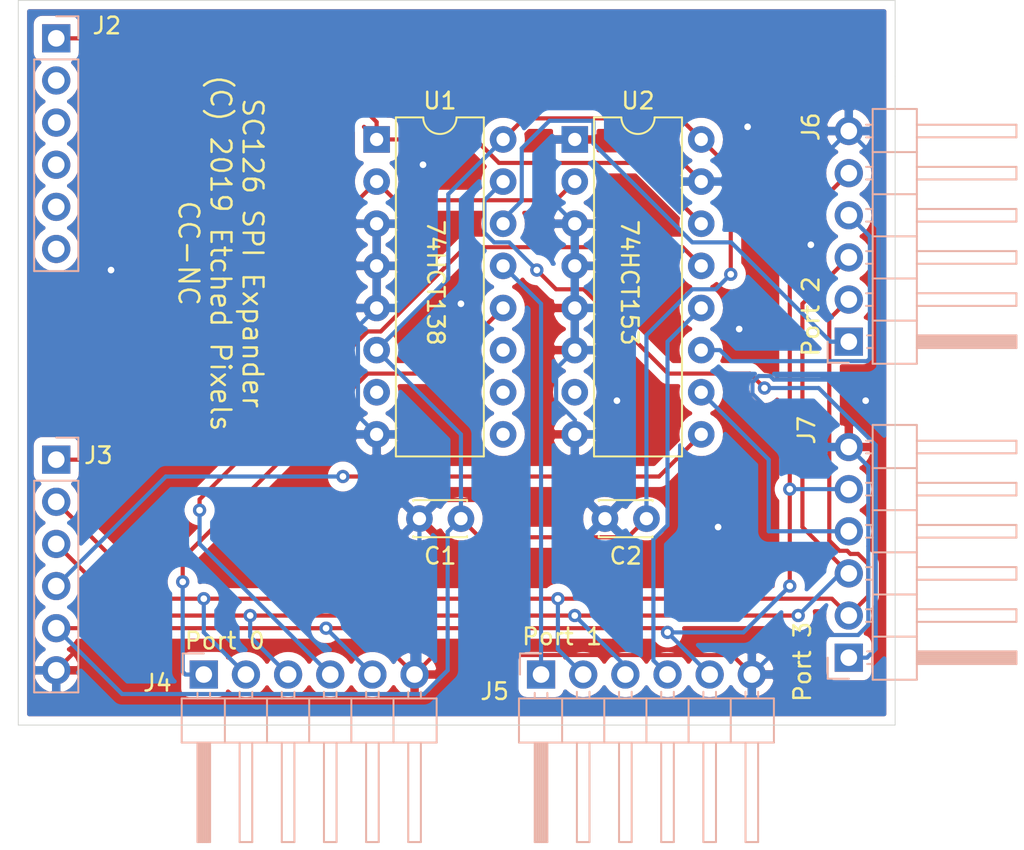
<source format=kicad_pcb>
(kicad_pcb (version 20171130) (host pcbnew 5.1.4-1.fc30)

  (general
    (thickness 1.6)
    (drawings 13)
    (tracks 227)
    (zones 0)
    (modules 10)
    (nets 16)
  )

  (page A4)
  (layers
    (0 F.Cu signal)
    (31 B.Cu signal)
    (32 B.Adhes user)
    (33 F.Adhes user)
    (34 B.Paste user)
    (35 F.Paste user)
    (36 B.SilkS user)
    (37 F.SilkS user)
    (38 B.Mask user)
    (39 F.Mask user)
    (40 Dwgs.User user)
    (41 Cmts.User user)
    (42 Eco1.User user)
    (43 Eco2.User user)
    (44 Edge.Cuts user)
    (45 Margin user)
    (46 B.CrtYd user)
    (47 F.CrtYd user)
    (48 B.Fab user hide)
    (49 F.Fab user hide)
  )

  (setup
    (last_trace_width 0.25)
    (trace_clearance 0.2)
    (zone_clearance 0.508)
    (zone_45_only no)
    (trace_min 0.2)
    (via_size 0.8)
    (via_drill 0.4)
    (via_min_size 0.4)
    (via_min_drill 0.3)
    (uvia_size 0.3)
    (uvia_drill 0.1)
    (uvias_allowed no)
    (uvia_min_size 0.2)
    (uvia_min_drill 0.1)
    (edge_width 0.05)
    (segment_width 0.2)
    (pcb_text_width 0.3)
    (pcb_text_size 1.5 1.5)
    (mod_edge_width 0.12)
    (mod_text_size 1 1)
    (mod_text_width 0.15)
    (pad_size 1.524 1.524)
    (pad_drill 0.762)
    (pad_to_mask_clearance 0.051)
    (solder_mask_min_width 0.25)
    (aux_axis_origin 0 0)
    (visible_elements FFFFFF7F)
    (pcbplotparams
      (layerselection 0x010fc_ffffffff)
      (usegerberextensions false)
      (usegerberattributes false)
      (usegerberadvancedattributes false)
      (creategerberjobfile false)
      (excludeedgelayer true)
      (linewidth 0.100000)
      (plotframeref false)
      (viasonmask false)
      (mode 1)
      (useauxorigin false)
      (hpglpennumber 1)
      (hpglpenspeed 20)
      (hpglpendiameter 15.000000)
      (psnegative false)
      (psa4output false)
      (plotreference true)
      (plotvalue true)
      (plotinvisibletext false)
      (padsonsilk false)
      (subtractmaskfromsilk false)
      (outputformat 1)
      (mirror false)
      (drillshape 0)
      (scaleselection 1)
      (outputdirectory "/tmp/spi"))
  )

  (net 0 "")
  (net 1 VCC)
  (net 2 GND)
  (net 3 "Net-(J3-Pad2)")
  (net 4 "Net-(J3-Pad3)")
  (net 5 "Net-(J3-Pad4)")
  (net 6 "Net-(J4-Pad1)")
  (net 7 "Net-(J5-Pad4)")
  (net 8 "Net-(J5-Pad1)")
  (net 9 "Net-(J6-Pad1)")
  (net 10 "Net-(J6-Pad4)")
  (net 11 "Net-(J7-Pad4)")
  (net 12 "Net-(J7-Pad1)")
  (net 13 "Net-(J2-Pad1)")
  (net 14 "Net-(J3-Pad1)")
  (net 15 "Net-(J4-Pad4)")

  (net_class Default "This is the default net class."
    (clearance 0.2)
    (trace_width 0.25)
    (via_dia 0.8)
    (via_drill 0.4)
    (uvia_dia 0.3)
    (uvia_drill 0.1)
    (add_net GND)
    (add_net "Net-(J2-Pad1)")
    (add_net "Net-(J3-Pad1)")
    (add_net "Net-(J3-Pad2)")
    (add_net "Net-(J3-Pad3)")
    (add_net "Net-(J3-Pad4)")
    (add_net "Net-(J4-Pad1)")
    (add_net "Net-(J4-Pad4)")
    (add_net "Net-(J5-Pad1)")
    (add_net "Net-(J5-Pad4)")
    (add_net "Net-(J6-Pad1)")
    (add_net "Net-(J6-Pad4)")
    (add_net "Net-(J7-Pad1)")
    (add_net "Net-(J7-Pad4)")
    (add_net VCC)
  )

  (module Capacitor_THT:C_Disc_D3.0mm_W2.0mm_P2.50mm (layer F.Cu) (tedit 5AE50EF0) (tstamp 5D54765E)
    (at 73.152 -71.374 180)
    (descr "C, Disc series, Radial, pin pitch=2.50mm, , diameter*width=3*2mm^2, Capacitor")
    (tags "C Disc series Radial pin pitch 2.50mm  diameter 3mm width 2mm Capacitor")
    (path /5D7BB25A)
    (fp_text reference C1 (at 1.25 -2.25) (layer F.SilkS)
      (effects (font (size 1 1) (thickness 0.15)))
    )
    (fp_text value 0.1uF (at 1.25 2.25) (layer F.Fab)
      (effects (font (size 1 1) (thickness 0.15)))
    )
    (fp_line (start -0.25 -1) (end -0.25 1) (layer F.Fab) (width 0.1))
    (fp_line (start -0.25 1) (end 2.75 1) (layer F.Fab) (width 0.1))
    (fp_line (start 2.75 1) (end 2.75 -1) (layer F.Fab) (width 0.1))
    (fp_line (start 2.75 -1) (end -0.25 -1) (layer F.Fab) (width 0.1))
    (fp_line (start -0.37 -1.12) (end 2.87 -1.12) (layer F.SilkS) (width 0.12))
    (fp_line (start -0.37 1.12) (end 2.87 1.12) (layer F.SilkS) (width 0.12))
    (fp_line (start -0.37 -1.12) (end -0.37 -1.055) (layer F.SilkS) (width 0.12))
    (fp_line (start -0.37 1.055) (end -0.37 1.12) (layer F.SilkS) (width 0.12))
    (fp_line (start 2.87 -1.12) (end 2.87 -1.055) (layer F.SilkS) (width 0.12))
    (fp_line (start 2.87 1.055) (end 2.87 1.12) (layer F.SilkS) (width 0.12))
    (fp_line (start -1.05 -1.25) (end -1.05 1.25) (layer F.CrtYd) (width 0.05))
    (fp_line (start -1.05 1.25) (end 3.55 1.25) (layer F.CrtYd) (width 0.05))
    (fp_line (start 3.55 1.25) (end 3.55 -1.25) (layer F.CrtYd) (width 0.05))
    (fp_line (start 3.55 -1.25) (end -1.05 -1.25) (layer F.CrtYd) (width 0.05))
    (fp_text user %R (at 1.25 0) (layer F.Fab)
      (effects (font (size 0.6 0.6) (thickness 0.09)))
    )
    (pad 1 thru_hole circle (at 0 0 180) (size 1.6 1.6) (drill 0.8) (layers *.Cu *.Mask)
      (net 1 VCC))
    (pad 2 thru_hole circle (at 2.5 0 180) (size 1.6 1.6) (drill 0.8) (layers *.Cu *.Mask)
      (net 2 GND))
    (model ${KISYS3DMOD}/Capacitor_THT.3dshapes/C_Disc_D3.0mm_W2.0mm_P2.50mm.wrl
      (at (xyz 0 0 0))
      (scale (xyz 1 1 1))
      (rotate (xyz 0 0 0))
    )
  )

  (module Capacitor_THT:C_Disc_D3.0mm_W2.0mm_P2.50mm (layer F.Cu) (tedit 5AE50EF0) (tstamp 5D5499C3)
    (at 84.328 -71.374 180)
    (descr "C, Disc series, Radial, pin pitch=2.50mm, , diameter*width=3*2mm^2, Capacitor")
    (tags "C Disc series Radial pin pitch 2.50mm  diameter 3mm width 2mm Capacitor")
    (path /5D7BBCC3)
    (fp_text reference C2 (at 1.25 -2.25) (layer F.SilkS)
      (effects (font (size 1 1) (thickness 0.15)))
    )
    (fp_text value 0.1uF (at 1.25 2.25) (layer F.Fab)
      (effects (font (size 1 1) (thickness 0.15)))
    )
    (fp_text user %R (at 1.25 0) (layer F.Fab)
      (effects (font (size 0.6 0.6) (thickness 0.09)))
    )
    (fp_line (start 3.55 -1.25) (end -1.05 -1.25) (layer F.CrtYd) (width 0.05))
    (fp_line (start 3.55 1.25) (end 3.55 -1.25) (layer F.CrtYd) (width 0.05))
    (fp_line (start -1.05 1.25) (end 3.55 1.25) (layer F.CrtYd) (width 0.05))
    (fp_line (start -1.05 -1.25) (end -1.05 1.25) (layer F.CrtYd) (width 0.05))
    (fp_line (start 2.87 1.055) (end 2.87 1.12) (layer F.SilkS) (width 0.12))
    (fp_line (start 2.87 -1.12) (end 2.87 -1.055) (layer F.SilkS) (width 0.12))
    (fp_line (start -0.37 1.055) (end -0.37 1.12) (layer F.SilkS) (width 0.12))
    (fp_line (start -0.37 -1.12) (end -0.37 -1.055) (layer F.SilkS) (width 0.12))
    (fp_line (start -0.37 1.12) (end 2.87 1.12) (layer F.SilkS) (width 0.12))
    (fp_line (start -0.37 -1.12) (end 2.87 -1.12) (layer F.SilkS) (width 0.12))
    (fp_line (start 2.75 -1) (end -0.25 -1) (layer F.Fab) (width 0.1))
    (fp_line (start 2.75 1) (end 2.75 -1) (layer F.Fab) (width 0.1))
    (fp_line (start -0.25 1) (end 2.75 1) (layer F.Fab) (width 0.1))
    (fp_line (start -0.25 -1) (end -0.25 1) (layer F.Fab) (width 0.1))
    (pad 2 thru_hole circle (at 2.5 0 180) (size 1.6 1.6) (drill 0.8) (layers *.Cu *.Mask)
      (net 2 GND))
    (pad 1 thru_hole circle (at 0 0 180) (size 1.6 1.6) (drill 0.8) (layers *.Cu *.Mask)
      (net 1 VCC))
    (model ${KISYS3DMOD}/Capacitor_THT.3dshapes/C_Disc_D3.0mm_W2.0mm_P2.50mm.wrl
      (at (xyz 0 0 0))
      (scale (xyz 1 1 1))
      (rotate (xyz 0 0 0))
    )
  )

  (module Connector_PinHeader_2.54mm:PinHeader_1x06_P2.54mm_Vertical (layer B.Cu) (tedit 59FED5CC) (tstamp 5D54768D)
    (at 48.768 -100.33 180)
    (descr "Through hole straight pin header, 1x06, 2.54mm pitch, single row")
    (tags "Through hole pin header THT 1x06 2.54mm single row")
    (path /5D7A1609)
    (fp_text reference J2 (at -3.048 0.762 180) (layer F.SilkS)
      (effects (font (size 1 1) (thickness 0.15)))
    )
    (fp_text value Conn_01x06 (at 0 -15.03) (layer B.Fab)
      (effects (font (size 1 1) (thickness 0.15)) (justify mirror))
    )
    (fp_text user %R (at 2.54 -5.588 270) (layer B.Fab)
      (effects (font (size 1 1) (thickness 0.15)) (justify mirror))
    )
    (fp_line (start 1.8 1.8) (end -1.8 1.8) (layer B.CrtYd) (width 0.05))
    (fp_line (start 1.8 -14.5) (end 1.8 1.8) (layer B.CrtYd) (width 0.05))
    (fp_line (start -1.8 -14.5) (end 1.8 -14.5) (layer B.CrtYd) (width 0.05))
    (fp_line (start -1.8 1.8) (end -1.8 -14.5) (layer B.CrtYd) (width 0.05))
    (fp_line (start -1.33 1.33) (end 0 1.33) (layer B.SilkS) (width 0.12))
    (fp_line (start -1.33 0) (end -1.33 1.33) (layer B.SilkS) (width 0.12))
    (fp_line (start -1.33 -1.27) (end 1.33 -1.27) (layer B.SilkS) (width 0.12))
    (fp_line (start 1.33 -1.27) (end 1.33 -14.03) (layer B.SilkS) (width 0.12))
    (fp_line (start -1.33 -1.27) (end -1.33 -14.03) (layer B.SilkS) (width 0.12))
    (fp_line (start -1.33 -14.03) (end 1.33 -14.03) (layer B.SilkS) (width 0.12))
    (fp_line (start -1.27 0.635) (end -0.635 1.27) (layer B.Fab) (width 0.1))
    (fp_line (start -1.27 -13.97) (end -1.27 0.635) (layer B.Fab) (width 0.1))
    (fp_line (start 1.27 -13.97) (end -1.27 -13.97) (layer B.Fab) (width 0.1))
    (fp_line (start 1.27 1.27) (end 1.27 -13.97) (layer B.Fab) (width 0.1))
    (fp_line (start -0.635 1.27) (end 1.27 1.27) (layer B.Fab) (width 0.1))
    (pad 6 thru_hole oval (at 0 -12.7 180) (size 1.7 1.7) (drill 1) (layers *.Cu *.Mask))
    (pad 5 thru_hole oval (at 0 -10.16 180) (size 1.7 1.7) (drill 1) (layers *.Cu *.Mask))
    (pad 4 thru_hole oval (at 0 -7.62 180) (size 1.7 1.7) (drill 1) (layers *.Cu *.Mask))
    (pad 3 thru_hole oval (at 0 -5.08 180) (size 1.7 1.7) (drill 1) (layers *.Cu *.Mask))
    (pad 2 thru_hole oval (at 0 -2.54 180) (size 1.7 1.7) (drill 1) (layers *.Cu *.Mask))
    (pad 1 thru_hole rect (at 0 0 180) (size 1.7 1.7) (drill 1) (layers *.Cu *.Mask)
      (net 13 "Net-(J2-Pad1)"))
    (model ${KISYS3DMOD}/Connector_PinHeader_2.54mm.3dshapes/PinHeader_1x06_P2.54mm_Vertical.wrl
      (at (xyz 0 0 0))
      (scale (xyz 1 1 1))
      (rotate (xyz 0 0 0))
    )
  )

  (module Connector_PinHeader_2.54mm:PinHeader_1x06_P2.54mm_Vertical (layer B.Cu) (tedit 59FED5CC) (tstamp 5D5476A7)
    (at 48.768 -74.93 180)
    (descr "Through hole straight pin header, 1x06, 2.54mm pitch, single row")
    (tags "Through hole pin header THT 1x06 2.54mm single row")
    (path /5D79727A)
    (fp_text reference J3 (at -2.54 0.254 180) (layer F.SilkS)
      (effects (font (size 1 1) (thickness 0.15)))
    )
    (fp_text value Conn_01x06 (at 0 -15.03) (layer B.Fab)
      (effects (font (size 1 1) (thickness 0.15)) (justify mirror))
    )
    (fp_line (start -0.635 1.27) (end 1.27 1.27) (layer B.Fab) (width 0.1))
    (fp_line (start 1.27 1.27) (end 1.27 -13.97) (layer B.Fab) (width 0.1))
    (fp_line (start 1.27 -13.97) (end -1.27 -13.97) (layer B.Fab) (width 0.1))
    (fp_line (start -1.27 -13.97) (end -1.27 0.635) (layer B.Fab) (width 0.1))
    (fp_line (start -1.27 0.635) (end -0.635 1.27) (layer B.Fab) (width 0.1))
    (fp_line (start -1.33 -14.03) (end 1.33 -14.03) (layer B.SilkS) (width 0.12))
    (fp_line (start -1.33 -1.27) (end -1.33 -14.03) (layer B.SilkS) (width 0.12))
    (fp_line (start 1.33 -1.27) (end 1.33 -14.03) (layer B.SilkS) (width 0.12))
    (fp_line (start -1.33 -1.27) (end 1.33 -1.27) (layer B.SilkS) (width 0.12))
    (fp_line (start -1.33 0) (end -1.33 1.33) (layer B.SilkS) (width 0.12))
    (fp_line (start -1.33 1.33) (end 0 1.33) (layer B.SilkS) (width 0.12))
    (fp_line (start -1.8 1.8) (end -1.8 -14.5) (layer B.CrtYd) (width 0.05))
    (fp_line (start -1.8 -14.5) (end 1.8 -14.5) (layer B.CrtYd) (width 0.05))
    (fp_line (start 1.8 -14.5) (end 1.8 1.8) (layer B.CrtYd) (width 0.05))
    (fp_line (start 1.8 1.8) (end -1.8 1.8) (layer B.CrtYd) (width 0.05))
    (fp_text user %R (at 2.54 -5.588 270) (layer B.Fab)
      (effects (font (size 1 1) (thickness 0.15)) (justify mirror))
    )
    (pad 1 thru_hole rect (at 0 0 180) (size 1.7 1.7) (drill 1) (layers *.Cu *.Mask)
      (net 14 "Net-(J3-Pad1)"))
    (pad 2 thru_hole oval (at 0 -2.54 180) (size 1.7 1.7) (drill 1) (layers *.Cu *.Mask)
      (net 3 "Net-(J3-Pad2)"))
    (pad 3 thru_hole oval (at 0 -5.08 180) (size 1.7 1.7) (drill 1) (layers *.Cu *.Mask)
      (net 4 "Net-(J3-Pad3)"))
    (pad 4 thru_hole oval (at 0 -7.62 180) (size 1.7 1.7) (drill 1) (layers *.Cu *.Mask)
      (net 5 "Net-(J3-Pad4)"))
    (pad 5 thru_hole oval (at 0 -10.16 180) (size 1.7 1.7) (drill 1) (layers *.Cu *.Mask)
      (net 1 VCC))
    (pad 6 thru_hole oval (at 0 -12.7 180) (size 1.7 1.7) (drill 1) (layers *.Cu *.Mask)
      (net 2 GND))
    (model ${KISYS3DMOD}/Connector_PinHeader_2.54mm.3dshapes/PinHeader_1x06_P2.54mm_Vertical.wrl
      (at (xyz 0 0 0))
      (scale (xyz 1 1 1))
      (rotate (xyz 0 0 0))
    )
  )

  (module Connector_PinHeader_2.54mm:PinHeader_1x06_P2.54mm_Horizontal (layer B.Cu) (tedit 59FED5CB) (tstamp 5D54770E)
    (at 57.658 -61.976 270)
    (descr "Through hole angled pin header, 1x06, 2.54mm pitch, 6mm pin length, single row")
    (tags "Through hole angled pin header THT 1x06 2.54mm single row")
    (path /5D7954F7)
    (fp_text reference J4 (at 0.508 2.794 180) (layer F.SilkS)
      (effects (font (size 1 1) (thickness 0.15)))
    )
    (fp_text value Conn_01x06 (at 4.385 -14.97 270) (layer B.Fab)
      (effects (font (size 1 1) (thickness 0.15)) (justify mirror))
    )
    (fp_line (start 2.135 1.27) (end 4.04 1.27) (layer B.Fab) (width 0.1))
    (fp_line (start 4.04 1.27) (end 4.04 -13.97) (layer B.Fab) (width 0.1))
    (fp_line (start 4.04 -13.97) (end 1.5 -13.97) (layer B.Fab) (width 0.1))
    (fp_line (start 1.5 -13.97) (end 1.5 0.635) (layer B.Fab) (width 0.1))
    (fp_line (start 1.5 0.635) (end 2.135 1.27) (layer B.Fab) (width 0.1))
    (fp_line (start -0.32 0.32) (end 1.5 0.32) (layer B.Fab) (width 0.1))
    (fp_line (start -0.32 0.32) (end -0.32 -0.32) (layer B.Fab) (width 0.1))
    (fp_line (start -0.32 -0.32) (end 1.5 -0.32) (layer B.Fab) (width 0.1))
    (fp_line (start 4.04 0.32) (end 10.04 0.32) (layer B.Fab) (width 0.1))
    (fp_line (start 10.04 0.32) (end 10.04 -0.32) (layer B.Fab) (width 0.1))
    (fp_line (start 4.04 -0.32) (end 10.04 -0.32) (layer B.Fab) (width 0.1))
    (fp_line (start -0.32 -2.22) (end 1.5 -2.22) (layer B.Fab) (width 0.1))
    (fp_line (start -0.32 -2.22) (end -0.32 -2.86) (layer B.Fab) (width 0.1))
    (fp_line (start -0.32 -2.86) (end 1.5 -2.86) (layer B.Fab) (width 0.1))
    (fp_line (start 4.04 -2.22) (end 10.04 -2.22) (layer B.Fab) (width 0.1))
    (fp_line (start 10.04 -2.22) (end 10.04 -2.86) (layer B.Fab) (width 0.1))
    (fp_line (start 4.04 -2.86) (end 10.04 -2.86) (layer B.Fab) (width 0.1))
    (fp_line (start -0.32 -4.76) (end 1.5 -4.76) (layer B.Fab) (width 0.1))
    (fp_line (start -0.32 -4.76) (end -0.32 -5.4) (layer B.Fab) (width 0.1))
    (fp_line (start -0.32 -5.4) (end 1.5 -5.4) (layer B.Fab) (width 0.1))
    (fp_line (start 4.04 -4.76) (end 10.04 -4.76) (layer B.Fab) (width 0.1))
    (fp_line (start 10.04 -4.76) (end 10.04 -5.4) (layer B.Fab) (width 0.1))
    (fp_line (start 4.04 -5.4) (end 10.04 -5.4) (layer B.Fab) (width 0.1))
    (fp_line (start -0.32 -7.3) (end 1.5 -7.3) (layer B.Fab) (width 0.1))
    (fp_line (start -0.32 -7.3) (end -0.32 -7.94) (layer B.Fab) (width 0.1))
    (fp_line (start -0.32 -7.94) (end 1.5 -7.94) (layer B.Fab) (width 0.1))
    (fp_line (start 4.04 -7.3) (end 10.04 -7.3) (layer B.Fab) (width 0.1))
    (fp_line (start 10.04 -7.3) (end 10.04 -7.94) (layer B.Fab) (width 0.1))
    (fp_line (start 4.04 -7.94) (end 10.04 -7.94) (layer B.Fab) (width 0.1))
    (fp_line (start -0.32 -9.84) (end 1.5 -9.84) (layer B.Fab) (width 0.1))
    (fp_line (start -0.32 -9.84) (end -0.32 -10.48) (layer B.Fab) (width 0.1))
    (fp_line (start -0.32 -10.48) (end 1.5 -10.48) (layer B.Fab) (width 0.1))
    (fp_line (start 4.04 -9.84) (end 10.04 -9.84) (layer B.Fab) (width 0.1))
    (fp_line (start 10.04 -9.84) (end 10.04 -10.48) (layer B.Fab) (width 0.1))
    (fp_line (start 4.04 -10.48) (end 10.04 -10.48) (layer B.Fab) (width 0.1))
    (fp_line (start -0.32 -12.38) (end 1.5 -12.38) (layer B.Fab) (width 0.1))
    (fp_line (start -0.32 -12.38) (end -0.32 -13.02) (layer B.Fab) (width 0.1))
    (fp_line (start -0.32 -13.02) (end 1.5 -13.02) (layer B.Fab) (width 0.1))
    (fp_line (start 4.04 -12.38) (end 10.04 -12.38) (layer B.Fab) (width 0.1))
    (fp_line (start 10.04 -12.38) (end 10.04 -13.02) (layer B.Fab) (width 0.1))
    (fp_line (start 4.04 -13.02) (end 10.04 -13.02) (layer B.Fab) (width 0.1))
    (fp_line (start 1.44 1.33) (end 1.44 -14.03) (layer B.SilkS) (width 0.12))
    (fp_line (start 1.44 -14.03) (end 4.1 -14.03) (layer B.SilkS) (width 0.12))
    (fp_line (start 4.1 -14.03) (end 4.1 1.33) (layer B.SilkS) (width 0.12))
    (fp_line (start 4.1 1.33) (end 1.44 1.33) (layer B.SilkS) (width 0.12))
    (fp_line (start 4.1 0.38) (end 10.1 0.38) (layer B.SilkS) (width 0.12))
    (fp_line (start 10.1 0.38) (end 10.1 -0.38) (layer B.SilkS) (width 0.12))
    (fp_line (start 10.1 -0.38) (end 4.1 -0.38) (layer B.SilkS) (width 0.12))
    (fp_line (start 4.1 0.32) (end 10.1 0.32) (layer B.SilkS) (width 0.12))
    (fp_line (start 4.1 0.2) (end 10.1 0.2) (layer B.SilkS) (width 0.12))
    (fp_line (start 4.1 0.08) (end 10.1 0.08) (layer B.SilkS) (width 0.12))
    (fp_line (start 4.1 -0.04) (end 10.1 -0.04) (layer B.SilkS) (width 0.12))
    (fp_line (start 4.1 -0.16) (end 10.1 -0.16) (layer B.SilkS) (width 0.12))
    (fp_line (start 4.1 -0.28) (end 10.1 -0.28) (layer B.SilkS) (width 0.12))
    (fp_line (start 1.11 0.38) (end 1.44 0.38) (layer B.SilkS) (width 0.12))
    (fp_line (start 1.11 -0.38) (end 1.44 -0.38) (layer B.SilkS) (width 0.12))
    (fp_line (start 1.44 -1.27) (end 4.1 -1.27) (layer B.SilkS) (width 0.12))
    (fp_line (start 4.1 -2.16) (end 10.1 -2.16) (layer B.SilkS) (width 0.12))
    (fp_line (start 10.1 -2.16) (end 10.1 -2.92) (layer B.SilkS) (width 0.12))
    (fp_line (start 10.1 -2.92) (end 4.1 -2.92) (layer B.SilkS) (width 0.12))
    (fp_line (start 1.042929 -2.16) (end 1.44 -2.16) (layer B.SilkS) (width 0.12))
    (fp_line (start 1.042929 -2.92) (end 1.44 -2.92) (layer B.SilkS) (width 0.12))
    (fp_line (start 1.44 -3.81) (end 4.1 -3.81) (layer B.SilkS) (width 0.12))
    (fp_line (start 4.1 -4.7) (end 10.1 -4.7) (layer B.SilkS) (width 0.12))
    (fp_line (start 10.1 -4.7) (end 10.1 -5.46) (layer B.SilkS) (width 0.12))
    (fp_line (start 10.1 -5.46) (end 4.1 -5.46) (layer B.SilkS) (width 0.12))
    (fp_line (start 1.042929 -4.7) (end 1.44 -4.7) (layer B.SilkS) (width 0.12))
    (fp_line (start 1.042929 -5.46) (end 1.44 -5.46) (layer B.SilkS) (width 0.12))
    (fp_line (start 1.44 -6.35) (end 4.1 -6.35) (layer B.SilkS) (width 0.12))
    (fp_line (start 4.1 -7.24) (end 10.1 -7.24) (layer B.SilkS) (width 0.12))
    (fp_line (start 10.1 -7.24) (end 10.1 -8) (layer B.SilkS) (width 0.12))
    (fp_line (start 10.1 -8) (end 4.1 -8) (layer B.SilkS) (width 0.12))
    (fp_line (start 1.042929 -7.24) (end 1.44 -7.24) (layer B.SilkS) (width 0.12))
    (fp_line (start 1.042929 -8) (end 1.44 -8) (layer B.SilkS) (width 0.12))
    (fp_line (start 1.44 -8.89) (end 4.1 -8.89) (layer B.SilkS) (width 0.12))
    (fp_line (start 4.1 -9.78) (end 10.1 -9.78) (layer B.SilkS) (width 0.12))
    (fp_line (start 10.1 -9.78) (end 10.1 -10.54) (layer B.SilkS) (width 0.12))
    (fp_line (start 10.1 -10.54) (end 4.1 -10.54) (layer B.SilkS) (width 0.12))
    (fp_line (start 1.042929 -9.78) (end 1.44 -9.78) (layer B.SilkS) (width 0.12))
    (fp_line (start 1.042929 -10.54) (end 1.44 -10.54) (layer B.SilkS) (width 0.12))
    (fp_line (start 1.44 -11.43) (end 4.1 -11.43) (layer B.SilkS) (width 0.12))
    (fp_line (start 4.1 -12.32) (end 10.1 -12.32) (layer B.SilkS) (width 0.12))
    (fp_line (start 10.1 -12.32) (end 10.1 -13.08) (layer B.SilkS) (width 0.12))
    (fp_line (start 10.1 -13.08) (end 4.1 -13.08) (layer B.SilkS) (width 0.12))
    (fp_line (start 1.042929 -12.32) (end 1.44 -12.32) (layer B.SilkS) (width 0.12))
    (fp_line (start 1.042929 -13.08) (end 1.44 -13.08) (layer B.SilkS) (width 0.12))
    (fp_line (start -1.27 0) (end -1.27 1.27) (layer B.SilkS) (width 0.12))
    (fp_line (start -1.27 1.27) (end 0 1.27) (layer B.SilkS) (width 0.12))
    (fp_line (start -1.8 1.8) (end -1.8 -14.5) (layer B.CrtYd) (width 0.05))
    (fp_line (start -1.8 -14.5) (end 10.55 -14.5) (layer B.CrtYd) (width 0.05))
    (fp_line (start 10.55 -14.5) (end 10.55 1.8) (layer B.CrtYd) (width 0.05))
    (fp_line (start 10.55 1.8) (end -1.8 1.8) (layer B.CrtYd) (width 0.05))
    (fp_text user %R (at -0.508 2.54 180) (layer F.Fab)
      (effects (font (size 1 1) (thickness 0.15)))
    )
    (pad 1 thru_hole rect (at 0 0 270) (size 1.7 1.7) (drill 1) (layers *.Cu *.Mask)
      (net 6 "Net-(J4-Pad1)"))
    (pad 2 thru_hole oval (at 0 -2.54 270) (size 1.7 1.7) (drill 1) (layers *.Cu *.Mask)
      (net 3 "Net-(J3-Pad2)"))
    (pad 3 thru_hole oval (at 0 -5.08 270) (size 1.7 1.7) (drill 1) (layers *.Cu *.Mask)
      (net 4 "Net-(J3-Pad3)"))
    (pad 4 thru_hole oval (at 0 -7.62 270) (size 1.7 1.7) (drill 1) (layers *.Cu *.Mask)
      (net 15 "Net-(J4-Pad4)"))
    (pad 5 thru_hole oval (at 0 -10.16 270) (size 1.7 1.7) (drill 1) (layers *.Cu *.Mask)
      (net 1 VCC))
    (pad 6 thru_hole oval (at 0 -12.7 270) (size 1.7 1.7) (drill 1) (layers *.Cu *.Mask)
      (net 2 GND))
    (model ${KISYS3DMOD}/Connector_PinHeader_2.54mm.3dshapes/PinHeader_1x06_P2.54mm_Horizontal.wrl
      (at (xyz 0 0 0))
      (scale (xyz 1 1 1))
      (rotate (xyz 0 0 0))
    )
  )

  (module Connector_PinHeader_2.54mm:PinHeader_1x06_P2.54mm_Horizontal (layer B.Cu) (tedit 59FED5CB) (tstamp 5D547775)
    (at 77.978 -61.976 270)
    (descr "Through hole angled pin header, 1x06, 2.54mm pitch, 6mm pin length, single row")
    (tags "Through hole angled pin header THT 1x06 2.54mm single row")
    (path /5D796189)
    (fp_text reference J5 (at 1.016 2.794) (layer F.SilkS)
      (effects (font (size 1 1) (thickness 0.15)))
    )
    (fp_text value Conn_01x06 (at 4.385 -14.97 270) (layer B.Fab)
      (effects (font (size 1 1) (thickness 0.15)) (justify mirror))
    )
    (fp_text user %R (at 0 3.048 180) (layer F.Fab)
      (effects (font (size 1 1) (thickness 0.15)))
    )
    (fp_line (start 10.55 1.8) (end -1.8 1.8) (layer B.CrtYd) (width 0.05))
    (fp_line (start 10.55 -14.5) (end 10.55 1.8) (layer B.CrtYd) (width 0.05))
    (fp_line (start -1.8 -14.5) (end 10.55 -14.5) (layer B.CrtYd) (width 0.05))
    (fp_line (start -1.8 1.8) (end -1.8 -14.5) (layer B.CrtYd) (width 0.05))
    (fp_line (start -1.27 1.27) (end 0 1.27) (layer B.SilkS) (width 0.12))
    (fp_line (start -1.27 0) (end -1.27 1.27) (layer B.SilkS) (width 0.12))
    (fp_line (start 1.042929 -13.08) (end 1.44 -13.08) (layer B.SilkS) (width 0.12))
    (fp_line (start 1.042929 -12.32) (end 1.44 -12.32) (layer B.SilkS) (width 0.12))
    (fp_line (start 10.1 -13.08) (end 4.1 -13.08) (layer B.SilkS) (width 0.12))
    (fp_line (start 10.1 -12.32) (end 10.1 -13.08) (layer B.SilkS) (width 0.12))
    (fp_line (start 4.1 -12.32) (end 10.1 -12.32) (layer B.SilkS) (width 0.12))
    (fp_line (start 1.44 -11.43) (end 4.1 -11.43) (layer B.SilkS) (width 0.12))
    (fp_line (start 1.042929 -10.54) (end 1.44 -10.54) (layer B.SilkS) (width 0.12))
    (fp_line (start 1.042929 -9.78) (end 1.44 -9.78) (layer B.SilkS) (width 0.12))
    (fp_line (start 10.1 -10.54) (end 4.1 -10.54) (layer B.SilkS) (width 0.12))
    (fp_line (start 10.1 -9.78) (end 10.1 -10.54) (layer B.SilkS) (width 0.12))
    (fp_line (start 4.1 -9.78) (end 10.1 -9.78) (layer B.SilkS) (width 0.12))
    (fp_line (start 1.44 -8.89) (end 4.1 -8.89) (layer B.SilkS) (width 0.12))
    (fp_line (start 1.042929 -8) (end 1.44 -8) (layer B.SilkS) (width 0.12))
    (fp_line (start 1.042929 -7.24) (end 1.44 -7.24) (layer B.SilkS) (width 0.12))
    (fp_line (start 10.1 -8) (end 4.1 -8) (layer B.SilkS) (width 0.12))
    (fp_line (start 10.1 -7.24) (end 10.1 -8) (layer B.SilkS) (width 0.12))
    (fp_line (start 4.1 -7.24) (end 10.1 -7.24) (layer B.SilkS) (width 0.12))
    (fp_line (start 1.44 -6.35) (end 4.1 -6.35) (layer B.SilkS) (width 0.12))
    (fp_line (start 1.042929 -5.46) (end 1.44 -5.46) (layer B.SilkS) (width 0.12))
    (fp_line (start 1.042929 -4.7) (end 1.44 -4.7) (layer B.SilkS) (width 0.12))
    (fp_line (start 10.1 -5.46) (end 4.1 -5.46) (layer B.SilkS) (width 0.12))
    (fp_line (start 10.1 -4.7) (end 10.1 -5.46) (layer B.SilkS) (width 0.12))
    (fp_line (start 4.1 -4.7) (end 10.1 -4.7) (layer B.SilkS) (width 0.12))
    (fp_line (start 1.44 -3.81) (end 4.1 -3.81) (layer B.SilkS) (width 0.12))
    (fp_line (start 1.042929 -2.92) (end 1.44 -2.92) (layer B.SilkS) (width 0.12))
    (fp_line (start 1.042929 -2.16) (end 1.44 -2.16) (layer B.SilkS) (width 0.12))
    (fp_line (start 10.1 -2.92) (end 4.1 -2.92) (layer B.SilkS) (width 0.12))
    (fp_line (start 10.1 -2.16) (end 10.1 -2.92) (layer B.SilkS) (width 0.12))
    (fp_line (start 4.1 -2.16) (end 10.1 -2.16) (layer B.SilkS) (width 0.12))
    (fp_line (start 1.44 -1.27) (end 4.1 -1.27) (layer B.SilkS) (width 0.12))
    (fp_line (start 1.11 -0.38) (end 1.44 -0.38) (layer B.SilkS) (width 0.12))
    (fp_line (start 1.11 0.38) (end 1.44 0.38) (layer B.SilkS) (width 0.12))
    (fp_line (start 4.1 -0.28) (end 10.1 -0.28) (layer B.SilkS) (width 0.12))
    (fp_line (start 4.1 -0.16) (end 10.1 -0.16) (layer B.SilkS) (width 0.12))
    (fp_line (start 4.1 -0.04) (end 10.1 -0.04) (layer B.SilkS) (width 0.12))
    (fp_line (start 4.1 0.08) (end 10.1 0.08) (layer B.SilkS) (width 0.12))
    (fp_line (start 4.1 0.2) (end 10.1 0.2) (layer B.SilkS) (width 0.12))
    (fp_line (start 4.1 0.32) (end 10.1 0.32) (layer B.SilkS) (width 0.12))
    (fp_line (start 10.1 -0.38) (end 4.1 -0.38) (layer B.SilkS) (width 0.12))
    (fp_line (start 10.1 0.38) (end 10.1 -0.38) (layer B.SilkS) (width 0.12))
    (fp_line (start 4.1 0.38) (end 10.1 0.38) (layer B.SilkS) (width 0.12))
    (fp_line (start 4.1 1.33) (end 1.44 1.33) (layer B.SilkS) (width 0.12))
    (fp_line (start 4.1 -14.03) (end 4.1 1.33) (layer B.SilkS) (width 0.12))
    (fp_line (start 1.44 -14.03) (end 4.1 -14.03) (layer B.SilkS) (width 0.12))
    (fp_line (start 1.44 1.33) (end 1.44 -14.03) (layer B.SilkS) (width 0.12))
    (fp_line (start 4.04 -13.02) (end 10.04 -13.02) (layer B.Fab) (width 0.1))
    (fp_line (start 10.04 -12.38) (end 10.04 -13.02) (layer B.Fab) (width 0.1))
    (fp_line (start 4.04 -12.38) (end 10.04 -12.38) (layer B.Fab) (width 0.1))
    (fp_line (start -0.32 -13.02) (end 1.5 -13.02) (layer B.Fab) (width 0.1))
    (fp_line (start -0.32 -12.38) (end -0.32 -13.02) (layer B.Fab) (width 0.1))
    (fp_line (start -0.32 -12.38) (end 1.5 -12.38) (layer B.Fab) (width 0.1))
    (fp_line (start 4.04 -10.48) (end 10.04 -10.48) (layer B.Fab) (width 0.1))
    (fp_line (start 10.04 -9.84) (end 10.04 -10.48) (layer B.Fab) (width 0.1))
    (fp_line (start 4.04 -9.84) (end 10.04 -9.84) (layer B.Fab) (width 0.1))
    (fp_line (start -0.32 -10.48) (end 1.5 -10.48) (layer B.Fab) (width 0.1))
    (fp_line (start -0.32 -9.84) (end -0.32 -10.48) (layer B.Fab) (width 0.1))
    (fp_line (start -0.32 -9.84) (end 1.5 -9.84) (layer B.Fab) (width 0.1))
    (fp_line (start 4.04 -7.94) (end 10.04 -7.94) (layer B.Fab) (width 0.1))
    (fp_line (start 10.04 -7.3) (end 10.04 -7.94) (layer B.Fab) (width 0.1))
    (fp_line (start 4.04 -7.3) (end 10.04 -7.3) (layer B.Fab) (width 0.1))
    (fp_line (start -0.32 -7.94) (end 1.5 -7.94) (layer B.Fab) (width 0.1))
    (fp_line (start -0.32 -7.3) (end -0.32 -7.94) (layer B.Fab) (width 0.1))
    (fp_line (start -0.32 -7.3) (end 1.5 -7.3) (layer B.Fab) (width 0.1))
    (fp_line (start 4.04 -5.4) (end 10.04 -5.4) (layer B.Fab) (width 0.1))
    (fp_line (start 10.04 -4.76) (end 10.04 -5.4) (layer B.Fab) (width 0.1))
    (fp_line (start 4.04 -4.76) (end 10.04 -4.76) (layer B.Fab) (width 0.1))
    (fp_line (start -0.32 -5.4) (end 1.5 -5.4) (layer B.Fab) (width 0.1))
    (fp_line (start -0.32 -4.76) (end -0.32 -5.4) (layer B.Fab) (width 0.1))
    (fp_line (start -0.32 -4.76) (end 1.5 -4.76) (layer B.Fab) (width 0.1))
    (fp_line (start 4.04 -2.86) (end 10.04 -2.86) (layer B.Fab) (width 0.1))
    (fp_line (start 10.04 -2.22) (end 10.04 -2.86) (layer B.Fab) (width 0.1))
    (fp_line (start 4.04 -2.22) (end 10.04 -2.22) (layer B.Fab) (width 0.1))
    (fp_line (start -0.32 -2.86) (end 1.5 -2.86) (layer B.Fab) (width 0.1))
    (fp_line (start -0.32 -2.22) (end -0.32 -2.86) (layer B.Fab) (width 0.1))
    (fp_line (start -0.32 -2.22) (end 1.5 -2.22) (layer B.Fab) (width 0.1))
    (fp_line (start 4.04 -0.32) (end 10.04 -0.32) (layer B.Fab) (width 0.1))
    (fp_line (start 10.04 0.32) (end 10.04 -0.32) (layer B.Fab) (width 0.1))
    (fp_line (start 4.04 0.32) (end 10.04 0.32) (layer B.Fab) (width 0.1))
    (fp_line (start -0.32 -0.32) (end 1.5 -0.32) (layer B.Fab) (width 0.1))
    (fp_line (start -0.32 0.32) (end -0.32 -0.32) (layer B.Fab) (width 0.1))
    (fp_line (start -0.32 0.32) (end 1.5 0.32) (layer B.Fab) (width 0.1))
    (fp_line (start 1.5 0.635) (end 2.135 1.27) (layer B.Fab) (width 0.1))
    (fp_line (start 1.5 -13.97) (end 1.5 0.635) (layer B.Fab) (width 0.1))
    (fp_line (start 4.04 -13.97) (end 1.5 -13.97) (layer B.Fab) (width 0.1))
    (fp_line (start 4.04 1.27) (end 4.04 -13.97) (layer B.Fab) (width 0.1))
    (fp_line (start 2.135 1.27) (end 4.04 1.27) (layer B.Fab) (width 0.1))
    (pad 6 thru_hole oval (at 0 -12.7 270) (size 1.7 1.7) (drill 1) (layers *.Cu *.Mask)
      (net 2 GND))
    (pad 5 thru_hole oval (at 0 -10.16 270) (size 1.7 1.7) (drill 1) (layers *.Cu *.Mask)
      (net 1 VCC))
    (pad 4 thru_hole oval (at 0 -7.62 270) (size 1.7 1.7) (drill 1) (layers *.Cu *.Mask)
      (net 7 "Net-(J5-Pad4)"))
    (pad 3 thru_hole oval (at 0 -5.08 270) (size 1.7 1.7) (drill 1) (layers *.Cu *.Mask)
      (net 4 "Net-(J3-Pad3)"))
    (pad 2 thru_hole oval (at 0 -2.54 270) (size 1.7 1.7) (drill 1) (layers *.Cu *.Mask)
      (net 3 "Net-(J3-Pad2)"))
    (pad 1 thru_hole rect (at 0 0 270) (size 1.7 1.7) (drill 1) (layers *.Cu *.Mask)
      (net 8 "Net-(J5-Pad1)"))
    (model ${KISYS3DMOD}/Connector_PinHeader_2.54mm.3dshapes/PinHeader_1x06_P2.54mm_Horizontal.wrl
      (at (xyz 0 0 0))
      (scale (xyz 1 1 1))
      (rotate (xyz 0 0 0))
    )
  )

  (module Connector_PinHeader_2.54mm:PinHeader_1x06_P2.54mm_Horizontal (layer B.Cu) (tedit 59FED5CB) (tstamp 5D5477DC)
    (at 96.52 -82.042)
    (descr "Through hole angled pin header, 1x06, 2.54mm pitch, 6mm pin length, single row")
    (tags "Through hole angled pin header THT 1x06 2.54mm single row")
    (path /5D796727)
    (fp_text reference J6 (at -2.286 -12.954 90) (layer F.SilkS)
      (effects (font (size 1 1) (thickness 0.15)))
    )
    (fp_text value Conn_01x06 (at 4.385 -14.97) (layer B.Fab)
      (effects (font (size 1 1) (thickness 0.15)) (justify mirror))
    )
    (fp_line (start 2.135 1.27) (end 4.04 1.27) (layer B.Fab) (width 0.1))
    (fp_line (start 4.04 1.27) (end 4.04 -13.97) (layer B.Fab) (width 0.1))
    (fp_line (start 4.04 -13.97) (end 1.5 -13.97) (layer B.Fab) (width 0.1))
    (fp_line (start 1.5 -13.97) (end 1.5 0.635) (layer B.Fab) (width 0.1))
    (fp_line (start 1.5 0.635) (end 2.135 1.27) (layer B.Fab) (width 0.1))
    (fp_line (start -0.32 0.32) (end 1.5 0.32) (layer B.Fab) (width 0.1))
    (fp_line (start -0.32 0.32) (end -0.32 -0.32) (layer B.Fab) (width 0.1))
    (fp_line (start -0.32 -0.32) (end 1.5 -0.32) (layer B.Fab) (width 0.1))
    (fp_line (start 4.04 0.32) (end 10.04 0.32) (layer B.Fab) (width 0.1))
    (fp_line (start 10.04 0.32) (end 10.04 -0.32) (layer B.Fab) (width 0.1))
    (fp_line (start 4.04 -0.32) (end 10.04 -0.32) (layer B.Fab) (width 0.1))
    (fp_line (start -0.32 -2.22) (end 1.5 -2.22) (layer B.Fab) (width 0.1))
    (fp_line (start -0.32 -2.22) (end -0.32 -2.86) (layer B.Fab) (width 0.1))
    (fp_line (start -0.32 -2.86) (end 1.5 -2.86) (layer B.Fab) (width 0.1))
    (fp_line (start 4.04 -2.22) (end 10.04 -2.22) (layer B.Fab) (width 0.1))
    (fp_line (start 10.04 -2.22) (end 10.04 -2.86) (layer B.Fab) (width 0.1))
    (fp_line (start 4.04 -2.86) (end 10.04 -2.86) (layer B.Fab) (width 0.1))
    (fp_line (start -0.32 -4.76) (end 1.5 -4.76) (layer B.Fab) (width 0.1))
    (fp_line (start -0.32 -4.76) (end -0.32 -5.4) (layer B.Fab) (width 0.1))
    (fp_line (start -0.32 -5.4) (end 1.5 -5.4) (layer B.Fab) (width 0.1))
    (fp_line (start 4.04 -4.76) (end 10.04 -4.76) (layer B.Fab) (width 0.1))
    (fp_line (start 10.04 -4.76) (end 10.04 -5.4) (layer B.Fab) (width 0.1))
    (fp_line (start 4.04 -5.4) (end 10.04 -5.4) (layer B.Fab) (width 0.1))
    (fp_line (start -0.32 -7.3) (end 1.5 -7.3) (layer B.Fab) (width 0.1))
    (fp_line (start -0.32 -7.3) (end -0.32 -7.94) (layer B.Fab) (width 0.1))
    (fp_line (start -0.32 -7.94) (end 1.5 -7.94) (layer B.Fab) (width 0.1))
    (fp_line (start 4.04 -7.3) (end 10.04 -7.3) (layer B.Fab) (width 0.1))
    (fp_line (start 10.04 -7.3) (end 10.04 -7.94) (layer B.Fab) (width 0.1))
    (fp_line (start 4.04 -7.94) (end 10.04 -7.94) (layer B.Fab) (width 0.1))
    (fp_line (start -0.32 -9.84) (end 1.5 -9.84) (layer B.Fab) (width 0.1))
    (fp_line (start -0.32 -9.84) (end -0.32 -10.48) (layer B.Fab) (width 0.1))
    (fp_line (start -0.32 -10.48) (end 1.5 -10.48) (layer B.Fab) (width 0.1))
    (fp_line (start 4.04 -9.84) (end 10.04 -9.84) (layer B.Fab) (width 0.1))
    (fp_line (start 10.04 -9.84) (end 10.04 -10.48) (layer B.Fab) (width 0.1))
    (fp_line (start 4.04 -10.48) (end 10.04 -10.48) (layer B.Fab) (width 0.1))
    (fp_line (start -0.32 -12.38) (end 1.5 -12.38) (layer B.Fab) (width 0.1))
    (fp_line (start -0.32 -12.38) (end -0.32 -13.02) (layer B.Fab) (width 0.1))
    (fp_line (start -0.32 -13.02) (end 1.5 -13.02) (layer B.Fab) (width 0.1))
    (fp_line (start 4.04 -12.38) (end 10.04 -12.38) (layer B.Fab) (width 0.1))
    (fp_line (start 10.04 -12.38) (end 10.04 -13.02) (layer B.Fab) (width 0.1))
    (fp_line (start 4.04 -13.02) (end 10.04 -13.02) (layer B.Fab) (width 0.1))
    (fp_line (start 1.44 1.33) (end 1.44 -14.03) (layer B.SilkS) (width 0.12))
    (fp_line (start 1.44 -14.03) (end 4.1 -14.03) (layer B.SilkS) (width 0.12))
    (fp_line (start 4.1 -14.03) (end 4.1 1.33) (layer B.SilkS) (width 0.12))
    (fp_line (start 4.1 1.33) (end 1.44 1.33) (layer B.SilkS) (width 0.12))
    (fp_line (start 4.1 0.38) (end 10.1 0.38) (layer B.SilkS) (width 0.12))
    (fp_line (start 10.1 0.38) (end 10.1 -0.38) (layer B.SilkS) (width 0.12))
    (fp_line (start 10.1 -0.38) (end 4.1 -0.38) (layer B.SilkS) (width 0.12))
    (fp_line (start 4.1 0.32) (end 10.1 0.32) (layer B.SilkS) (width 0.12))
    (fp_line (start 4.1 0.2) (end 10.1 0.2) (layer B.SilkS) (width 0.12))
    (fp_line (start 4.1 0.08) (end 10.1 0.08) (layer B.SilkS) (width 0.12))
    (fp_line (start 4.1 -0.04) (end 10.1 -0.04) (layer B.SilkS) (width 0.12))
    (fp_line (start 4.1 -0.16) (end 10.1 -0.16) (layer B.SilkS) (width 0.12))
    (fp_line (start 4.1 -0.28) (end 10.1 -0.28) (layer B.SilkS) (width 0.12))
    (fp_line (start 1.11 0.38) (end 1.44 0.38) (layer B.SilkS) (width 0.12))
    (fp_line (start 1.11 -0.38) (end 1.44 -0.38) (layer B.SilkS) (width 0.12))
    (fp_line (start 1.44 -1.27) (end 4.1 -1.27) (layer B.SilkS) (width 0.12))
    (fp_line (start 4.1 -2.16) (end 10.1 -2.16) (layer B.SilkS) (width 0.12))
    (fp_line (start 10.1 -2.16) (end 10.1 -2.92) (layer B.SilkS) (width 0.12))
    (fp_line (start 10.1 -2.92) (end 4.1 -2.92) (layer B.SilkS) (width 0.12))
    (fp_line (start 1.042929 -2.16) (end 1.44 -2.16) (layer B.SilkS) (width 0.12))
    (fp_line (start 1.042929 -2.92) (end 1.44 -2.92) (layer B.SilkS) (width 0.12))
    (fp_line (start 1.44 -3.81) (end 4.1 -3.81) (layer B.SilkS) (width 0.12))
    (fp_line (start 4.1 -4.7) (end 10.1 -4.7) (layer B.SilkS) (width 0.12))
    (fp_line (start 10.1 -4.7) (end 10.1 -5.46) (layer B.SilkS) (width 0.12))
    (fp_line (start 10.1 -5.46) (end 4.1 -5.46) (layer B.SilkS) (width 0.12))
    (fp_line (start 1.042929 -4.7) (end 1.44 -4.7) (layer B.SilkS) (width 0.12))
    (fp_line (start 1.042929 -5.46) (end 1.44 -5.46) (layer B.SilkS) (width 0.12))
    (fp_line (start 1.44 -6.35) (end 4.1 -6.35) (layer B.SilkS) (width 0.12))
    (fp_line (start 4.1 -7.24) (end 10.1 -7.24) (layer B.SilkS) (width 0.12))
    (fp_line (start 10.1 -7.24) (end 10.1 -8) (layer B.SilkS) (width 0.12))
    (fp_line (start 10.1 -8) (end 4.1 -8) (layer B.SilkS) (width 0.12))
    (fp_line (start 1.042929 -7.24) (end 1.44 -7.24) (layer B.SilkS) (width 0.12))
    (fp_line (start 1.042929 -8) (end 1.44 -8) (layer B.SilkS) (width 0.12))
    (fp_line (start 1.44 -8.89) (end 4.1 -8.89) (layer B.SilkS) (width 0.12))
    (fp_line (start 4.1 -9.78) (end 10.1 -9.78) (layer B.SilkS) (width 0.12))
    (fp_line (start 10.1 -9.78) (end 10.1 -10.54) (layer B.SilkS) (width 0.12))
    (fp_line (start 10.1 -10.54) (end 4.1 -10.54) (layer B.SilkS) (width 0.12))
    (fp_line (start 1.042929 -9.78) (end 1.44 -9.78) (layer B.SilkS) (width 0.12))
    (fp_line (start 1.042929 -10.54) (end 1.44 -10.54) (layer B.SilkS) (width 0.12))
    (fp_line (start 1.44 -11.43) (end 4.1 -11.43) (layer B.SilkS) (width 0.12))
    (fp_line (start 4.1 -12.32) (end 10.1 -12.32) (layer B.SilkS) (width 0.12))
    (fp_line (start 10.1 -12.32) (end 10.1 -13.08) (layer B.SilkS) (width 0.12))
    (fp_line (start 10.1 -13.08) (end 4.1 -13.08) (layer B.SilkS) (width 0.12))
    (fp_line (start 1.042929 -12.32) (end 1.44 -12.32) (layer B.SilkS) (width 0.12))
    (fp_line (start 1.042929 -13.08) (end 1.44 -13.08) (layer B.SilkS) (width 0.12))
    (fp_line (start -1.27 0) (end -1.27 1.27) (layer B.SilkS) (width 0.12))
    (fp_line (start -1.27 1.27) (end 0 1.27) (layer B.SilkS) (width 0.12))
    (fp_line (start -1.8 1.8) (end -1.8 -14.5) (layer B.CrtYd) (width 0.05))
    (fp_line (start -1.8 -14.5) (end 10.55 -14.5) (layer B.CrtYd) (width 0.05))
    (fp_line (start 10.55 -14.5) (end 10.55 1.8) (layer B.CrtYd) (width 0.05))
    (fp_line (start 10.55 1.8) (end -1.8 1.8) (layer B.CrtYd) (width 0.05))
    (fp_text user %R (at 2.794 3.302 90) (layer F.Fab)
      (effects (font (size 1 1) (thickness 0.15)))
    )
    (pad 1 thru_hole rect (at 0 0) (size 1.7 1.7) (drill 1) (layers *.Cu *.Mask)
      (net 9 "Net-(J6-Pad1)"))
    (pad 2 thru_hole oval (at 0 -2.54) (size 1.7 1.7) (drill 1) (layers *.Cu *.Mask)
      (net 3 "Net-(J3-Pad2)"))
    (pad 3 thru_hole oval (at 0 -5.08) (size 1.7 1.7) (drill 1) (layers *.Cu *.Mask)
      (net 4 "Net-(J3-Pad3)"))
    (pad 4 thru_hole oval (at 0 -7.62) (size 1.7 1.7) (drill 1) (layers *.Cu *.Mask)
      (net 10 "Net-(J6-Pad4)"))
    (pad 5 thru_hole oval (at 0 -10.16) (size 1.7 1.7) (drill 1) (layers *.Cu *.Mask)
      (net 1 VCC))
    (pad 6 thru_hole oval (at 0 -12.7) (size 1.7 1.7) (drill 1) (layers *.Cu *.Mask)
      (net 2 GND))
    (model ${KISYS3DMOD}/Connector_PinHeader_2.54mm.3dshapes/PinHeader_1x06_P2.54mm_Horizontal.wrl
      (at (xyz 0 0 0))
      (scale (xyz 1 1 1))
      (rotate (xyz 0 0 0))
    )
  )

  (module Connector_PinHeader_2.54mm:PinHeader_1x06_P2.54mm_Horizontal (layer B.Cu) (tedit 59FED5CB) (tstamp 5D547843)
    (at 96.52 -62.992)
    (descr "Through hole angled pin header, 1x06, 2.54mm pitch, 6mm pin length, single row")
    (tags "Through hole angled pin header THT 1x06 2.54mm single row")
    (path /5D796DF9)
    (fp_text reference J7 (at -2.54 -13.716 90) (layer F.SilkS)
      (effects (font (size 1 1) (thickness 0.15)))
    )
    (fp_text value Conn_01x06 (at 4.385 -14.97 180) (layer B.Fab)
      (effects (font (size 1 1) (thickness 0.15)) (justify mirror))
    )
    (fp_text user %R (at 0 2.794 90) (layer F.Fab)
      (effects (font (size 1 1) (thickness 0.15)))
    )
    (fp_line (start 10.55 1.8) (end -1.8 1.8) (layer B.CrtYd) (width 0.05))
    (fp_line (start 10.55 -14.5) (end 10.55 1.8) (layer B.CrtYd) (width 0.05))
    (fp_line (start -1.8 -14.5) (end 10.55 -14.5) (layer B.CrtYd) (width 0.05))
    (fp_line (start -1.8 1.8) (end -1.8 -14.5) (layer B.CrtYd) (width 0.05))
    (fp_line (start -1.27 1.27) (end 0 1.27) (layer B.SilkS) (width 0.12))
    (fp_line (start -1.27 0) (end -1.27 1.27) (layer B.SilkS) (width 0.12))
    (fp_line (start 1.042929 -13.08) (end 1.44 -13.08) (layer B.SilkS) (width 0.12))
    (fp_line (start 1.042929 -12.32) (end 1.44 -12.32) (layer B.SilkS) (width 0.12))
    (fp_line (start 10.1 -13.08) (end 4.1 -13.08) (layer B.SilkS) (width 0.12))
    (fp_line (start 10.1 -12.32) (end 10.1 -13.08) (layer B.SilkS) (width 0.12))
    (fp_line (start 4.1 -12.32) (end 10.1 -12.32) (layer B.SilkS) (width 0.12))
    (fp_line (start 1.44 -11.43) (end 4.1 -11.43) (layer B.SilkS) (width 0.12))
    (fp_line (start 1.042929 -10.54) (end 1.44 -10.54) (layer B.SilkS) (width 0.12))
    (fp_line (start 1.042929 -9.78) (end 1.44 -9.78) (layer B.SilkS) (width 0.12))
    (fp_line (start 10.1 -10.54) (end 4.1 -10.54) (layer B.SilkS) (width 0.12))
    (fp_line (start 10.1 -9.78) (end 10.1 -10.54) (layer B.SilkS) (width 0.12))
    (fp_line (start 4.1 -9.78) (end 10.1 -9.78) (layer B.SilkS) (width 0.12))
    (fp_line (start 1.44 -8.89) (end 4.1 -8.89) (layer B.SilkS) (width 0.12))
    (fp_line (start 1.042929 -8) (end 1.44 -8) (layer B.SilkS) (width 0.12))
    (fp_line (start 1.042929 -7.24) (end 1.44 -7.24) (layer B.SilkS) (width 0.12))
    (fp_line (start 10.1 -8) (end 4.1 -8) (layer B.SilkS) (width 0.12))
    (fp_line (start 10.1 -7.24) (end 10.1 -8) (layer B.SilkS) (width 0.12))
    (fp_line (start 4.1 -7.24) (end 10.1 -7.24) (layer B.SilkS) (width 0.12))
    (fp_line (start 1.44 -6.35) (end 4.1 -6.35) (layer B.SilkS) (width 0.12))
    (fp_line (start 1.042929 -5.46) (end 1.44 -5.46) (layer B.SilkS) (width 0.12))
    (fp_line (start 1.042929 -4.7) (end 1.44 -4.7) (layer B.SilkS) (width 0.12))
    (fp_line (start 10.1 -5.46) (end 4.1 -5.46) (layer B.SilkS) (width 0.12))
    (fp_line (start 10.1 -4.7) (end 10.1 -5.46) (layer B.SilkS) (width 0.12))
    (fp_line (start 4.1 -4.7) (end 10.1 -4.7) (layer B.SilkS) (width 0.12))
    (fp_line (start 1.44 -3.81) (end 4.1 -3.81) (layer B.SilkS) (width 0.12))
    (fp_line (start 1.042929 -2.92) (end 1.44 -2.92) (layer B.SilkS) (width 0.12))
    (fp_line (start 1.042929 -2.16) (end 1.44 -2.16) (layer B.SilkS) (width 0.12))
    (fp_line (start 10.1 -2.92) (end 4.1 -2.92) (layer B.SilkS) (width 0.12))
    (fp_line (start 10.1 -2.16) (end 10.1 -2.92) (layer B.SilkS) (width 0.12))
    (fp_line (start 4.1 -2.16) (end 10.1 -2.16) (layer B.SilkS) (width 0.12))
    (fp_line (start 1.44 -1.27) (end 4.1 -1.27) (layer B.SilkS) (width 0.12))
    (fp_line (start 1.11 -0.38) (end 1.44 -0.38) (layer B.SilkS) (width 0.12))
    (fp_line (start 1.11 0.38) (end 1.44 0.38) (layer B.SilkS) (width 0.12))
    (fp_line (start 4.1 -0.28) (end 10.1 -0.28) (layer B.SilkS) (width 0.12))
    (fp_line (start 4.1 -0.16) (end 10.1 -0.16) (layer B.SilkS) (width 0.12))
    (fp_line (start 4.1 -0.04) (end 10.1 -0.04) (layer B.SilkS) (width 0.12))
    (fp_line (start 4.1 0.08) (end 10.1 0.08) (layer B.SilkS) (width 0.12))
    (fp_line (start 4.1 0.2) (end 10.1 0.2) (layer B.SilkS) (width 0.12))
    (fp_line (start 4.1 0.32) (end 10.1 0.32) (layer B.SilkS) (width 0.12))
    (fp_line (start 10.1 -0.38) (end 4.1 -0.38) (layer B.SilkS) (width 0.12))
    (fp_line (start 10.1 0.38) (end 10.1 -0.38) (layer B.SilkS) (width 0.12))
    (fp_line (start 4.1 0.38) (end 10.1 0.38) (layer B.SilkS) (width 0.12))
    (fp_line (start 4.1 1.33) (end 1.44 1.33) (layer B.SilkS) (width 0.12))
    (fp_line (start 4.1 -14.03) (end 4.1 1.33) (layer B.SilkS) (width 0.12))
    (fp_line (start 1.44 -14.03) (end 4.1 -14.03) (layer B.SilkS) (width 0.12))
    (fp_line (start 1.44 1.33) (end 1.44 -14.03) (layer B.SilkS) (width 0.12))
    (fp_line (start 4.04 -13.02) (end 10.04 -13.02) (layer B.Fab) (width 0.1))
    (fp_line (start 10.04 -12.38) (end 10.04 -13.02) (layer B.Fab) (width 0.1))
    (fp_line (start 4.04 -12.38) (end 10.04 -12.38) (layer B.Fab) (width 0.1))
    (fp_line (start -0.32 -13.02) (end 1.5 -13.02) (layer B.Fab) (width 0.1))
    (fp_line (start -0.32 -12.38) (end -0.32 -13.02) (layer B.Fab) (width 0.1))
    (fp_line (start -0.32 -12.38) (end 1.5 -12.38) (layer B.Fab) (width 0.1))
    (fp_line (start 4.04 -10.48) (end 10.04 -10.48) (layer B.Fab) (width 0.1))
    (fp_line (start 10.04 -9.84) (end 10.04 -10.48) (layer B.Fab) (width 0.1))
    (fp_line (start 4.04 -9.84) (end 10.04 -9.84) (layer B.Fab) (width 0.1))
    (fp_line (start -0.32 -10.48) (end 1.5 -10.48) (layer B.Fab) (width 0.1))
    (fp_line (start -0.32 -9.84) (end -0.32 -10.48) (layer B.Fab) (width 0.1))
    (fp_line (start -0.32 -9.84) (end 1.5 -9.84) (layer B.Fab) (width 0.1))
    (fp_line (start 4.04 -7.94) (end 10.04 -7.94) (layer B.Fab) (width 0.1))
    (fp_line (start 10.04 -7.3) (end 10.04 -7.94) (layer B.Fab) (width 0.1))
    (fp_line (start 4.04 -7.3) (end 10.04 -7.3) (layer B.Fab) (width 0.1))
    (fp_line (start -0.32 -7.94) (end 1.5 -7.94) (layer B.Fab) (width 0.1))
    (fp_line (start -0.32 -7.3) (end -0.32 -7.94) (layer B.Fab) (width 0.1))
    (fp_line (start -0.32 -7.3) (end 1.5 -7.3) (layer B.Fab) (width 0.1))
    (fp_line (start 4.04 -5.4) (end 10.04 -5.4) (layer B.Fab) (width 0.1))
    (fp_line (start 10.04 -4.76) (end 10.04 -5.4) (layer B.Fab) (width 0.1))
    (fp_line (start 4.04 -4.76) (end 10.04 -4.76) (layer B.Fab) (width 0.1))
    (fp_line (start -0.32 -5.4) (end 1.5 -5.4) (layer B.Fab) (width 0.1))
    (fp_line (start -0.32 -4.76) (end -0.32 -5.4) (layer B.Fab) (width 0.1))
    (fp_line (start -0.32 -4.76) (end 1.5 -4.76) (layer B.Fab) (width 0.1))
    (fp_line (start 4.04 -2.86) (end 10.04 -2.86) (layer B.Fab) (width 0.1))
    (fp_line (start 10.04 -2.22) (end 10.04 -2.86) (layer B.Fab) (width 0.1))
    (fp_line (start 4.04 -2.22) (end 10.04 -2.22) (layer B.Fab) (width 0.1))
    (fp_line (start -0.32 -2.86) (end 1.5 -2.86) (layer B.Fab) (width 0.1))
    (fp_line (start -0.32 -2.22) (end -0.32 -2.86) (layer B.Fab) (width 0.1))
    (fp_line (start -0.32 -2.22) (end 1.5 -2.22) (layer B.Fab) (width 0.1))
    (fp_line (start 4.04 -0.32) (end 10.04 -0.32) (layer B.Fab) (width 0.1))
    (fp_line (start 10.04 0.32) (end 10.04 -0.32) (layer B.Fab) (width 0.1))
    (fp_line (start 4.04 0.32) (end 10.04 0.32) (layer B.Fab) (width 0.1))
    (fp_line (start -0.32 -0.32) (end 1.5 -0.32) (layer B.Fab) (width 0.1))
    (fp_line (start -0.32 0.32) (end -0.32 -0.32) (layer B.Fab) (width 0.1))
    (fp_line (start -0.32 0.32) (end 1.5 0.32) (layer B.Fab) (width 0.1))
    (fp_line (start 1.5 0.635) (end 2.135 1.27) (layer B.Fab) (width 0.1))
    (fp_line (start 1.5 -13.97) (end 1.5 0.635) (layer B.Fab) (width 0.1))
    (fp_line (start 4.04 -13.97) (end 1.5 -13.97) (layer B.Fab) (width 0.1))
    (fp_line (start 4.04 1.27) (end 4.04 -13.97) (layer B.Fab) (width 0.1))
    (fp_line (start 2.135 1.27) (end 4.04 1.27) (layer B.Fab) (width 0.1))
    (pad 6 thru_hole oval (at 0 -12.7) (size 1.7 1.7) (drill 1) (layers *.Cu *.Mask)
      (net 2 GND))
    (pad 5 thru_hole oval (at 0 -10.16) (size 1.7 1.7) (drill 1) (layers *.Cu *.Mask)
      (net 1 VCC))
    (pad 4 thru_hole oval (at 0 -7.62) (size 1.7 1.7) (drill 1) (layers *.Cu *.Mask)
      (net 11 "Net-(J7-Pad4)"))
    (pad 3 thru_hole oval (at 0 -5.08) (size 1.7 1.7) (drill 1) (layers *.Cu *.Mask)
      (net 4 "Net-(J3-Pad3)"))
    (pad 2 thru_hole oval (at 0 -2.54) (size 1.7 1.7) (drill 1) (layers *.Cu *.Mask)
      (net 3 "Net-(J3-Pad2)"))
    (pad 1 thru_hole rect (at 0 0) (size 1.7 1.7) (drill 1) (layers *.Cu *.Mask)
      (net 12 "Net-(J7-Pad1)"))
    (model ${KISYS3DMOD}/Connector_PinHeader_2.54mm.3dshapes/PinHeader_1x06_P2.54mm_Horizontal.wrl
      (at (xyz 0 0 0))
      (scale (xyz 1 1 1))
      (rotate (xyz 0 0 0))
    )
  )

  (module Package_DIP:DIP-16_W7.62mm (layer F.Cu) (tedit 5A02E8C5) (tstamp 5D548869)
    (at 68.072 -94.234)
    (descr "16-lead though-hole mounted DIP package, row spacing 7.62 mm (300 mils)")
    (tags "THT DIP DIL PDIP 2.54mm 7.62mm 300mil")
    (path /5D794ECD)
    (fp_text reference U1 (at 3.81 -2.33) (layer F.SilkS)
      (effects (font (size 1 1) (thickness 0.15)))
    )
    (fp_text value 74HCT138 (at 3.81 20.11) (layer F.Fab)
      (effects (font (size 1 1) (thickness 0.15)))
    )
    (fp_arc (start 3.81 -1.33) (end 2.81 -1.33) (angle -180) (layer F.SilkS) (width 0.12))
    (fp_line (start 1.635 -1.27) (end 6.985 -1.27) (layer F.Fab) (width 0.1))
    (fp_line (start 6.985 -1.27) (end 6.985 19.05) (layer F.Fab) (width 0.1))
    (fp_line (start 6.985 19.05) (end 0.635 19.05) (layer F.Fab) (width 0.1))
    (fp_line (start 0.635 19.05) (end 0.635 -0.27) (layer F.Fab) (width 0.1))
    (fp_line (start 0.635 -0.27) (end 1.635 -1.27) (layer F.Fab) (width 0.1))
    (fp_line (start 2.81 -1.33) (end 1.16 -1.33) (layer F.SilkS) (width 0.12))
    (fp_line (start 1.16 -1.33) (end 1.16 19.11) (layer F.SilkS) (width 0.12))
    (fp_line (start 1.16 19.11) (end 6.46 19.11) (layer F.SilkS) (width 0.12))
    (fp_line (start 6.46 19.11) (end 6.46 -1.33) (layer F.SilkS) (width 0.12))
    (fp_line (start 6.46 -1.33) (end 4.81 -1.33) (layer F.SilkS) (width 0.12))
    (fp_line (start -1.1 -1.55) (end -1.1 19.3) (layer F.CrtYd) (width 0.05))
    (fp_line (start -1.1 19.3) (end 8.7 19.3) (layer F.CrtYd) (width 0.05))
    (fp_line (start 8.7 19.3) (end 8.7 -1.55) (layer F.CrtYd) (width 0.05))
    (fp_line (start 8.7 -1.55) (end -1.1 -1.55) (layer F.CrtYd) (width 0.05))
    (fp_text user %R (at 3.81 8.89) (layer F.Fab)
      (effects (font (size 1 1) (thickness 0.15)))
    )
    (pad 1 thru_hole rect (at 0 0) (size 1.6 1.6) (drill 0.8) (layers *.Cu *.Mask)
      (net 13 "Net-(J2-Pad1)"))
    (pad 9 thru_hole oval (at 7.62 17.78) (size 1.6 1.6) (drill 0.8) (layers *.Cu *.Mask))
    (pad 2 thru_hole oval (at 0 2.54) (size 1.6 1.6) (drill 0.8) (layers *.Cu *.Mask)
      (net 14 "Net-(J3-Pad1)"))
    (pad 10 thru_hole oval (at 7.62 15.24) (size 1.6 1.6) (drill 0.8) (layers *.Cu *.Mask))
    (pad 3 thru_hole oval (at 0 5.08) (size 1.6 1.6) (drill 0.8) (layers *.Cu *.Mask)
      (net 2 GND))
    (pad 11 thru_hole oval (at 7.62 12.7) (size 1.6 1.6) (drill 0.8) (layers *.Cu *.Mask))
    (pad 4 thru_hole oval (at 0 7.62) (size 1.6 1.6) (drill 0.8) (layers *.Cu *.Mask)
      (net 2 GND))
    (pad 12 thru_hole oval (at 7.62 10.16) (size 1.6 1.6) (drill 0.8) (layers *.Cu *.Mask)
      (net 6 "Net-(J4-Pad1)"))
    (pad 5 thru_hole oval (at 0 10.16) (size 1.6 1.6) (drill 0.8) (layers *.Cu *.Mask)
      (net 2 GND))
    (pad 13 thru_hole oval (at 7.62 7.62) (size 1.6 1.6) (drill 0.8) (layers *.Cu *.Mask)
      (net 8 "Net-(J5-Pad1)"))
    (pad 6 thru_hole oval (at 0 12.7) (size 1.6 1.6) (drill 0.8) (layers *.Cu *.Mask)
      (net 1 VCC))
    (pad 14 thru_hole oval (at 7.62 5.08) (size 1.6 1.6) (drill 0.8) (layers *.Cu *.Mask)
      (net 9 "Net-(J6-Pad1)"))
    (pad 7 thru_hole oval (at 0 15.24) (size 1.6 1.6) (drill 0.8) (layers *.Cu *.Mask))
    (pad 15 thru_hole oval (at 7.62 2.54) (size 1.6 1.6) (drill 0.8) (layers *.Cu *.Mask)
      (net 12 "Net-(J7-Pad1)"))
    (pad 8 thru_hole oval (at 0 17.78) (size 1.6 1.6) (drill 0.8) (layers *.Cu *.Mask)
      (net 2 GND))
    (pad 16 thru_hole oval (at 7.62 0) (size 1.6 1.6) (drill 0.8) (layers *.Cu *.Mask)
      (net 1 VCC))
    (model ${KISYS3DMOD}/Package_DIP.3dshapes/DIP-16_W7.62mm.wrl
      (at (xyz 0 0 0))
      (scale (xyz 1 1 1))
      (rotate (xyz 0 0 0))
    )
  )

  (module Package_DIP:DIP-16_W7.62mm (layer F.Cu) (tedit 5A02E8C5) (tstamp 5D54788B)
    (at 80.01 -94.234)
    (descr "16-lead though-hole mounted DIP package, row spacing 7.62 mm (300 mils)")
    (tags "THT DIP DIL PDIP 2.54mm 7.62mm 300mil")
    (path /5D7C73DC)
    (fp_text reference U2 (at 3.81 -2.33) (layer F.SilkS)
      (effects (font (size 1 1) (thickness 0.15)))
    )
    (fp_text value 74HCT153 (at 3.81 20.11) (layer F.Fab)
      (effects (font (size 1 1) (thickness 0.15)))
    )
    (fp_text user %R (at 3.81 8.89) (layer F.Fab)
      (effects (font (size 1 1) (thickness 0.15)))
    )
    (fp_line (start 8.7 -1.55) (end -1.1 -1.55) (layer F.CrtYd) (width 0.05))
    (fp_line (start 8.7 19.3) (end 8.7 -1.55) (layer F.CrtYd) (width 0.05))
    (fp_line (start -1.1 19.3) (end 8.7 19.3) (layer F.CrtYd) (width 0.05))
    (fp_line (start -1.1 -1.55) (end -1.1 19.3) (layer F.CrtYd) (width 0.05))
    (fp_line (start 6.46 -1.33) (end 4.81 -1.33) (layer F.SilkS) (width 0.12))
    (fp_line (start 6.46 19.11) (end 6.46 -1.33) (layer F.SilkS) (width 0.12))
    (fp_line (start 1.16 19.11) (end 6.46 19.11) (layer F.SilkS) (width 0.12))
    (fp_line (start 1.16 -1.33) (end 1.16 19.11) (layer F.SilkS) (width 0.12))
    (fp_line (start 2.81 -1.33) (end 1.16 -1.33) (layer F.SilkS) (width 0.12))
    (fp_line (start 0.635 -0.27) (end 1.635 -1.27) (layer F.Fab) (width 0.1))
    (fp_line (start 0.635 19.05) (end 0.635 -0.27) (layer F.Fab) (width 0.1))
    (fp_line (start 6.985 19.05) (end 0.635 19.05) (layer F.Fab) (width 0.1))
    (fp_line (start 6.985 -1.27) (end 6.985 19.05) (layer F.Fab) (width 0.1))
    (fp_line (start 1.635 -1.27) (end 6.985 -1.27) (layer F.Fab) (width 0.1))
    (fp_arc (start 3.81 -1.33) (end 2.81 -1.33) (angle -180) (layer F.SilkS) (width 0.12))
    (pad 16 thru_hole oval (at 7.62 0) (size 1.6 1.6) (drill 0.8) (layers *.Cu *.Mask)
      (net 1 VCC))
    (pad 8 thru_hole oval (at 0 17.78) (size 1.6 1.6) (drill 0.8) (layers *.Cu *.Mask)
      (net 2 GND))
    (pad 15 thru_hole oval (at 7.62 2.54) (size 1.6 1.6) (drill 0.8) (layers *.Cu *.Mask)
      (net 2 GND))
    (pad 7 thru_hole oval (at 0 15.24) (size 1.6 1.6) (drill 0.8) (layers *.Cu *.Mask))
    (pad 14 thru_hole oval (at 7.62 5.08) (size 1.6 1.6) (drill 0.8) (layers *.Cu *.Mask)
      (net 13 "Net-(J2-Pad1)"))
    (pad 6 thru_hole oval (at 0 12.7) (size 1.6 1.6) (drill 0.8) (layers *.Cu *.Mask)
      (net 2 GND))
    (pad 13 thru_hole oval (at 7.62 7.62) (size 1.6 1.6) (drill 0.8) (layers *.Cu *.Mask)
      (net 15 "Net-(J4-Pad4)"))
    (pad 5 thru_hole oval (at 0 10.16) (size 1.6 1.6) (drill 0.8) (layers *.Cu *.Mask)
      (net 2 GND))
    (pad 12 thru_hole oval (at 7.62 10.16) (size 1.6 1.6) (drill 0.8) (layers *.Cu *.Mask)
      (net 7 "Net-(J5-Pad4)"))
    (pad 4 thru_hole oval (at 0 7.62) (size 1.6 1.6) (drill 0.8) (layers *.Cu *.Mask)
      (net 2 GND))
    (pad 11 thru_hole oval (at 7.62 12.7) (size 1.6 1.6) (drill 0.8) (layers *.Cu *.Mask)
      (net 10 "Net-(J6-Pad4)"))
    (pad 3 thru_hole oval (at 0 5.08) (size 1.6 1.6) (drill 0.8) (layers *.Cu *.Mask)
      (net 2 GND))
    (pad 10 thru_hole oval (at 7.62 15.24) (size 1.6 1.6) (drill 0.8) (layers *.Cu *.Mask)
      (net 11 "Net-(J7-Pad4)"))
    (pad 2 thru_hole oval (at 0 2.54) (size 1.6 1.6) (drill 0.8) (layers *.Cu *.Mask)
      (net 14 "Net-(J3-Pad1)"))
    (pad 9 thru_hole oval (at 7.62 17.78) (size 1.6 1.6) (drill 0.8) (layers *.Cu *.Mask)
      (net 5 "Net-(J3-Pad4)"))
    (pad 1 thru_hole rect (at 0 0) (size 1.6 1.6) (drill 0.8) (layers *.Cu *.Mask)
      (net 2 GND))
    (model ${KISYS3DMOD}/Package_DIP.3dshapes/DIP-16_W7.62mm.wrl
      (at (xyz 0 0 0))
      (scale (xyz 1 1 1))
      (rotate (xyz 0 0 0))
    )
  )

  (gr_line (start 99.314 -102.616) (end 99.314 -98.044) (layer Edge.Cuts) (width 0.05) (tstamp 5D54B713))
  (gr_line (start 46.482 -102.616) (end 99.314 -102.616) (layer Edge.Cuts) (width 0.05))
  (gr_line (start 46.482 -98.044) (end 46.482 -102.616) (layer Edge.Cuts) (width 0.05))
  (gr_text "SC126 SPI Expander\n(C) 2019 Etched Pixels\nCC-NC" (at 58.674 -87.376 270) (layer F.SilkS)
    (effects (font (size 1.2 1.2) (thickness 0.15)))
  )
  (gr_text 74HCT153 (at 83.312 -85.598 270) (layer F.SilkS)
    (effects (font (size 1 1) (thickness 0.15)))
  )
  (gr_text 74HCT138 (at 71.628 -85.598 270) (layer F.SilkS)
    (effects (font (size 1 1) (thickness 0.15)))
  )
  (gr_text "Port 3" (at 93.726 -62.738 90) (layer F.SilkS)
    (effects (font (size 1 1) (thickness 0.15)))
  )
  (gr_text "Port 2" (at 94.234 -83.566 90) (layer F.SilkS)
    (effects (font (size 1 1) (thickness 0.15)))
  )
  (gr_text "Port 1" (at 79.248 -64.262) (layer F.SilkS)
    (effects (font (size 1 1) (thickness 0.15)))
  )
  (gr_text "Port 0" (at 58.928 -64.008) (layer F.SilkS)
    (effects (font (size 1 1) (thickness 0.15)))
  )
  (gr_line (start 46.482 -58.928) (end 46.482 -98.044) (layer Edge.Cuts) (width 0.05))
  (gr_line (start 99.314 -58.928) (end 46.482 -58.928) (layer Edge.Cuts) (width 0.05))
  (gr_line (start 99.314 -98.044) (end 99.314 -58.928) (layer Edge.Cuts) (width 0.05))

  (segment (start 86.36 -95.504) (end 86.830001 -95.033999) (width 0.25) (layer F.Cu) (net 1))
  (segment (start 76.962 -95.504) (end 86.36 -95.504) (width 0.25) (layer F.Cu) (net 1))
  (segment (start 86.830001 -95.033999) (end 87.63 -94.234) (width 0.25) (layer F.Cu) (net 1) (status 20))
  (segment (start 75.692 -94.234) (end 76.962 -95.504) (width 0.25) (layer F.Cu) (net 1) (status 10))
  (segment (start 72.39 -90.932) (end 74.892001 -93.434001) (width 0.25) (layer B.Cu) (net 1))
  (segment (start 74.892001 -93.434001) (end 75.692 -94.234) (width 0.25) (layer B.Cu) (net 1) (status 20))
  (segment (start 72.39 -85.852) (end 72.39 -90.932) (width 0.25) (layer B.Cu) (net 1))
  (segment (start 68.072 -81.534) (end 72.39 -85.852) (width 0.25) (layer B.Cu) (net 1) (status 10))
  (segment (start 83.202999 -70.248999) (end 83.528001 -70.574001) (width 0.25) (layer F.Cu) (net 1))
  (segment (start 74.277001 -70.248999) (end 83.202999 -70.248999) (width 0.25) (layer F.Cu) (net 1))
  (segment (start 83.528001 -70.574001) (end 84.328 -71.374) (width 0.25) (layer F.Cu) (net 1) (status 20))
  (segment (start 73.152 -71.374) (end 74.277001 -70.248999) (width 0.25) (layer F.Cu) (net 1) (status 10))
  (segment (start 73.152 -76.454) (end 73.152 -71.374) (width 0.25) (layer B.Cu) (net 1) (status 20))
  (segment (start 68.072 -81.534) (end 73.152 -76.454) (width 0.25) (layer B.Cu) (net 1) (status 10))
  (via (at 89.408 -86.106) (size 0.8) (drill 0.4) (layers F.Cu B.Cu) (net 1))
  (segment (start 88.501001 -85.199001) (end 89.408 -86.106) (width 0.25) (layer B.Cu) (net 1))
  (segment (start 84.328 -71.374) (end 84.328 -82.437002) (width 0.25) (layer B.Cu) (net 1) (status 10))
  (segment (start 87.089999 -85.199001) (end 88.501001 -85.199001) (width 0.25) (layer B.Cu) (net 1))
  (segment (start 84.328 -82.437002) (end 87.089999 -85.199001) (width 0.25) (layer B.Cu) (net 1))
  (segment (start 89.408 -92.456) (end 87.63 -94.234) (width 0.25) (layer F.Cu) (net 1) (status 20))
  (segment (start 89.408 -86.106) (end 89.408 -92.456) (width 0.25) (layer F.Cu) (net 1))
  (segment (start 85.09 -94.234) (end 87.63 -91.694) (width 0.25) (layer F.Cu) (net 2) (status 20))
  (segment (start 80.01 -94.234) (end 85.09 -94.234) (width 0.25) (layer F.Cu) (net 2) (status 10))
  (segment (start 68.072 -89.154) (end 68.072 -84.074) (width 0.25) (layer B.Cu) (net 2) (status 30))
  (segment (start 68.072 -73.954) (end 70.652 -71.374) (width 0.25) (layer B.Cu) (net 2) (status 20))
  (segment (start 68.072 -76.454) (end 68.072 -73.954) (width 0.25) (layer B.Cu) (net 2) (status 10))
  (segment (start 80.01 -73.192) (end 81.828 -71.374) (width 0.25) (layer B.Cu) (net 2) (status 20))
  (segment (start 80.01 -76.454) (end 80.01 -73.192) (width 0.25) (layer B.Cu) (net 2) (status 10))
  (segment (start 67.272001 -83.274001) (end 68.072 -84.074) (width 0.25) (layer B.Cu) (net 2) (status 20))
  (segment (start 66.946999 -77.579001) (end 66.946999 -82.948999) (width 0.25) (layer B.Cu) (net 2))
  (segment (start 66.946999 -82.948999) (end 67.272001 -83.274001) (width 0.25) (layer B.Cu) (net 2))
  (segment (start 68.072 -76.454) (end 66.946999 -77.579001) (width 0.25) (layer B.Cu) (net 2) (status 10))
  (segment (start 79.210001 -80.734001) (end 80.01 -81.534) (width 0.25) (layer B.Cu) (net 2) (status 20))
  (segment (start 78.884999 -78.453999) (end 78.884999 -80.408999) (width 0.25) (layer B.Cu) (net 2))
  (segment (start 80.01 -77.328998) (end 78.884999 -78.453999) (width 0.25) (layer B.Cu) (net 2))
  (segment (start 78.884999 -80.408999) (end 79.210001 -80.734001) (width 0.25) (layer B.Cu) (net 2))
  (segment (start 80.01 -76.454) (end 80.01 -77.328998) (width 0.25) (layer B.Cu) (net 2) (status 10))
  (segment (start 80.01 -81.534) (end 80.01 -89.154) (width 0.25) (layer B.Cu) (net 2) (status 30))
  (segment (start 78.74 -94.014) (end 78.96 -94.234) (width 0.25) (layer B.Cu) (net 2))
  (segment (start 78.74 -90.424) (end 78.74 -94.014) (width 0.25) (layer B.Cu) (net 2))
  (segment (start 78.96 -94.234) (end 80.01 -94.234) (width 0.25) (layer B.Cu) (net 2) (status 20))
  (segment (start 80.01 -89.154) (end 78.74 -90.424) (width 0.25) (layer B.Cu) (net 2) (status 10))
  (segment (start 81.028001 -72.173999) (end 81.828 -71.374) (width 0.25) (layer F.Cu) (net 2) (status 20))
  (segment (start 80.702999 -72.499001) (end 81.028001 -72.173999) (width 0.25) (layer F.Cu) (net 2))
  (segment (start 71.777001 -72.499001) (end 80.702999 -72.499001) (width 0.25) (layer F.Cu) (net 2))
  (segment (start 70.652 -71.374) (end 71.777001 -72.499001) (width 0.25) (layer F.Cu) (net 2) (status 10))
  (via (at 88.646 -70.866) (size 0.8) (drill 0.4) (layers F.Cu B.Cu) (net 2))
  (via (at 89.916 -82.804) (size 0.8) (drill 0.4) (layers F.Cu B.Cu) (net 2))
  (via (at 97.536 -78.486) (size 0.8) (drill 0.4) (layers F.Cu B.Cu) (net 2))
  (via (at 94.234 -87.884) (size 0.8) (drill 0.4) (layers F.Cu B.Cu) (net 2))
  (via (at 73.152 -84.328) (size 0.8) (drill 0.4) (layers F.Cu B.Cu) (net 2))
  (via (at 70.866 -92.71) (size 0.8) (drill 0.4) (layers F.Cu B.Cu) (net 2))
  (via (at 82.55 -78.486) (size 0.8) (drill 0.4) (layers F.Cu B.Cu) (net 2))
  (via (at 90.424 -94.996) (size 0.8) (drill 0.4) (layers F.Cu B.Cu) (net 2))
  (via (at 52.07 -86.36) (size 0.8) (drill 0.4) (layers F.Cu B.Cu) (net 2))
  (segment (start 48.768 -72.39) (end 49.617999 -71.540001) (width 0.25) (layer F.Cu) (net 3) (status 10))
  (via (at 57.658 -66.548) (size 0.8) (drill 0.4) (layers F.Cu B.Cu) (net 3))
  (segment (start 49.617999 -71.540001) (end 54.61 -66.548) (width 0.25) (layer F.Cu) (net 3))
  (segment (start 54.61 -66.548) (end 57.658 -66.548) (width 0.25) (layer F.Cu) (net 3))
  (segment (start 57.658 -64.516) (end 60.198 -61.976) (width 0.25) (layer B.Cu) (net 3) (status 20))
  (segment (start 57.658 -66.548) (end 57.658 -64.516) (width 0.25) (layer B.Cu) (net 3))
  (segment (start 95.504 -66.548) (end 96.52 -65.532) (width 0.25) (layer F.Cu) (net 3) (status 20))
  (via (at 78.994 -66.548) (size 0.8) (drill 0.4) (layers F.Cu B.Cu) (net 3))
  (segment (start 78.994 -63.5) (end 78.994 -66.548) (width 0.25) (layer B.Cu) (net 3))
  (segment (start 80.518 -61.976) (end 78.994 -63.5) (width 0.25) (layer B.Cu) (net 3) (status 10))
  (segment (start 57.658 -66.548) (end 78.994 -66.548) (width 0.25) (layer F.Cu) (net 3))
  (segment (start 78.994 -66.548) (end 95.504 -66.548) (width 0.25) (layer F.Cu) (net 3))
  (segment (start 97.695001 -66.707001) (end 97.369999 -66.381999) (width 0.25) (layer F.Cu) (net 3))
  (segment (start 97.695001 -68.636001) (end 97.695001 -66.707001) (width 0.25) (layer F.Cu) (net 3))
  (segment (start 97.084001 -69.247001) (end 97.695001 -68.636001) (width 0.25) (layer F.Cu) (net 3))
  (segment (start 97.369999 -66.381999) (end 96.52 -65.532) (width 0.25) (layer F.Cu) (net 3) (status 20))
  (segment (start 96.614999 -69.247001) (end 97.084001 -69.247001) (width 0.25) (layer F.Cu) (net 3))
  (segment (start 96.425001 -69.436999) (end 96.614999 -69.247001) (width 0.25) (layer F.Cu) (net 3))
  (segment (start 95.955999 -69.436999) (end 96.425001 -69.436999) (width 0.25) (layer F.Cu) (net 3))
  (segment (start 95.344999 -70.047999) (end 95.955999 -69.436999) (width 0.25) (layer F.Cu) (net 3))
  (segment (start 95.344999 -83.406999) (end 95.344999 -70.047999) (width 0.25) (layer F.Cu) (net 3))
  (segment (start 96.52 -84.582) (end 95.344999 -83.406999) (width 0.25) (layer F.Cu) (net 3) (status 10))
  (segment (start 48.768 -69.85) (end 53.086 -65.532) (width 0.25) (layer F.Cu) (net 4) (status 10))
  (via (at 60.452 -65.532) (size 0.8) (drill 0.4) (layers F.Cu B.Cu) (net 4))
  (segment (start 53.086 -65.532) (end 60.452 -65.532) (width 0.25) (layer F.Cu) (net 4))
  (segment (start 60.452 -64.262) (end 62.738 -61.976) (width 0.25) (layer B.Cu) (net 4) (status 20))
  (segment (start 60.452 -65.532) (end 60.452 -64.262) (width 0.25) (layer B.Cu) (net 4))
  (via (at 80.01 -65.532) (size 0.8) (drill 0.4) (layers F.Cu B.Cu) (net 4))
  (segment (start 60.452 -65.532) (end 80.01 -65.532) (width 0.25) (layer F.Cu) (net 4))
  (segment (start 83.058 -62.484) (end 83.058 -61.976) (width 0.25) (layer B.Cu) (net 4) (status 30))
  (segment (start 80.01 -65.532) (end 83.058 -62.484) (width 0.25) (layer B.Cu) (net 4) (status 20))
  (via (at 93.472 -65.532) (size 0.8) (drill 0.4) (layers F.Cu B.Cu) (net 4))
  (segment (start 80.01 -65.532) (end 93.472 -65.532) (width 0.25) (layer F.Cu) (net 4))
  (segment (start 96.012 -68.072) (end 96.52 -68.072) (width 0.25) (layer B.Cu) (net 4) (status 30))
  (segment (start 93.472 -65.532) (end 96.012 -68.072) (width 0.25) (layer B.Cu) (net 4) (status 20))
  (segment (start 96.52 -87.122) (end 93.726 -84.328) (width 0.25) (layer F.Cu) (net 4) (status 10))
  (segment (start 93.726 -70.866) (end 96.52 -68.072) (width 0.25) (layer F.Cu) (net 4) (status 20))
  (segment (start 93.726 -84.328) (end 93.726 -70.866) (width 0.25) (layer F.Cu) (net 4))
  (via (at 66.04 -73.914) (size 0.8) (drill 0.4) (layers F.Cu B.Cu) (net 5))
  (segment (start 61.664998 -73.914) (end 66.04 -73.914) (width 0.25) (layer B.Cu) (net 5))
  (segment (start 48.768 -67.31) (end 55.372 -73.914) (width 0.25) (layer B.Cu) (net 5) (status 10))
  (segment (start 55.372 -73.914) (end 61.664998 -73.914) (width 0.25) (layer B.Cu) (net 5))
  (segment (start 85.09 -73.914) (end 87.63 -76.454) (width 0.25) (layer F.Cu) (net 5) (status 20))
  (segment (start 66.04 -73.914) (end 85.09 -73.914) (width 0.25) (layer F.Cu) (net 5))
  (segment (start 64.008 -64.77) (end 85.344 -64.77) (width 0.25) (layer F.Cu) (net 1))
  (segment (start 64.008 -64.77) (end 65.024 -64.77) (width 0.25) (layer F.Cu) (net 1))
  (segment (start 48.768 -64.77) (end 64.008 -64.77) (width 0.25) (layer F.Cu) (net 1) (status 10))
  (via (at 65.024 -64.77) (size 0.8) (drill 0.4) (layers F.Cu B.Cu) (net 1))
  (segment (start 67.818 -61.976) (end 65.024 -64.77) (width 0.25) (layer B.Cu) (net 1) (status 10))
  (via (at 85.598 -64.516) (size 0.8) (drill 0.4) (layers F.Cu B.Cu) (net 1))
  (segment (start 88.138 -61.976) (end 85.598 -64.516) (width 0.25) (layer B.Cu) (net 1) (status 10))
  (segment (start 85.598 -64.516) (end 90.17 -64.516) (width 0.25) (layer B.Cu) (net 1))
  (via (at 92.964 -67.31) (size 0.8) (drill 0.4) (layers F.Cu B.Cu) (net 1))
  (segment (start 90.17 -64.516) (end 92.964 -67.31) (width 0.25) (layer B.Cu) (net 1))
  (segment (start 93.98 -89.662) (end 96.52 -92.202) (width 0.25) (layer F.Cu) (net 1) (status 20))
  (segment (start 92.964 -89.662) (end 93.98 -89.662) (width 0.25) (layer F.Cu) (net 1))
  (via (at 92.964 -73.152) (size 0.8) (drill 0.4) (layers F.Cu B.Cu) (net 1))
  (segment (start 96.52 -73.152) (end 92.964 -73.152) (width 0.25) (layer B.Cu) (net 1) (status 10))
  (segment (start 92.964 -67.31) (end 92.964 -73.152) (width 0.25) (layer F.Cu) (net 1))
  (segment (start 92.964 -73.152) (end 92.964 -89.662) (width 0.25) (layer F.Cu) (net 1))
  (segment (start 49.617999 -63.920001) (end 48.768 -64.77) (width 0.25) (layer B.Cu) (net 1))
  (segment (start 52.737001 -60.800999) (end 49.617999 -63.920001) (width 0.25) (layer B.Cu) (net 1))
  (segment (start 70.922001 -60.800999) (end 52.737001 -60.800999) (width 0.25) (layer B.Cu) (net 1))
  (segment (start 72.352001 -62.230999) (end 70.922001 -60.800999) (width 0.25) (layer B.Cu) (net 1))
  (segment (start 72.352001 -70.574001) (end 72.352001 -62.230999) (width 0.25) (layer B.Cu) (net 1))
  (segment (start 73.152 -71.374) (end 72.352001 -70.574001) (width 0.25) (layer B.Cu) (net 1))
  (segment (start 68.58 -63.754) (end 69.508001 -62.825999) (width 0.25) (layer F.Cu) (net 2))
  (segment (start 69.508001 -62.825999) (end 70.358 -61.976) (width 0.25) (layer F.Cu) (net 2) (status 20))
  (segment (start 50.292 -63.754) (end 68.58 -63.754) (width 0.25) (layer F.Cu) (net 2))
  (segment (start 48.768 -62.23) (end 50.292 -63.754) (width 0.25) (layer F.Cu) (net 2) (status 10))
  (segment (start 89.828001 -62.825999) (end 90.678 -61.976) (width 0.25) (layer F.Cu) (net 2) (status 20))
  (segment (start 89.502999 -63.151001) (end 89.828001 -62.825999) (width 0.25) (layer F.Cu) (net 2))
  (segment (start 71.533001 -63.151001) (end 89.502999 -63.151001) (width 0.25) (layer F.Cu) (net 2))
  (segment (start 70.358 -61.976) (end 71.533001 -63.151001) (width 0.25) (layer F.Cu) (net 2) (status 10))
  (segment (start 97.369999 -74.842001) (end 96.52 -75.692) (width 0.25) (layer B.Cu) (net 2) (status 20))
  (segment (start 97.695001 -64.967999) (end 97.695001 -74.516999) (width 0.25) (layer B.Cu) (net 2))
  (segment (start 97.695001 -74.516999) (end 97.369999 -74.842001) (width 0.25) (layer B.Cu) (net 2))
  (segment (start 97.084001 -64.356999) (end 97.695001 -64.967999) (width 0.25) (layer B.Cu) (net 2))
  (segment (start 93.058999 -64.356999) (end 97.084001 -64.356999) (width 0.25) (layer B.Cu) (net 2))
  (segment (start 90.678 -61.976) (end 93.058999 -64.356999) (width 0.25) (layer B.Cu) (net 2) (status 10))
  (segment (start 95.317919 -75.692) (end 96.52 -75.692) (width 0.25) (layer B.Cu) (net 2) (status 20))
  (segment (start 90.714999 -78.899999) (end 93.922998 -75.692) (width 0.25) (layer B.Cu) (net 2))
  (segment (start 93.922998 -75.692) (end 95.317919 -75.692) (width 0.25) (layer B.Cu) (net 2))
  (segment (start 90.714999 -79.596001) (end 90.714999 -78.899999) (width 0.25) (layer B.Cu) (net 2))
  (segment (start 91.091999 -79.973001) (end 90.714999 -79.596001) (width 0.25) (layer B.Cu) (net 2))
  (segment (start 91.788001 -79.973001) (end 91.091999 -79.973001) (width 0.25) (layer B.Cu) (net 2))
  (segment (start 92.005002 -79.756) (end 91.788001 -79.973001) (width 0.25) (layer B.Cu) (net 2))
  (segment (start 98.298 -79.756) (end 92.005002 -79.756) (width 0.25) (layer B.Cu) (net 2))
  (segment (start 98.298 -92.964) (end 98.298 -79.756) (width 0.25) (layer B.Cu) (net 2))
  (segment (start 96.52 -94.742) (end 98.298 -92.964) (width 0.25) (layer B.Cu) (net 2) (status 10))
  (segment (start 93.472 -91.694) (end 96.52 -94.742) (width 0.25) (layer B.Cu) (net 2))
  (segment (start 87.63 -91.694) (end 93.472 -91.694) (width 0.25) (layer B.Cu) (net 2))
  (segment (start 70.652 -62.27) (end 70.358 -61.976) (width 0.25) (layer B.Cu) (net 2))
  (segment (start 70.652 -71.374) (end 70.652 -62.27) (width 0.25) (layer B.Cu) (net 2))
  (via (at 56.388 -67.564) (size 0.8) (drill 0.4) (layers F.Cu B.Cu) (net 6))
  (segment (start 56.388 -68.975002) (end 56.388 -67.564) (width 0.25) (layer F.Cu) (net 6))
  (segment (start 67.531999 -80.119001) (end 56.388 -68.975002) (width 0.25) (layer F.Cu) (net 6))
  (segment (start 75.692 -84.074) (end 71.737001 -80.119001) (width 0.25) (layer F.Cu) (net 6) (status 10))
  (segment (start 71.737001 -80.119001) (end 67.531999 -80.119001) (width 0.25) (layer F.Cu) (net 6))
  (segment (start 56.558 -61.976) (end 57.658 -61.976) (width 0.25) (layer B.Cu) (net 6) (status 20))
  (segment (start 56.388 -62.146) (end 56.558 -61.976) (width 0.25) (layer B.Cu) (net 6))
  (segment (start 56.388 -67.564) (end 56.388 -62.146) (width 0.25) (layer B.Cu) (net 6))
  (segment (start 84.748001 -70.128999) (end 85.598 -70.978998) (width 0.25) (layer B.Cu) (net 7))
  (segment (start 85.598 -61.976) (end 84.748001 -62.825999) (width 0.25) (layer B.Cu) (net 7) (status 10))
  (segment (start 84.748001 -62.825999) (end 84.748001 -70.128999) (width 0.25) (layer B.Cu) (net 7))
  (segment (start 85.598 -82.042) (end 87.63 -84.074) (width 0.25) (layer B.Cu) (net 7) (status 20))
  (segment (start 85.598 -70.978998) (end 85.598 -82.042) (width 0.25) (layer B.Cu) (net 7))
  (segment (start 77.978 -84.328) (end 77.978 -61.976) (width 0.25) (layer B.Cu) (net 8) (status 20))
  (segment (start 75.692 -86.614) (end 77.978 -84.328) (width 0.25) (layer B.Cu) (net 8) (status 10))
  (segment (start 76.817001 -90.533001) (end 75.692 -89.408) (width 0.25) (layer B.Cu) (net 9) (status 20))
  (segment (start 78.482003 -95.359001) (end 76.817001 -93.693999) (width 0.25) (layer B.Cu) (net 9))
  (segment (start 81.070001 -95.359001) (end 78.482003 -95.359001) (width 0.25) (layer B.Cu) (net 9))
  (segment (start 81.135001 -95.294001) (end 81.070001 -95.359001) (width 0.25) (layer B.Cu) (net 9))
  (segment (start 76.817001 -93.693999) (end 76.817001 -90.533001) (width 0.25) (layer B.Cu) (net 9))
  (segment (start 95.42 -82.042) (end 89.433001 -88.028999) (width 0.25) (layer B.Cu) (net 9))
  (segment (start 75.692 -89.408) (end 75.692 -89.154) (width 0.25) (layer B.Cu) (net 9) (status 30))
  (segment (start 96.52 -82.042) (end 95.42 -82.042) (width 0.25) (layer B.Cu) (net 9) (status 10))
  (segment (start 89.433001 -88.028999) (end 87.089999 -88.028999) (width 0.25) (layer B.Cu) (net 9))
  (segment (start 87.089999 -88.028999) (end 81.135001 -93.983997) (width 0.25) (layer B.Cu) (net 9))
  (segment (start 81.135001 -93.983997) (end 81.135001 -95.294001) (width 0.25) (layer B.Cu) (net 9))
  (segment (start 97.79 -88.392) (end 97.369999 -88.812001) (width 0.25) (layer B.Cu) (net 10))
  (segment (start 97.79 -81.026998) (end 97.79 -88.392) (width 0.25) (layer B.Cu) (net 10))
  (segment (start 97.630001 -80.866999) (end 97.79 -81.026998) (width 0.25) (layer B.Cu) (net 10))
  (segment (start 89.428371 -80.866999) (end 97.630001 -80.866999) (width 0.25) (layer B.Cu) (net 10))
  (segment (start 97.369999 -88.812001) (end 96.52 -89.662) (width 0.25) (layer B.Cu) (net 10) (status 20))
  (segment (start 88.76137 -81.534) (end 89.428371 -80.866999) (width 0.25) (layer B.Cu) (net 10))
  (segment (start 87.63 -81.534) (end 88.76137 -81.534) (width 0.25) (layer B.Cu) (net 10) (status 10))
  (segment (start 96.52 -70.612) (end 91.694 -70.612) (width 0.25) (layer B.Cu) (net 11) (status 10))
  (segment (start 91.694 -74.93) (end 87.63 -78.994) (width 0.25) (layer B.Cu) (net 11) (status 20))
  (segment (start 91.694 -70.612) (end 91.694 -74.93) (width 0.25) (layer B.Cu) (net 11))
  (segment (start 96.52 -62.992) (end 97.62 -62.992) (width 0.25) (layer B.Cu) (net 12) (status 10))
  (segment (start 98.14501 -63.51701) (end 98.14501 -75.805992) (width 0.25) (layer B.Cu) (net 12))
  (segment (start 97.62 -62.992) (end 98.14501 -63.51701) (width 0.25) (layer B.Cu) (net 12))
  (segment (start 98.14501 -75.805992) (end 94.703002 -79.248) (width 0.25) (layer B.Cu) (net 12))
  (via (at 91.44 -79.248) (size 0.8) (drill 0.4) (layers F.Cu B.Cu) (net 12))
  (segment (start 94.703002 -79.248) (end 91.44 -79.248) (width 0.25) (layer B.Cu) (net 12))
  (via (at 77.724 -86.36) (size 0.8) (drill 0.4) (layers F.Cu B.Cu) (net 12))
  (segment (start 91.44 -79.248) (end 90.568999 -80.119001) (width 0.25) (layer F.Cu) (net 12))
  (segment (start 90.568999 -80.119001) (end 85.630001 -80.119001) (width 0.25) (layer F.Cu) (net 12))
  (segment (start 85.630001 -80.119001) (end 80.550001 -85.199001) (width 0.25) (layer F.Cu) (net 12))
  (segment (start 80.550001 -85.199001) (end 78.884999 -85.199001) (width 0.25) (layer F.Cu) (net 12))
  (segment (start 78.884999 -85.199001) (end 77.724 -86.36) (width 0.25) (layer F.Cu) (net 12))
  (segment (start 74.892001 -90.894001) (end 75.692 -91.694) (width 0.25) (layer B.Cu) (net 12) (status 20))
  (segment (start 74.566999 -90.568999) (end 74.892001 -90.894001) (width 0.25) (layer B.Cu) (net 12))
  (segment (start 74.566999 -88.613999) (end 74.566999 -90.568999) (width 0.25) (layer B.Cu) (net 12))
  (segment (start 75.151999 -88.028999) (end 74.566999 -88.613999) (width 0.25) (layer B.Cu) (net 12))
  (segment (start 76.055001 -88.028999) (end 75.151999 -88.028999) (width 0.25) (layer B.Cu) (net 12))
  (segment (start 77.724 -86.36) (end 76.055001 -88.028999) (width 0.25) (layer B.Cu) (net 12))
  (segment (start 67.31 -94.996) (end 68.072 -94.234) (width 0.25) (layer F.Cu) (net 13) (status 30))
  (segment (start 86.830001 -89.953999) (end 87.63 -89.154) (width 0.25) (layer F.Cu) (net 13) (status 20))
  (segment (start 83.964999 -92.819001) (end 86.830001 -89.953999) (width 0.25) (layer F.Cu) (net 13))
  (segment (start 75.441997 -92.819001) (end 83.964999 -92.819001) (width 0.25) (layer F.Cu) (net 13))
  (segment (start 74.026998 -94.234) (end 75.441997 -92.819001) (width 0.25) (layer F.Cu) (net 13))
  (segment (start 68.072 -94.234) (end 74.026998 -94.234) (width 0.25) (layer F.Cu) (net 13) (status 10))
  (segment (start 68.072 -95.284) (end 68.072 -94.234) (width 0.25) (layer F.Cu) (net 13) (status 20))
  (segment (start 63.026 -100.33) (end 68.072 -95.284) (width 0.25) (layer F.Cu) (net 13))
  (segment (start 48.768 -100.33) (end 63.026 -100.33) (width 0.25) (layer F.Cu) (net 13) (status 10))
  (segment (start 51.308 -74.93) (end 68.072 -91.694) (width 0.25) (layer F.Cu) (net 14) (status 20))
  (segment (start 48.768 -74.93) (end 51.308 -74.93) (width 0.25) (layer F.Cu) (net 14) (status 10))
  (segment (start 78.884999 -90.568999) (end 79.210001 -90.894001) (width 0.25) (layer F.Cu) (net 14))
  (segment (start 69.197001 -90.568999) (end 78.884999 -90.568999) (width 0.25) (layer F.Cu) (net 14))
  (segment (start 79.210001 -90.894001) (end 80.01 -91.694) (width 0.25) (layer F.Cu) (net 14) (status 20))
  (segment (start 68.072 -91.694) (end 69.197001 -90.568999) (width 0.25) (layer F.Cu) (net 14) (status 10))
  (via (at 57.404 -71.882) (size 0.8) (drill 0.4) (layers F.Cu B.Cu) (net 15))
  (segment (start 57.404 -72.531002) (end 57.404 -71.882) (width 0.25) (layer F.Cu) (net 15))
  (segment (start 86.504999 -87.739001) (end 73.402003 -87.739001) (width 0.25) (layer F.Cu) (net 15))
  (segment (start 87.63 -86.614) (end 86.504999 -87.739001) (width 0.25) (layer F.Cu) (net 15) (status 10))
  (segment (start 73.402003 -87.739001) (end 68.322003 -82.659001) (width 0.25) (layer F.Cu) (net 15))
  (segment (start 68.322003 -82.659001) (end 67.531999 -82.659001) (width 0.25) (layer F.Cu) (net 15))
  (segment (start 67.531999 -82.659001) (end 57.404 -72.531002) (width 0.25) (layer F.Cu) (net 15))
  (segment (start 57.404 -69.85) (end 65.278 -61.976) (width 0.25) (layer B.Cu) (net 15) (status 20))
  (segment (start 57.404 -71.882) (end 57.404 -69.85) (width 0.25) (layer B.Cu) (net 15))

  (zone (net 2) (net_name GND) (layer F.Cu) (tstamp 5D6C3D4A) (hatch edge 0.508)
    (connect_pads (clearance 0.508))
    (min_thickness 0.254)
    (fill yes (arc_segments 32) (thermal_gap 0.508) (thermal_bridge_width 0.508))
    (polygon
      (pts
        (xy 46.482 -102.616) (xy 99.314 -102.616) (xy 99.314 -58.928) (xy 46.482 -58.928)
      )
    )
    (filled_polygon
      (pts
        (xy 98.654001 -98.076428) (xy 98.654 -98.076418) (xy 98.654001 -59.588) (xy 47.142 -59.588) (xy 47.142 -61.87311)
        (xy 47.326524 -61.87311) (xy 47.371175 -61.725901) (xy 47.496359 -61.46308) (xy 47.670412 -61.229731) (xy 47.886645 -61.034822)
        (xy 48.136748 -60.885843) (xy 48.411109 -60.788519) (xy 48.641 -60.909186) (xy 48.641 -62.103) (xy 48.895 -62.103)
        (xy 48.895 -60.909186) (xy 49.124891 -60.788519) (xy 49.399252 -60.885843) (xy 49.649355 -61.034822) (xy 49.865588 -61.229731)
        (xy 50.039641 -61.46308) (xy 50.164825 -61.725901) (xy 50.209476 -61.87311) (xy 50.088155 -62.103) (xy 48.895 -62.103)
        (xy 48.641 -62.103) (xy 47.447845 -62.103) (xy 47.326524 -61.87311) (xy 47.142 -61.87311) (xy 47.142 -97.79)
        (xy 47.275815 -97.79) (xy 47.304487 -97.498889) (xy 47.389401 -97.218966) (xy 47.527294 -96.960986) (xy 47.712866 -96.734866)
        (xy 47.938986 -96.549294) (xy 47.993791 -96.52) (xy 47.938986 -96.490706) (xy 47.712866 -96.305134) (xy 47.527294 -96.079014)
        (xy 47.389401 -95.821034) (xy 47.304487 -95.541111) (xy 47.275815 -95.25) (xy 47.304487 -94.958889) (xy 47.389401 -94.678966)
        (xy 47.527294 -94.420986) (xy 47.712866 -94.194866) (xy 47.938986 -94.009294) (xy 47.993791 -93.98) (xy 47.938986 -93.950706)
        (xy 47.712866 -93.765134) (xy 47.527294 -93.539014) (xy 47.389401 -93.281034) (xy 47.304487 -93.001111) (xy 47.275815 -92.71)
        (xy 47.304487 -92.418889) (xy 47.389401 -92.138966) (xy 47.527294 -91.880986) (xy 47.712866 -91.654866) (xy 47.938986 -91.469294)
        (xy 47.993791 -91.44) (xy 47.938986 -91.410706) (xy 47.712866 -91.225134) (xy 47.527294 -90.999014) (xy 47.389401 -90.741034)
        (xy 47.304487 -90.461111) (xy 47.275815 -90.17) (xy 47.304487 -89.878889) (xy 47.389401 -89.598966) (xy 47.527294 -89.340986)
        (xy 47.712866 -89.114866) (xy 47.938986 -88.929294) (xy 47.993791 -88.9) (xy 47.938986 -88.870706) (xy 47.712866 -88.685134)
        (xy 47.527294 -88.459014) (xy 47.389401 -88.201034) (xy 47.304487 -87.921111) (xy 47.275815 -87.63) (xy 47.304487 -87.338889)
        (xy 47.389401 -87.058966) (xy 47.527294 -86.800986) (xy 47.712866 -86.574866) (xy 47.938986 -86.389294) (xy 48.196966 -86.251401)
        (xy 48.476889 -86.166487) (xy 48.69505 -86.145) (xy 48.84095 -86.145) (xy 49.059111 -86.166487) (xy 49.339034 -86.251401)
        (xy 49.597014 -86.389294) (xy 49.823134 -86.574866) (xy 50.008706 -86.800986) (xy 50.146599 -87.058966) (xy 50.231513 -87.338889)
        (xy 50.260185 -87.63) (xy 50.231513 -87.921111) (xy 50.146599 -88.201034) (xy 50.008706 -88.459014) (xy 49.823134 -88.685134)
        (xy 49.597014 -88.870706) (xy 49.542209 -88.9) (xy 49.597014 -88.929294) (xy 49.823134 -89.114866) (xy 50.008706 -89.340986)
        (xy 50.146599 -89.598966) (xy 50.231513 -89.878889) (xy 50.260185 -90.17) (xy 50.231513 -90.461111) (xy 50.146599 -90.741034)
        (xy 50.008706 -90.999014) (xy 49.823134 -91.225134) (xy 49.597014 -91.410706) (xy 49.542209 -91.44) (xy 49.597014 -91.469294)
        (xy 49.823134 -91.654866) (xy 50.008706 -91.880986) (xy 50.146599 -92.138966) (xy 50.231513 -92.418889) (xy 50.260185 -92.71)
        (xy 50.231513 -93.001111) (xy 50.146599 -93.281034) (xy 50.008706 -93.539014) (xy 49.823134 -93.765134) (xy 49.597014 -93.950706)
        (xy 49.542209 -93.98) (xy 49.597014 -94.009294) (xy 49.823134 -94.194866) (xy 50.008706 -94.420986) (xy 50.146599 -94.678966)
        (xy 50.231513 -94.958889) (xy 50.260185 -95.25) (xy 50.231513 -95.541111) (xy 50.146599 -95.821034) (xy 50.008706 -96.079014)
        (xy 49.823134 -96.305134) (xy 49.597014 -96.490706) (xy 49.542209 -96.52) (xy 49.597014 -96.549294) (xy 49.823134 -96.734866)
        (xy 50.008706 -96.960986) (xy 50.146599 -97.218966) (xy 50.231513 -97.498889) (xy 50.260185 -97.79) (xy 50.231513 -98.081111)
        (xy 50.146599 -98.361034) (xy 50.008706 -98.619014) (xy 49.823134 -98.845134) (xy 49.793313 -98.869607) (xy 49.86218 -98.890498)
        (xy 49.972494 -98.949463) (xy 50.069185 -99.028815) (xy 50.148537 -99.125506) (xy 50.207502 -99.23582) (xy 50.243812 -99.355518)
        (xy 50.256072 -99.48) (xy 50.256072 -99.57) (xy 62.711199 -99.57) (xy 66.758819 -95.522379) (xy 66.675026 -95.420276)
        (xy 66.604454 -95.288246) (xy 66.560998 -95.144985) (xy 66.546324 -94.996) (xy 66.560998 -94.847015) (xy 66.604454 -94.703754)
        (xy 66.633928 -94.648612) (xy 66.633928 -93.434) (xy 66.646188 -93.309518) (xy 66.682498 -93.18982) (xy 66.741463 -93.079506)
        (xy 66.820815 -92.982815) (xy 66.917506 -92.903463) (xy 67.02782 -92.844498) (xy 67.147518 -92.808188) (xy 67.165482 -92.806419)
        (xy 67.052392 -92.713608) (xy 66.873068 -92.495101) (xy 66.739818 -92.245808) (xy 66.657764 -91.975309) (xy 66.630057 -91.694)
        (xy 66.657764 -91.412691) (xy 66.671292 -91.368094) (xy 50.993199 -75.69) (xy 50.256072 -75.69) (xy 50.256072 -75.78)
        (xy 50.243812 -75.904482) (xy 50.207502 -76.02418) (xy 50.148537 -76.134494) (xy 50.069185 -76.231185) (xy 49.972494 -76.310537)
        (xy 49.86218 -76.369502) (xy 49.742482 -76.405812) (xy 49.618 -76.418072) (xy 47.918 -76.418072) (xy 47.793518 -76.405812)
        (xy 47.67382 -76.369502) (xy 47.563506 -76.310537) (xy 47.466815 -76.231185) (xy 47.387463 -76.134494) (xy 47.328498 -76.02418)
        (xy 47.292188 -75.904482) (xy 47.279928 -75.78) (xy 47.279928 -74.08) (xy 47.292188 -73.955518) (xy 47.328498 -73.83582)
        (xy 47.387463 -73.725506) (xy 47.466815 -73.628815) (xy 47.563506 -73.549463) (xy 47.67382 -73.490498) (xy 47.742687 -73.469607)
        (xy 47.712866 -73.445134) (xy 47.527294 -73.219014) (xy 47.389401 -72.961034) (xy 47.304487 -72.681111) (xy 47.275815 -72.39)
        (xy 47.304487 -72.098889) (xy 47.389401 -71.818966) (xy 47.527294 -71.560986) (xy 47.712866 -71.334866) (xy 47.938986 -71.149294)
        (xy 47.993791 -71.12) (xy 47.938986 -71.090706) (xy 47.712866 -70.905134) (xy 47.527294 -70.679014) (xy 47.389401 -70.421034)
        (xy 47.304487 -70.141111) (xy 47.275815 -69.85) (xy 47.304487 -69.558889) (xy 47.389401 -69.278966) (xy 47.527294 -69.020986)
        (xy 47.712866 -68.794866) (xy 47.938986 -68.609294) (xy 47.993791 -68.58) (xy 47.938986 -68.550706) (xy 47.712866 -68.365134)
        (xy 47.527294 -68.139014) (xy 47.389401 -67.881034) (xy 47.304487 -67.601111) (xy 47.275815 -67.31) (xy 47.304487 -67.018889)
        (xy 47.389401 -66.738966) (xy 47.527294 -66.480986) (xy 47.712866 -66.254866) (xy 47.938986 -66.069294) (xy 47.993791 -66.04)
        (xy 47.938986 -66.010706) (xy 47.712866 -65.825134) (xy 47.527294 -65.599014) (xy 47.389401 -65.341034) (xy 47.304487 -65.061111)
        (xy 47.275815 -64.77) (xy 47.304487 -64.478889) (xy 47.389401 -64.198966) (xy 47.527294 -63.940986) (xy 47.712866 -63.714866)
        (xy 47.938986 -63.529294) (xy 48.003523 -63.494799) (xy 47.886645 -63.425178) (xy 47.670412 -63.230269) (xy 47.496359 -62.99692)
        (xy 47.371175 -62.734099) (xy 47.326524 -62.58689) (xy 47.447845 -62.357) (xy 48.641 -62.357) (xy 48.641 -62.377)
        (xy 48.895 -62.377) (xy 48.895 -62.357) (xy 50.088155 -62.357) (xy 50.209476 -62.58689) (xy 50.164825 -62.734099)
        (xy 50.121052 -62.826) (xy 56.169928 -62.826) (xy 56.169928 -61.126) (xy 56.182188 -61.001518) (xy 56.218498 -60.88182)
        (xy 56.277463 -60.771506) (xy 56.356815 -60.674815) (xy 56.453506 -60.595463) (xy 56.56382 -60.536498) (xy 56.683518 -60.500188)
        (xy 56.808 -60.487928) (xy 58.508 -60.487928) (xy 58.632482 -60.500188) (xy 58.75218 -60.536498) (xy 58.862494 -60.595463)
        (xy 58.959185 -60.674815) (xy 59.038537 -60.771506) (xy 59.097502 -60.88182) (xy 59.118393 -60.950687) (xy 59.142866 -60.920866)
        (xy 59.368986 -60.735294) (xy 59.626966 -60.597401) (xy 59.906889 -60.512487) (xy 60.12505 -60.491) (xy 60.27095 -60.491)
        (xy 60.489111 -60.512487) (xy 60.769034 -60.597401) (xy 61.027014 -60.735294) (xy 61.253134 -60.920866) (xy 61.438706 -61.146986)
        (xy 61.468 -61.201791) (xy 61.497294 -61.146986) (xy 61.682866 -60.920866) (xy 61.908986 -60.735294) (xy 62.166966 -60.597401)
        (xy 62.446889 -60.512487) (xy 62.66505 -60.491) (xy 62.81095 -60.491) (xy 63.029111 -60.512487) (xy 63.309034 -60.597401)
        (xy 63.567014 -60.735294) (xy 63.793134 -60.920866) (xy 63.978706 -61.146986) (xy 64.008 -61.201791) (xy 64.037294 -61.146986)
        (xy 64.222866 -60.920866) (xy 64.448986 -60.735294) (xy 64.706966 -60.597401) (xy 64.986889 -60.512487) (xy 65.20505 -60.491)
        (xy 65.35095 -60.491) (xy 65.569111 -60.512487) (xy 65.849034 -60.597401) (xy 66.107014 -60.735294) (xy 66.333134 -60.920866)
        (xy 66.518706 -61.146986) (xy 66.548 -61.201791) (xy 66.577294 -61.146986) (xy 66.762866 -60.920866) (xy 66.988986 -60.735294)
        (xy 67.246966 -60.597401) (xy 67.526889 -60.512487) (xy 67.74505 -60.491) (xy 67.89095 -60.491) (xy 68.109111 -60.512487)
        (xy 68.389034 -60.597401) (xy 68.647014 -60.735294) (xy 68.873134 -60.920866) (xy 69.058706 -61.146986) (xy 69.093201 -61.211523)
        (xy 69.162822 -61.094645) (xy 69.357731 -60.878412) (xy 69.59108 -60.704359) (xy 69.853901 -60.579175) (xy 70.00111 -60.534524)
        (xy 70.231 -60.655845) (xy 70.231 -61.849) (xy 70.485 -61.849) (xy 70.485 -60.655845) (xy 70.71489 -60.534524)
        (xy 70.862099 -60.579175) (xy 71.12492 -60.704359) (xy 71.358269 -60.878412) (xy 71.553178 -61.094645) (xy 71.702157 -61.344748)
        (xy 71.799481 -61.619109) (xy 71.678814 -61.849) (xy 70.485 -61.849) (xy 70.231 -61.849) (xy 70.211 -61.849)
        (xy 70.211 -62.103) (xy 70.231 -62.103) (xy 70.231 -63.296155) (xy 70.485 -63.296155) (xy 70.485 -62.103)
        (xy 71.678814 -62.103) (xy 71.799481 -62.332891) (xy 71.702157 -62.607252) (xy 71.571856 -62.826) (xy 76.489928 -62.826)
        (xy 76.489928 -61.126) (xy 76.502188 -61.001518) (xy 76.538498 -60.88182) (xy 76.597463 -60.771506) (xy 76.676815 -60.674815)
        (xy 76.773506 -60.595463) (xy 76.88382 -60.536498) (xy 77.003518 -60.500188) (xy 77.128 -60.487928) (xy 78.828 -60.487928)
        (xy 78.952482 -60.500188) (xy 79.07218 -60.536498) (xy 79.182494 -60.595463) (xy 79.279185 -60.674815) (xy 79.358537 -60.771506)
        (xy 79.417502 -60.88182) (xy 79.438393 -60.950687) (xy 79.462866 -60.920866) (xy 79.688986 -60.735294) (xy 79.946966 -60.597401)
        (xy 80.226889 -60.512487) (xy 80.44505 -60.491) (xy 80.59095 -60.491) (xy 80.809111 -60.512487) (xy 81.089034 -60.597401)
        (xy 81.347014 -60.735294) (xy 81.573134 -60.920866) (xy 81.758706 -61.146986) (xy 81.788 -61.201791) (xy 81.817294 -61.146986)
        (xy 82.002866 -60.920866) (xy 82.228986 -60.735294) (xy 82.486966 -60.597401) (xy 82.766889 -60.512487) (xy 82.98505 -60.491)
        (xy 83.13095 -60.491) (xy 83.349111 -60.512487) (xy 83.629034 -60.597401) (xy 83.887014 -60.735294) (xy 84.113134 -60.920866)
        (xy 84.298706 -61.146986) (xy 84.328 -61.201791) (xy 84.357294 -61.146986) (xy 84.542866 -60.920866) (xy 84.768986 -60.735294)
        (xy 85.026966 -60.597401) (xy 85.306889 -60.512487) (xy 85.52505 -60.491) (xy 85.67095 -60.491) (xy 85.889111 -60.512487)
        (xy 86.169034 -60.597401) (xy 86.427014 -60.735294) (xy 86.653134 -60.920866) (xy 86.838706 -61.146986) (xy 86.868 -61.201791)
        (xy 86.897294 -61.146986) (xy 87.082866 -60.920866) (xy 87.308986 -60.735294) (xy 87.566966 -60.597401) (xy 87.846889 -60.512487)
        (xy 88.06505 -60.491) (xy 88.21095 -60.491) (xy 88.429111 -60.512487) (xy 88.709034 -60.597401) (xy 88.967014 -60.735294)
        (xy 89.193134 -60.920866) (xy 89.378706 -61.146986) (xy 89.413201 -61.211523) (xy 89.482822 -61.094645) (xy 89.677731 -60.878412)
        (xy 89.91108 -60.704359) (xy 90.173901 -60.579175) (xy 90.32111 -60.534524) (xy 90.551 -60.655845) (xy 90.551 -61.849)
        (xy 90.805 -61.849) (xy 90.805 -60.655845) (xy 91.03489 -60.534524) (xy 91.182099 -60.579175) (xy 91.44492 -60.704359)
        (xy 91.678269 -60.878412) (xy 91.873178 -61.094645) (xy 92.022157 -61.344748) (xy 92.119481 -61.619109) (xy 91.998814 -61.849)
        (xy 90.805 -61.849) (xy 90.551 -61.849) (xy 90.531 -61.849) (xy 90.531 -62.103) (xy 90.551 -62.103)
        (xy 90.551 -63.296155) (xy 90.805 -63.296155) (xy 90.805 -62.103) (xy 91.998814 -62.103) (xy 92.119481 -62.332891)
        (xy 92.022157 -62.607252) (xy 91.873178 -62.857355) (xy 91.678269 -63.073588) (xy 91.44492 -63.247641) (xy 91.182099 -63.372825)
        (xy 91.03489 -63.417476) (xy 90.805 -63.296155) (xy 90.551 -63.296155) (xy 90.32111 -63.417476) (xy 90.173901 -63.372825)
        (xy 89.91108 -63.247641) (xy 89.677731 -63.073588) (xy 89.482822 -62.857355) (xy 89.413201 -62.740477) (xy 89.378706 -62.805014)
        (xy 89.193134 -63.031134) (xy 88.967014 -63.216706) (xy 88.709034 -63.354599) (xy 88.429111 -63.439513) (xy 88.21095 -63.461)
        (xy 88.06505 -63.461) (xy 87.846889 -63.439513) (xy 87.566966 -63.354599) (xy 87.308986 -63.216706) (xy 87.082866 -63.031134)
        (xy 86.897294 -62.805014) (xy 86.868 -62.750209) (xy 86.838706 -62.805014) (xy 86.653134 -63.031134) (xy 86.427014 -63.216706)
        (xy 86.169034 -63.354599) (xy 85.889111 -63.439513) (xy 85.67095 -63.461) (xy 85.52505 -63.461) (xy 85.306889 -63.439513)
        (xy 85.026966 -63.354599) (xy 84.768986 -63.216706) (xy 84.542866 -63.031134) (xy 84.357294 -62.805014) (xy 84.328 -62.750209)
        (xy 84.298706 -62.805014) (xy 84.113134 -63.031134) (xy 83.887014 -63.216706) (xy 83.629034 -63.354599) (xy 83.349111 -63.439513)
        (xy 83.13095 -63.461) (xy 82.98505 -63.461) (xy 82.766889 -63.439513) (xy 82.486966 -63.354599) (xy 82.228986 -63.216706)
        (xy 82.002866 -63.031134) (xy 81.817294 -62.805014) (xy 81.788 -62.750209) (xy 81.758706 -62.805014) (xy 81.573134 -63.031134)
        (xy 81.347014 -63.216706) (xy 81.089034 -63.354599) (xy 80.809111 -63.439513) (xy 80.59095 -63.461) (xy 80.44505 -63.461)
        (xy 80.226889 -63.439513) (xy 79.946966 -63.354599) (xy 79.688986 -63.216706) (xy 79.462866 -63.031134) (xy 79.438393 -63.001313)
        (xy 79.417502 -63.07018) (xy 79.358537 -63.180494) (xy 79.279185 -63.277185) (xy 79.182494 -63.356537) (xy 79.07218 -63.415502)
        (xy 78.952482 -63.451812) (xy 78.828 -63.464072) (xy 77.128 -63.464072) (xy 77.003518 -63.451812) (xy 76.88382 -63.415502)
        (xy 76.773506 -63.356537) (xy 76.676815 -63.277185) (xy 76.597463 -63.180494) (xy 76.538498 -63.07018) (xy 76.502188 -62.950482)
        (xy 76.489928 -62.826) (xy 71.571856 -62.826) (xy 71.553178 -62.857355) (xy 71.358269 -63.073588) (xy 71.12492 -63.247641)
        (xy 70.862099 -63.372825) (xy 70.71489 -63.417476) (xy 70.485 -63.296155) (xy 70.231 -63.296155) (xy 70.00111 -63.417476)
        (xy 69.853901 -63.372825) (xy 69.59108 -63.247641) (xy 69.357731 -63.073588) (xy 69.162822 -62.857355) (xy 69.093201 -62.740477)
        (xy 69.058706 -62.805014) (xy 68.873134 -63.031134) (xy 68.647014 -63.216706) (xy 68.389034 -63.354599) (xy 68.109111 -63.439513)
        (xy 67.89095 -63.461) (xy 67.74505 -63.461) (xy 67.526889 -63.439513) (xy 67.246966 -63.354599) (xy 66.988986 -63.216706)
        (xy 66.762866 -63.031134) (xy 66.577294 -62.805014) (xy 66.548 -62.750209) (xy 66.518706 -62.805014) (xy 66.333134 -63.031134)
        (xy 66.107014 -63.216706) (xy 65.849034 -63.354599) (xy 65.569111 -63.439513) (xy 65.35095 -63.461) (xy 65.20505 -63.461)
        (xy 64.986889 -63.439513) (xy 64.706966 -63.354599) (xy 64.448986 -63.216706) (xy 64.222866 -63.031134) (xy 64.037294 -62.805014)
        (xy 64.008 -62.750209) (xy 63.978706 -62.805014) (xy 63.793134 -63.031134) (xy 63.567014 -63.216706) (xy 63.309034 -63.354599)
        (xy 63.029111 -63.439513) (xy 62.81095 -63.461) (xy 62.66505 -63.461) (xy 62.446889 -63.439513) (xy 62.166966 -63.354599)
        (xy 61.908986 -63.216706) (xy 61.682866 -63.031134) (xy 61.497294 -62.805014) (xy 61.468 -62.750209) (xy 61.438706 -62.805014)
        (xy 61.253134 -63.031134) (xy 61.027014 -63.216706) (xy 60.769034 -63.354599) (xy 60.489111 -63.439513) (xy 60.27095 -63.461)
        (xy 60.12505 -63.461) (xy 59.906889 -63.439513) (xy 59.626966 -63.354599) (xy 59.368986 -63.216706) (xy 59.142866 -63.031134)
        (xy 59.118393 -63.001313) (xy 59.097502 -63.07018) (xy 59.038537 -63.180494) (xy 58.959185 -63.277185) (xy 58.862494 -63.356537)
        (xy 58.75218 -63.415502) (xy 58.632482 -63.451812) (xy 58.508 -63.464072) (xy 56.808 -63.464072) (xy 56.683518 -63.451812)
        (xy 56.56382 -63.415502) (xy 56.453506 -63.356537) (xy 56.356815 -63.277185) (xy 56.277463 -63.180494) (xy 56.218498 -63.07018)
        (xy 56.182188 -62.950482) (xy 56.169928 -62.826) (xy 50.121052 -62.826) (xy 50.039641 -62.99692) (xy 49.865588 -63.230269)
        (xy 49.649355 -63.425178) (xy 49.532477 -63.494799) (xy 49.597014 -63.529294) (xy 49.823134 -63.714866) (xy 50.008706 -63.940986)
        (xy 50.045595 -64.01) (xy 64.320289 -64.01) (xy 64.364226 -63.966063) (xy 64.533744 -63.852795) (xy 64.722102 -63.774774)
        (xy 64.922061 -63.735) (xy 65.125939 -63.735) (xy 65.325898 -63.774774) (xy 65.514256 -63.852795) (xy 65.683774 -63.966063)
        (xy 65.727711 -64.01) (xy 84.691315 -64.01) (xy 84.794063 -63.856226) (xy 84.938226 -63.712063) (xy 85.107744 -63.598795)
        (xy 85.296102 -63.520774) (xy 85.496061 -63.481) (xy 85.699939 -63.481) (xy 85.899898 -63.520774) (xy 86.088256 -63.598795)
        (xy 86.257774 -63.712063) (xy 86.401937 -63.856226) (xy 86.515205 -64.025744) (xy 86.593226 -64.214102) (xy 86.633 -64.414061)
        (xy 86.633 -64.617939) (xy 86.602356 -64.772) (xy 92.768289 -64.772) (xy 92.812226 -64.728063) (xy 92.981744 -64.614795)
        (xy 93.170102 -64.536774) (xy 93.370061 -64.497) (xy 93.573939 -64.497) (xy 93.773898 -64.536774) (xy 93.962256 -64.614795)
        (xy 94.131774 -64.728063) (xy 94.275937 -64.872226) (xy 94.389205 -65.041744) (xy 94.467226 -65.230102) (xy 94.507 -65.430061)
        (xy 94.507 -65.633939) (xy 94.476356 -65.788) (xy 95.053029 -65.788) (xy 95.027815 -65.532) (xy 95.056487 -65.240889)
        (xy 95.141401 -64.960966) (xy 95.279294 -64.702986) (xy 95.464866 -64.476866) (xy 95.494687 -64.452393) (xy 95.42582 -64.431502)
        (xy 95.315506 -64.372537) (xy 95.218815 -64.293185) (xy 95.139463 -64.196494) (xy 95.080498 -64.08618) (xy 95.044188 -63.966482)
        (xy 95.031928 -63.842) (xy 95.031928 -62.142) (xy 95.044188 -62.017518) (xy 95.080498 -61.89782) (xy 95.139463 -61.787506)
        (xy 95.218815 -61.690815) (xy 95.315506 -61.611463) (xy 95.42582 -61.552498) (xy 95.545518 -61.516188) (xy 95.67 -61.503928)
        (xy 97.37 -61.503928) (xy 97.494482 -61.516188) (xy 97.61418 -61.552498) (xy 97.724494 -61.611463) (xy 97.821185 -61.690815)
        (xy 97.900537 -61.787506) (xy 97.959502 -61.89782) (xy 97.995812 -62.017518) (xy 98.008072 -62.142) (xy 98.008072 -63.842)
        (xy 97.995812 -63.966482) (xy 97.959502 -64.08618) (xy 97.900537 -64.196494) (xy 97.821185 -64.293185) (xy 97.724494 -64.372537)
        (xy 97.61418 -64.431502) (xy 97.545313 -64.452393) (xy 97.575134 -64.476866) (xy 97.760706 -64.702986) (xy 97.898599 -64.960966)
        (xy 97.983513 -65.240889) (xy 98.012185 -65.532) (xy 97.983513 -65.823111) (xy 97.960797 -65.897996) (xy 98.205998 -66.143197)
        (xy 98.235002 -66.167) (xy 98.329975 -66.282725) (xy 98.400547 -66.414754) (xy 98.444004 -66.558015) (xy 98.455001 -66.669668)
        (xy 98.455001 -66.669677) (xy 98.458677 -66.707) (xy 98.455001 -66.744323) (xy 98.455001 -68.598679) (xy 98.458677 -68.636002)
        (xy 98.455001 -68.673325) (xy 98.455001 -68.673334) (xy 98.444004 -68.784987) (xy 98.400547 -68.928248) (xy 98.329975 -69.060277)
        (xy 98.299004 -69.098015) (xy 98.2588 -69.147005) (xy 98.258796 -69.147009) (xy 98.235002 -69.176002) (xy 98.20601 -69.199795)
        (xy 97.698552 -69.707251) (xy 97.760706 -69.782986) (xy 97.898599 -70.040966) (xy 97.983513 -70.320889) (xy 98.012185 -70.612)
        (xy 97.983513 -70.903111) (xy 97.898599 -71.183034) (xy 97.760706 -71.441014) (xy 97.575134 -71.667134) (xy 97.349014 -71.852706)
        (xy 97.294209 -71.882) (xy 97.349014 -71.911294) (xy 97.575134 -72.096866) (xy 97.760706 -72.322986) (xy 97.898599 -72.580966)
        (xy 97.983513 -72.860889) (xy 98.012185 -73.152) (xy 97.983513 -73.443111) (xy 97.898599 -73.723034) (xy 97.760706 -73.981014)
        (xy 97.575134 -74.207134) (xy 97.349014 -74.392706) (xy 97.284477 -74.427201) (xy 97.401355 -74.496822) (xy 97.617588 -74.691731)
        (xy 97.791641 -74.92508) (xy 97.916825 -75.187901) (xy 97.961476 -75.33511) (xy 97.840155 -75.565) (xy 96.647 -75.565)
        (xy 96.647 -75.545) (xy 96.393 -75.545) (xy 96.393 -75.565) (xy 96.373 -75.565) (xy 96.373 -75.819)
        (xy 96.393 -75.819) (xy 96.393 -77.012814) (xy 96.647 -77.012814) (xy 96.647 -75.819) (xy 97.840155 -75.819)
        (xy 97.961476 -76.04889) (xy 97.916825 -76.196099) (xy 97.791641 -76.45892) (xy 97.617588 -76.692269) (xy 97.401355 -76.887178)
        (xy 97.151252 -77.036157) (xy 96.876891 -77.133481) (xy 96.647 -77.012814) (xy 96.393 -77.012814) (xy 96.163109 -77.133481)
        (xy 96.104999 -77.112868) (xy 96.104999 -80.553928) (xy 97.37 -80.553928) (xy 97.494482 -80.566188) (xy 97.61418 -80.602498)
        (xy 97.724494 -80.661463) (xy 97.821185 -80.740815) (xy 97.900537 -80.837506) (xy 97.959502 -80.94782) (xy 97.995812 -81.067518)
        (xy 98.008072 -81.192) (xy 98.008072 -82.892) (xy 97.995812 -83.016482) (xy 97.959502 -83.13618) (xy 97.900537 -83.246494)
        (xy 97.821185 -83.343185) (xy 97.724494 -83.422537) (xy 97.61418 -83.481502) (xy 97.545313 -83.502393) (xy 97.575134 -83.526866)
        (xy 97.760706 -83.752986) (xy 97.898599 -84.010966) (xy 97.983513 -84.290889) (xy 98.012185 -84.582) (xy 97.983513 -84.873111)
        (xy 97.898599 -85.153034) (xy 97.760706 -85.411014) (xy 97.575134 -85.637134) (xy 97.349014 -85.822706) (xy 97.294209 -85.852)
        (xy 97.349014 -85.881294) (xy 97.575134 -86.066866) (xy 97.760706 -86.292986) (xy 97.898599 -86.550966) (xy 97.983513 -86.830889)
        (xy 98.012185 -87.122) (xy 97.983513 -87.413111) (xy 97.898599 -87.693034) (xy 97.760706 -87.951014) (xy 97.575134 -88.177134)
        (xy 97.349014 -88.362706) (xy 97.294209 -88.392) (xy 97.349014 -88.421294) (xy 97.575134 -88.606866) (xy 97.760706 -88.832986)
        (xy 97.898599 -89.090966) (xy 97.983513 -89.370889) (xy 98.012185 -89.662) (xy 97.983513 -89.953111) (xy 97.898599 -90.233034)
        (xy 97.760706 -90.491014) (xy 97.575134 -90.717134) (xy 97.349014 -90.902706) (xy 97.294209 -90.932) (xy 97.349014 -90.961294)
        (xy 97.575134 -91.146866) (xy 97.760706 -91.372986) (xy 97.898599 -91.630966) (xy 97.983513 -91.910889) (xy 98.012185 -92.202)
        (xy 97.983513 -92.493111) (xy 97.898599 -92.773034) (xy 97.760706 -93.031014) (xy 97.575134 -93.257134) (xy 97.349014 -93.442706)
        (xy 97.284477 -93.477201) (xy 97.401355 -93.546822) (xy 97.617588 -93.741731) (xy 97.791641 -93.97508) (xy 97.916825 -94.237901)
        (xy 97.961476 -94.38511) (xy 97.840155 -94.615) (xy 96.647 -94.615) (xy 96.647 -94.595) (xy 96.393 -94.595)
        (xy 96.393 -94.615) (xy 95.199845 -94.615) (xy 95.078524 -94.38511) (xy 95.123175 -94.237901) (xy 95.248359 -93.97508)
        (xy 95.422412 -93.741731) (xy 95.638645 -93.546822) (xy 95.755523 -93.477201) (xy 95.690986 -93.442706) (xy 95.464866 -93.257134)
        (xy 95.279294 -93.031014) (xy 95.141401 -92.773034) (xy 95.056487 -92.493111) (xy 95.027815 -92.202) (xy 95.056487 -91.910889)
        (xy 95.079203 -91.836005) (xy 93.665199 -90.422) (xy 93.001333 -90.422) (xy 92.964 -90.425677) (xy 92.926667 -90.422)
        (xy 92.815014 -90.411003) (xy 92.671753 -90.367546) (xy 92.539724 -90.296974) (xy 92.423999 -90.202001) (xy 92.329026 -90.086276)
        (xy 92.258454 -89.954247) (xy 92.214997 -89.810986) (xy 92.200323 -89.662) (xy 92.204001 -89.624657) (xy 92.204 -79.947711)
        (xy 92.099774 -80.051937) (xy 91.930256 -80.165205) (xy 91.741898 -80.243226) (xy 91.541939 -80.283) (xy 91.479802 -80.283)
        (xy 91.132802 -80.629999) (xy 91.109 -80.659002) (xy 90.993275 -80.753975) (xy 90.861246 -80.824547) (xy 90.717985 -80.868004)
        (xy 90.606332 -80.879001) (xy 90.606321 -80.879001) (xy 90.568999 -80.882677) (xy 90.531677 -80.879001) (xy 88.907025 -80.879001)
        (xy 88.962182 -80.982192) (xy 89.044236 -81.252691) (xy 89.071943 -81.534) (xy 89.044236 -81.815309) (xy 88.962182 -82.085808)
        (xy 88.828932 -82.335101) (xy 88.649608 -82.553608) (xy 88.431101 -82.732932) (xy 88.298142 -82.804) (xy 88.431101 -82.875068)
        (xy 88.649608 -83.054392) (xy 88.828932 -83.272899) (xy 88.962182 -83.522192) (xy 89.044236 -83.792691) (xy 89.071943 -84.074)
        (xy 89.044236 -84.355309) (xy 88.962182 -84.625808) (xy 88.828932 -84.875101) (xy 88.649608 -85.093608) (xy 88.431101 -85.272932)
        (xy 88.298142 -85.344) (xy 88.431101 -85.415068) (xy 88.556254 -85.517778) (xy 88.604063 -85.446226) (xy 88.748226 -85.302063)
        (xy 88.917744 -85.188795) (xy 89.106102 -85.110774) (xy 89.306061 -85.071) (xy 89.509939 -85.071) (xy 89.709898 -85.110774)
        (xy 89.898256 -85.188795) (xy 90.067774 -85.302063) (xy 90.211937 -85.446226) (xy 90.325205 -85.615744) (xy 90.403226 -85.804102)
        (xy 90.443 -86.004061) (xy 90.443 -86.207939) (xy 90.403226 -86.407898) (xy 90.325205 -86.596256) (xy 90.211937 -86.765774)
        (xy 90.168 -86.809711) (xy 90.168 -92.418675) (xy 90.171676 -92.456) (xy 90.168 -92.493325) (xy 90.168 -92.493333)
        (xy 90.157003 -92.604986) (xy 90.113546 -92.748247) (xy 90.042974 -92.880276) (xy 89.948001 -92.996001) (xy 89.919003 -93.019799)
        (xy 89.030708 -93.908094) (xy 89.044236 -93.952691) (xy 89.071943 -94.234) (xy 89.044236 -94.515309) (xy 88.962182 -94.785808)
        (xy 88.828932 -95.035101) (xy 88.776582 -95.09889) (xy 95.078524 -95.09889) (xy 95.199845 -94.869) (xy 96.393 -94.869)
        (xy 96.393 -96.062814) (xy 96.647 -96.062814) (xy 96.647 -94.869) (xy 97.840155 -94.869) (xy 97.961476 -95.09889)
        (xy 97.916825 -95.246099) (xy 97.791641 -95.50892) (xy 97.617588 -95.742269) (xy 97.401355 -95.937178) (xy 97.151252 -96.086157)
        (xy 96.876891 -96.183481) (xy 96.647 -96.062814) (xy 96.393 -96.062814) (xy 96.163109 -96.183481) (xy 95.888748 -96.086157)
        (xy 95.638645 -95.937178) (xy 95.422412 -95.742269) (xy 95.248359 -95.50892) (xy 95.123175 -95.246099) (xy 95.078524 -95.09889)
        (xy 88.776582 -95.09889) (xy 88.649608 -95.253608) (xy 88.431101 -95.432932) (xy 88.181808 -95.566182) (xy 87.911309 -95.648236)
        (xy 87.700492 -95.669) (xy 87.559508 -95.669) (xy 87.348691 -95.648236) (xy 87.304093 -95.634708) (xy 86.923804 -96.014997)
        (xy 86.900001 -96.044001) (xy 86.784276 -96.138974) (xy 86.652247 -96.209546) (xy 86.508986 -96.253003) (xy 86.397333 -96.264)
        (xy 86.397322 -96.264) (xy 86.36 -96.267676) (xy 86.322678 -96.264) (xy 76.999322 -96.264) (xy 76.961999 -96.267676)
        (xy 76.924676 -96.264) (xy 76.924667 -96.264) (xy 76.813014 -96.253003) (xy 76.669753 -96.209546) (xy 76.537724 -96.138974)
        (xy 76.421999 -96.044001) (xy 76.398201 -96.015003) (xy 76.017906 -95.634708) (xy 75.973309 -95.648236) (xy 75.762492 -95.669)
        (xy 75.621508 -95.669) (xy 75.410691 -95.648236) (xy 75.140192 -95.566182) (xy 74.890899 -95.432932) (xy 74.672392 -95.253608)
        (xy 74.493068 -95.035101) (xy 74.414716 -94.888515) (xy 74.319245 -94.939546) (xy 74.175984 -94.983003) (xy 74.064331 -94.994)
        (xy 74.06432 -94.994) (xy 74.026998 -94.997676) (xy 73.989676 -94.994) (xy 69.510072 -94.994) (xy 69.510072 -95.034)
        (xy 69.497812 -95.158482) (xy 69.461502 -95.27818) (xy 69.402537 -95.388494) (xy 69.323185 -95.485185) (xy 69.226494 -95.564537)
        (xy 69.11618 -95.623502) (xy 68.996482 -95.659812) (xy 68.872 -95.672072) (xy 68.726326 -95.672072) (xy 68.706974 -95.708276)
        (xy 68.612001 -95.824001) (xy 68.583004 -95.847798) (xy 63.589804 -100.840997) (xy 63.566001 -100.870001) (xy 63.450276 -100.964974)
        (xy 63.318247 -101.035546) (xy 63.174986 -101.079003) (xy 63.063333 -101.09) (xy 63.063322 -101.09) (xy 63.026 -101.093676)
        (xy 62.988678 -101.09) (xy 50.256072 -101.09) (xy 50.256072 -101.18) (xy 50.243812 -101.304482) (xy 50.207502 -101.42418)
        (xy 50.148537 -101.534494) (xy 50.069185 -101.631185) (xy 49.972494 -101.710537) (xy 49.86218 -101.769502) (xy 49.742482 -101.805812)
        (xy 49.618 -101.818072) (xy 47.918 -101.818072) (xy 47.793518 -101.805812) (xy 47.67382 -101.769502) (xy 47.563506 -101.710537)
        (xy 47.466815 -101.631185) (xy 47.387463 -101.534494) (xy 47.328498 -101.42418) (xy 47.292188 -101.304482) (xy 47.279928 -101.18)
        (xy 47.279928 -99.48) (xy 47.292188 -99.355518) (xy 47.328498 -99.23582) (xy 47.387463 -99.125506) (xy 47.466815 -99.028815)
        (xy 47.563506 -98.949463) (xy 47.67382 -98.890498) (xy 47.742687 -98.869607) (xy 47.712866 -98.845134) (xy 47.527294 -98.619014)
        (xy 47.389401 -98.361034) (xy 47.304487 -98.081111) (xy 47.275815 -97.79) (xy 47.142 -97.79) (xy 47.142 -101.956)
        (xy 98.654 -101.956)
      )
    )
    (filled_polygon
      (pts
        (xy 74.359818 -89.705808) (xy 74.277764 -89.435309) (xy 74.250057 -89.154) (xy 74.277764 -88.872691) (xy 74.359818 -88.602192)
        (xy 74.414975 -88.499001) (xy 73.439326 -88.499001) (xy 73.402003 -88.502677) (xy 73.36468 -88.499001) (xy 73.36467 -88.499001)
        (xy 73.253017 -88.488004) (xy 73.122639 -88.448455) (xy 73.109756 -88.444547) (xy 72.977726 -88.373975) (xy 72.894086 -88.305333)
        (xy 72.862002 -88.279002) (xy 72.838204 -88.250004) (xy 69.334035 -84.745835) (xy 69.303037 -84.81142) (xy 69.135519 -85.037414)
        (xy 68.927131 -85.226385) (xy 68.731018 -85.344) (xy 68.927131 -85.461615) (xy 69.135519 -85.650586) (xy 69.303037 -85.87658)
        (xy 69.423246 -86.130913) (xy 69.463904 -86.264961) (xy 69.341915 -86.487) (xy 68.199 -86.487) (xy 68.199 -84.201)
        (xy 68.219 -84.201) (xy 68.219 -83.947) (xy 68.199 -83.947) (xy 68.199 -83.927) (xy 67.945 -83.927)
        (xy 67.945 -83.947) (xy 66.802085 -83.947) (xy 66.680096 -83.724961) (xy 66.720754 -83.590913) (xy 66.840963 -83.33658)
        (xy 66.966039 -83.167843) (xy 56.893003 -73.094806) (xy 56.863999 -73.071003) (xy 56.808871 -73.003828) (xy 56.769026 -72.955278)
        (xy 56.712808 -72.850102) (xy 56.698454 -72.823248) (xy 56.654997 -72.679987) (xy 56.645898 -72.587609) (xy 56.600063 -72.541774)
        (xy 56.486795 -72.372256) (xy 56.408774 -72.183898) (xy 56.369 -71.983939) (xy 56.369 -71.780061) (xy 56.408774 -71.580102)
        (xy 56.486795 -71.391744) (xy 56.600063 -71.222226) (xy 56.744226 -71.078063) (xy 56.913744 -70.964795) (xy 57.102102 -70.886774)
        (xy 57.204586 -70.866389) (xy 55.877003 -69.538806) (xy 55.847999 -69.515003) (xy 55.792871 -69.447828) (xy 55.753026 -69.399278)
        (xy 55.706752 -69.312706) (xy 55.682454 -69.267248) (xy 55.638997 -69.123987) (xy 55.628 -69.012334) (xy 55.628 -69.012324)
        (xy 55.624324 -68.975002) (xy 55.628 -68.937679) (xy 55.628001 -68.267712) (xy 55.584063 -68.223774) (xy 55.470795 -68.054256)
        (xy 55.392774 -67.865898) (xy 55.353 -67.665939) (xy 55.353 -67.462061) (xy 55.383644 -67.308) (xy 54.924802 -67.308)
        (xy 50.208797 -72.024004) (xy 50.231513 -72.098889) (xy 50.260185 -72.39) (xy 50.231513 -72.681111) (xy 50.146599 -72.961034)
        (xy 50.008706 -73.219014) (xy 49.823134 -73.445134) (xy 49.793313 -73.469607) (xy 49.86218 -73.490498) (xy 49.972494 -73.549463)
        (xy 50.069185 -73.628815) (xy 50.148537 -73.725506) (xy 50.207502 -73.83582) (xy 50.243812 -73.955518) (xy 50.256072 -74.08)
        (xy 50.256072 -74.17) (xy 51.270678 -74.17) (xy 51.308 -74.166324) (xy 51.345322 -74.17) (xy 51.345333 -74.17)
        (xy 51.456986 -74.180997) (xy 51.600247 -74.224454) (xy 51.732276 -74.295026) (xy 51.848001 -74.389999) (xy 51.871804 -74.419003)
        (xy 63.717762 -86.264961) (xy 66.680096 -86.264961) (xy 66.720754 -86.130913) (xy 66.840963 -85.87658) (xy 67.008481 -85.650586)
        (xy 67.216869 -85.461615) (xy 67.412982 -85.344) (xy 67.216869 -85.226385) (xy 67.008481 -85.037414) (xy 66.840963 -84.81142)
        (xy 66.720754 -84.557087) (xy 66.680096 -84.423039) (xy 66.802085 -84.201) (xy 67.945 -84.201) (xy 67.945 -86.487)
        (xy 66.802085 -86.487) (xy 66.680096 -86.264961) (xy 63.717762 -86.264961) (xy 66.257762 -88.804961) (xy 66.680096 -88.804961)
        (xy 66.720754 -88.670913) (xy 66.840963 -88.41658) (xy 67.008481 -88.190586) (xy 67.216869 -88.001615) (xy 67.412982 -87.884)
        (xy 67.216869 -87.766385) (xy 67.008481 -87.577414) (xy 66.840963 -87.35142) (xy 66.720754 -87.097087) (xy 66.680096 -86.963039)
        (xy 66.802085 -86.741) (xy 67.945 -86.741) (xy 67.945 -89.027) (xy 68.199 -89.027) (xy 68.199 -86.741)
        (xy 69.341915 -86.741) (xy 69.463904 -86.963039) (xy 69.423246 -87.097087) (xy 69.303037 -87.35142) (xy 69.135519 -87.577414)
        (xy 68.927131 -87.766385) (xy 68.731018 -87.884) (xy 68.927131 -88.001615) (xy 69.135519 -88.190586) (xy 69.303037 -88.41658)
        (xy 69.423246 -88.670913) (xy 69.463904 -88.804961) (xy 69.341915 -89.027) (xy 68.199 -89.027) (xy 67.945 -89.027)
        (xy 66.802085 -89.027) (xy 66.680096 -88.804961) (xy 66.257762 -88.804961) (xy 66.777872 -89.325071) (xy 66.802085 -89.281)
        (xy 67.945 -89.281) (xy 67.945 -89.301) (xy 68.199 -89.301) (xy 68.199 -89.281) (xy 69.341915 -89.281)
        (xy 69.463904 -89.503039) (xy 69.423246 -89.637087) (xy 69.341993 -89.808999) (xy 74.414975 -89.808999)
      )
    )
    (filled_polygon
      (pts
        (xy 76.920063 -85.700226) (xy 77.064226 -85.556063) (xy 77.233744 -85.442795) (xy 77.422102 -85.364774) (xy 77.622061 -85.325)
        (xy 77.684199 -85.325) (xy 78.321199 -84.687999) (xy 78.344998 -84.659) (xy 78.373996 -84.635202) (xy 78.460723 -84.564027)
        (xy 78.592752 -84.493455) (xy 78.635519 -84.480482) (xy 78.618096 -84.423039) (xy 78.740085 -84.201) (xy 79.883 -84.201)
        (xy 79.883 -84.221) (xy 80.137 -84.221) (xy 80.137 -84.201) (xy 80.157 -84.201) (xy 80.157 -83.947)
        (xy 80.137 -83.947) (xy 80.137 -81.661) (xy 81.279915 -81.661) (xy 81.401904 -81.883039) (xy 81.361246 -82.017087)
        (xy 81.241037 -82.27142) (xy 81.073519 -82.497414) (xy 80.865131 -82.686385) (xy 80.669018 -82.804) (xy 80.865131 -82.921615)
        (xy 81.073519 -83.110586) (xy 81.241037 -83.33658) (xy 81.272035 -83.402165) (xy 85.066201 -79.607999) (xy 85.09 -79.579)
        (xy 85.118998 -79.555202) (xy 85.205724 -79.484027) (xy 85.337754 -79.413455) (xy 85.481015 -79.369998) (xy 85.592668 -79.359001)
        (xy 85.592678 -79.359001) (xy 85.630001 -79.355325) (xy 85.667324 -79.359001) (xy 86.241151 -79.359001) (xy 86.215764 -79.275309)
        (xy 86.188057 -78.994) (xy 86.215764 -78.712691) (xy 86.297818 -78.442192) (xy 86.431068 -78.192899) (xy 86.610392 -77.974392)
        (xy 86.828899 -77.795068) (xy 86.961858 -77.724) (xy 86.828899 -77.652932) (xy 86.610392 -77.473608) (xy 86.431068 -77.255101)
        (xy 86.297818 -77.005808) (xy 86.215764 -76.735309) (xy 86.188057 -76.454) (xy 86.215764 -76.172691) (xy 86.229292 -76.128094)
        (xy 84.775199 -74.674) (xy 66.743711 -74.674) (xy 66.699774 -74.717937) (xy 66.530256 -74.831205) (xy 66.341898 -74.909226)
        (xy 66.141939 -74.949) (xy 65.938061 -74.949) (xy 65.738102 -74.909226) (xy 65.549744 -74.831205) (xy 65.380226 -74.717937)
        (xy 65.236063 -74.573774) (xy 65.122795 -74.404256) (xy 65.044774 -74.215898) (xy 65.005 -74.015939) (xy 65.005 -73.812061)
        (xy 65.044774 -73.612102) (xy 65.122795 -73.423744) (xy 65.236063 -73.254226) (xy 65.380226 -73.110063) (xy 65.549744 -72.996795)
        (xy 65.738102 -72.918774) (xy 65.938061 -72.879) (xy 66.141939 -72.879) (xy 66.341898 -72.918774) (xy 66.530256 -72.996795)
        (xy 66.699774 -73.110063) (xy 66.743711 -73.154) (xy 85.052678 -73.154) (xy 85.09 -73.150324) (xy 85.127322 -73.154)
        (xy 85.127333 -73.154) (xy 85.238986 -73.164997) (xy 85.382247 -73.208454) (xy 85.514276 -73.279026) (xy 85.630001 -73.373999)
        (xy 85.653804 -73.403003) (xy 87.304094 -75.053292) (xy 87.348691 -75.039764) (xy 87.559508 -75.019) (xy 87.700492 -75.019)
        (xy 87.911309 -75.039764) (xy 88.181808 -75.121818) (xy 88.431101 -75.255068) (xy 88.649608 -75.434392) (xy 88.828932 -75.652899)
        (xy 88.962182 -75.902192) (xy 89.044236 -76.172691) (xy 89.071943 -76.454) (xy 89.044236 -76.735309) (xy 88.962182 -77.005808)
        (xy 88.828932 -77.255101) (xy 88.649608 -77.473608) (xy 88.431101 -77.652932) (xy 88.298142 -77.724) (xy 88.431101 -77.795068)
        (xy 88.649608 -77.974392) (xy 88.828932 -78.192899) (xy 88.962182 -78.442192) (xy 89.044236 -78.712691) (xy 89.071943 -78.994)
        (xy 89.044236 -79.275309) (xy 89.018849 -79.359001) (xy 90.254197 -79.359001) (xy 90.405 -79.208198) (xy 90.405 -79.146061)
        (xy 90.444774 -78.946102) (xy 90.522795 -78.757744) (xy 90.636063 -78.588226) (xy 90.780226 -78.444063) (xy 90.949744 -78.330795)
        (xy 91.138102 -78.252774) (xy 91.338061 -78.213) (xy 91.541939 -78.213) (xy 91.741898 -78.252774) (xy 91.930256 -78.330795)
        (xy 92.099774 -78.444063) (xy 92.204 -78.548289) (xy 92.204 -73.855711) (xy 92.160063 -73.811774) (xy 92.046795 -73.642256)
        (xy 91.968774 -73.453898) (xy 91.929 -73.253939) (xy 91.929 -73.050061) (xy 91.968774 -72.850102) (xy 92.046795 -72.661744)
        (xy 92.160063 -72.492226) (xy 92.204001 -72.448288) (xy 92.204 -68.013711) (xy 92.160063 -67.969774) (xy 92.046795 -67.800256)
        (xy 91.968774 -67.611898) (xy 91.929 -67.411939) (xy 91.929 -67.308) (xy 79.697711 -67.308) (xy 79.653774 -67.351937)
        (xy 79.484256 -67.465205) (xy 79.295898 -67.543226) (xy 79.095939 -67.583) (xy 78.892061 -67.583) (xy 78.692102 -67.543226)
        (xy 78.503744 -67.465205) (xy 78.334226 -67.351937) (xy 78.290289 -67.308) (xy 58.361711 -67.308) (xy 58.317774 -67.351937)
        (xy 58.148256 -67.465205) (xy 57.959898 -67.543226) (xy 57.759939 -67.583) (xy 57.556061 -67.583) (xy 57.423 -67.556533)
        (xy 57.423 -67.665939) (xy 57.383226 -67.865898) (xy 57.305205 -68.054256) (xy 57.191937 -68.223774) (xy 57.148 -68.267711)
        (xy 57.148 -68.660201) (xy 58.869097 -70.381298) (xy 69.838903 -70.381298) (xy 69.910486 -70.137329) (xy 70.165996 -70.016429)
        (xy 70.440184 -69.9477) (xy 70.722512 -69.933783) (xy 71.00213 -69.975213) (xy 71.268292 -70.070397) (xy 71.393514 -70.137329)
        (xy 71.465097 -70.381298) (xy 70.652 -71.194395) (xy 69.838903 -70.381298) (xy 58.869097 -70.381298) (xy 59.791287 -71.303488)
        (xy 69.211783 -71.303488) (xy 69.253213 -71.02387) (xy 69.348397 -70.757708) (xy 69.415329 -70.632486) (xy 69.659298 -70.560903)
        (xy 70.472395 -71.374) (xy 70.831605 -71.374) (xy 71.644702 -70.560903) (xy 71.888671 -70.632486) (xy 71.902324 -70.661341)
        (xy 72.037363 -70.459241) (xy 72.237241 -70.259363) (xy 72.472273 -70.10232) (xy 72.733426 -69.994147) (xy 73.010665 -69.939)
        (xy 73.293335 -69.939) (xy 73.475886 -69.975312) (xy 73.713202 -69.737996) (xy 73.737 -69.708998) (xy 73.852725 -69.614025)
        (xy 73.984754 -69.543453) (xy 74.128015 -69.499996) (xy 74.239668 -69.488999) (xy 74.239676 -69.488999) (xy 74.277001 -69.485323)
        (xy 74.314326 -69.488999) (xy 83.165677 -69.488999) (xy 83.202999 -69.485323) (xy 83.240321 -69.488999) (xy 83.240332 -69.488999)
        (xy 83.351985 -69.499996) (xy 83.495246 -69.543453) (xy 83.627275 -69.614025) (xy 83.743 -69.708998) (xy 83.766803 -69.738002)
        (xy 84.004113 -69.975312) (xy 84.186665 -69.939) (xy 84.469335 -69.939) (xy 84.746574 -69.994147) (xy 85.007727 -70.10232)
        (xy 85.242759 -70.259363) (xy 85.442637 -70.459241) (xy 85.59968 -70.694273) (xy 85.707853 -70.955426) (xy 85.763 -71.232665)
        (xy 85.763 -71.515335) (xy 85.707853 -71.792574) (xy 85.59968 -72.053727) (xy 85.442637 -72.288759) (xy 85.242759 -72.488637)
        (xy 85.007727 -72.64568) (xy 84.746574 -72.753853) (xy 84.469335 -72.809) (xy 84.186665 -72.809) (xy 83.909426 -72.753853)
        (xy 83.648273 -72.64568) (xy 83.413241 -72.488637) (xy 83.213363 -72.288759) (xy 83.079308 -72.088131) (xy 83.064671 -72.115514)
        (xy 82.820702 -72.187097) (xy 82.007605 -71.374) (xy 82.021748 -71.359858) (xy 81.842143 -71.180253) (xy 81.828 -71.194395)
        (xy 81.813858 -71.180253) (xy 81.634253 -71.359858) (xy 81.648395 -71.374) (xy 80.835298 -72.187097) (xy 80.591329 -72.115514)
        (xy 80.470429 -71.860004) (xy 80.4017 -71.585816) (xy 80.387783 -71.303488) (xy 80.429213 -71.02387) (xy 80.434531 -71.008999)
        (xy 74.591803 -71.008999) (xy 74.550688 -71.050114) (xy 74.587 -71.232665) (xy 74.587 -71.515335) (xy 74.531853 -71.792574)
        (xy 74.42368 -72.053727) (xy 74.266637 -72.288759) (xy 74.188694 -72.366702) (xy 81.014903 -72.366702) (xy 81.828 -71.553605)
        (xy 82.641097 -72.366702) (xy 82.569514 -72.610671) (xy 82.314004 -72.731571) (xy 82.039816 -72.8003) (xy 81.757488 -72.814217)
        (xy 81.47787 -72.772787) (xy 81.211708 -72.677603) (xy 81.086486 -72.610671) (xy 81.014903 -72.366702) (xy 74.188694 -72.366702)
        (xy 74.066759 -72.488637) (xy 73.831727 -72.64568) (xy 73.570574 -72.753853) (xy 73.293335 -72.809) (xy 73.010665 -72.809)
        (xy 72.733426 -72.753853) (xy 72.472273 -72.64568) (xy 72.237241 -72.488637) (xy 72.037363 -72.288759) (xy 71.903308 -72.088131)
        (xy 71.888671 -72.115514) (xy 71.644702 -72.187097) (xy 70.831605 -71.374) (xy 70.472395 -71.374) (xy 69.659298 -72.187097)
        (xy 69.415329 -72.115514) (xy 69.294429 -71.860004) (xy 69.2257 -71.585816) (xy 69.211783 -71.303488) (xy 59.791287 -71.303488)
        (xy 60.854501 -72.366702) (xy 69.838903 -72.366702) (xy 70.652 -71.553605) (xy 71.465097 -72.366702) (xy 71.393514 -72.610671)
        (xy 71.138004 -72.731571) (xy 70.863816 -72.8003) (xy 70.581488 -72.814217) (xy 70.30187 -72.772787) (xy 70.035708 -72.677603)
        (xy 69.910486 -72.610671) (xy 69.838903 -72.366702) (xy 60.854501 -72.366702) (xy 64.59276 -76.104961) (xy 66.680096 -76.104961)
        (xy 66.720754 -75.970913) (xy 66.840963 -75.71658) (xy 67.008481 -75.490586) (xy 67.216869 -75.301615) (xy 67.458119 -75.15693)
        (xy 67.72296 -75.062091) (xy 67.945 -75.183376) (xy 67.945 -76.327) (xy 68.199 -76.327) (xy 68.199 -75.183376)
        (xy 68.42104 -75.062091) (xy 68.685881 -75.15693) (xy 68.927131 -75.301615) (xy 69.135519 -75.490586) (xy 69.303037 -75.71658)
        (xy 69.423246 -75.970913) (xy 69.463904 -76.104961) (xy 69.341915 -76.327) (xy 68.199 -76.327) (xy 67.945 -76.327)
        (xy 66.802085 -76.327) (xy 66.680096 -76.104961) (xy 64.59276 -76.104961) (xy 66.806061 -78.318261) (xy 66.873068 -78.192899)
        (xy 67.052392 -77.974392) (xy 67.270899 -77.795068) (xy 67.408682 -77.721421) (xy 67.216869 -77.606385) (xy 67.008481 -77.417414)
        (xy 66.840963 -77.19142) (xy 66.720754 -76.937087) (xy 66.680096 -76.803039) (xy 66.802085 -76.581) (xy 67.945 -76.581)
        (xy 67.945 -76.601) (xy 68.199 -76.601) (xy 68.199 -76.581) (xy 69.341915 -76.581) (xy 69.463904 -76.803039)
        (xy 69.423246 -76.937087) (xy 69.303037 -77.19142) (xy 69.135519 -77.417414) (xy 68.927131 -77.606385) (xy 68.735318 -77.721421)
        (xy 68.873101 -77.795068) (xy 69.091608 -77.974392) (xy 69.270932 -78.192899) (xy 69.404182 -78.442192) (xy 69.486236 -78.712691)
        (xy 69.513943 -78.994) (xy 69.486236 -79.275309) (xy 69.460849 -79.359001) (xy 71.699679 -79.359001) (xy 71.737001 -79.355325)
        (xy 71.774323 -79.359001) (xy 71.774334 -79.359001) (xy 71.885987 -79.369998) (xy 72.029248 -79.413455) (xy 72.161277 -79.484027)
        (xy 72.277002 -79.579) (xy 72.300805 -79.608004) (xy 74.252598 -81.559796) (xy 74.250057 -81.534) (xy 74.277764 -81.252691)
        (xy 74.359818 -80.982192) (xy 74.493068 -80.732899) (xy 74.672392 -80.514392) (xy 74.890899 -80.335068) (xy 75.023858 -80.264)
        (xy 74.890899 -80.192932) (xy 74.672392 -80.013608) (xy 74.493068 -79.795101) (xy 74.359818 -79.545808) (xy 74.277764 -79.275309)
        (xy 74.250057 -78.994) (xy 74.277764 -78.712691) (xy 74.359818 -78.442192) (xy 74.493068 -78.192899) (xy 74.672392 -77.974392)
        (xy 74.890899 -77.795068) (xy 75.023858 -77.724) (xy 74.890899 -77.652932) (xy 74.672392 -77.473608) (xy 74.493068 -77.255101)
        (xy 74.359818 -77.005808) (xy 74.277764 -76.735309) (xy 74.250057 -76.454) (xy 74.277764 -76.172691) (xy 74.359818 -75.902192)
        (xy 74.493068 -75.652899) (xy 74.672392 -75.434392) (xy 74.890899 -75.255068) (xy 75.140192 -75.121818) (xy 75.410691 -75.039764)
        (xy 75.621508 -75.019) (xy 75.762492 -75.019) (xy 75.973309 -75.039764) (xy 76.243808 -75.121818) (xy 76.493101 -75.255068)
        (xy 76.711608 -75.434392) (xy 76.890932 -75.652899) (xy 77.024182 -75.902192) (xy 77.08569 -76.104961) (xy 78.618096 -76.104961)
        (xy 78.658754 -75.970913) (xy 78.778963 -75.71658) (xy 78.946481 -75.490586) (xy 79.154869 -75.301615) (xy 79.396119 -75.15693)
        (xy 79.66096 -75.062091) (xy 79.883 -75.183376) (xy 79.883 -76.327) (xy 80.137 -76.327) (xy 80.137 -75.183376)
        (xy 80.35904 -75.062091) (xy 80.623881 -75.15693) (xy 80.865131 -75.301615) (xy 81.073519 -75.490586) (xy 81.241037 -75.71658)
        (xy 81.361246 -75.970913) (xy 81.401904 -76.104961) (xy 81.279915 -76.327) (xy 80.137 -76.327) (xy 79.883 -76.327)
        (xy 78.740085 -76.327) (xy 78.618096 -76.104961) (xy 77.08569 -76.104961) (xy 77.106236 -76.172691) (xy 77.133943 -76.454)
        (xy 77.106236 -76.735309) (xy 77.024182 -77.005808) (xy 76.890932 -77.255101) (xy 76.711608 -77.473608) (xy 76.493101 -77.652932)
        (xy 76.360142 -77.724) (xy 76.493101 -77.795068) (xy 76.711608 -77.974392) (xy 76.890932 -78.192899) (xy 77.024182 -78.442192)
        (xy 77.106236 -78.712691) (xy 77.133943 -78.994) (xy 78.568057 -78.994) (xy 78.595764 -78.712691) (xy 78.677818 -78.442192)
        (xy 78.811068 -78.192899) (xy 78.990392 -77.974392) (xy 79.208899 -77.795068) (xy 79.346682 -77.721421) (xy 79.154869 -77.606385)
        (xy 78.946481 -77.417414) (xy 78.778963 -77.19142) (xy 78.658754 -76.937087) (xy 78.618096 -76.803039) (xy 78.740085 -76.581)
        (xy 79.883 -76.581) (xy 79.883 -76.601) (xy 80.137 -76.601) (xy 80.137 -76.581) (xy 81.279915 -76.581)
        (xy 81.401904 -76.803039) (xy 81.361246 -76.937087) (xy 81.241037 -77.19142) (xy 81.073519 -77.417414) (xy 80.865131 -77.606385)
        (xy 80.673318 -77.721421) (xy 80.811101 -77.795068) (xy 81.029608 -77.974392) (xy 81.208932 -78.192899) (xy 81.342182 -78.442192)
        (xy 81.424236 -78.712691) (xy 81.451943 -78.994) (xy 81.424236 -79.275309) (xy 81.342182 -79.545808) (xy 81.208932 -79.795101)
        (xy 81.029608 -80.013608) (xy 80.811101 -80.192932) (xy 80.673318 -80.266579) (xy 80.865131 -80.381615) (xy 81.073519 -80.570586)
        (xy 81.241037 -80.79658) (xy 81.361246 -81.050913) (xy 81.401904 -81.184961) (xy 81.279915 -81.407) (xy 80.137 -81.407)
        (xy 80.137 -81.387) (xy 79.883 -81.387) (xy 79.883 -81.407) (xy 78.740085 -81.407) (xy 78.618096 -81.184961)
        (xy 78.658754 -81.050913) (xy 78.778963 -80.79658) (xy 78.946481 -80.570586) (xy 79.154869 -80.381615) (xy 79.346682 -80.266579)
        (xy 79.208899 -80.192932) (xy 78.990392 -80.013608) (xy 78.811068 -79.795101) (xy 78.677818 -79.545808) (xy 78.595764 -79.275309)
        (xy 78.568057 -78.994) (xy 77.133943 -78.994) (xy 77.106236 -79.275309) (xy 77.024182 -79.545808) (xy 76.890932 -79.795101)
        (xy 76.711608 -80.013608) (xy 76.493101 -80.192932) (xy 76.360142 -80.264) (xy 76.493101 -80.335068) (xy 76.711608 -80.514392)
        (xy 76.890932 -80.732899) (xy 77.024182 -80.982192) (xy 77.106236 -81.252691) (xy 77.133943 -81.534) (xy 77.106236 -81.815309)
        (xy 77.024182 -82.085808) (xy 76.890932 -82.335101) (xy 76.711608 -82.553608) (xy 76.493101 -82.732932) (xy 76.360142 -82.804)
        (xy 76.493101 -82.875068) (xy 76.711608 -83.054392) (xy 76.890932 -83.272899) (xy 77.024182 -83.522192) (xy 77.08569 -83.724961)
        (xy 78.618096 -83.724961) (xy 78.658754 -83.590913) (xy 78.778963 -83.33658) (xy 78.946481 -83.110586) (xy 79.154869 -82.921615)
        (xy 79.350982 -82.804) (xy 79.154869 -82.686385) (xy 78.946481 -82.497414) (xy 78.778963 -82.27142) (xy 78.658754 -82.017087)
        (xy 78.618096 -81.883039) (xy 78.740085 -81.661) (xy 79.883 -81.661) (xy 79.883 -83.947) (xy 78.740085 -83.947)
        (xy 78.618096 -83.724961) (xy 77.08569 -83.724961) (xy 77.106236 -83.792691) (xy 77.133943 -84.074) (xy 77.106236 -84.355309)
        (xy 77.024182 -84.625808) (xy 76.890932 -84.875101) (xy 76.711608 -85.093608) (xy 76.493101 -85.272932) (xy 76.360142 -85.344)
        (xy 76.493101 -85.415068) (xy 76.711608 -85.594392) (xy 76.865491 -85.781899)
      )
    )
    (filled_polygon
      (pts
        (xy 86.229292 -86.939906) (xy 86.215764 -86.895309) (xy 86.188057 -86.614) (xy 86.215764 -86.332691) (xy 86.297818 -86.062192)
        (xy 86.431068 -85.812899) (xy 86.610392 -85.594392) (xy 86.828899 -85.415068) (xy 86.961858 -85.344) (xy 86.828899 -85.272932)
        (xy 86.610392 -85.093608) (xy 86.431068 -84.875101) (xy 86.297818 -84.625808) (xy 86.215764 -84.355309) (xy 86.188057 -84.074)
        (xy 86.215764 -83.792691) (xy 86.297818 -83.522192) (xy 86.431068 -83.272899) (xy 86.610392 -83.054392) (xy 86.828899 -82.875068)
        (xy 86.961858 -82.804) (xy 86.828899 -82.732932) (xy 86.610392 -82.553608) (xy 86.431068 -82.335101) (xy 86.297818 -82.085808)
        (xy 86.215764 -81.815309) (xy 86.188057 -81.534) (xy 86.215764 -81.252691) (xy 86.297818 -80.982192) (xy 86.352975 -80.879001)
        (xy 85.944803 -80.879001) (xy 81.11596 -85.707843) (xy 81.241037 -85.87658) (xy 81.361246 -86.130913) (xy 81.401904 -86.264961)
        (xy 81.279915 -86.487) (xy 80.137 -86.487) (xy 80.137 -86.467) (xy 79.883 -86.467) (xy 79.883 -86.487)
        (xy 79.863 -86.487) (xy 79.863 -86.741) (xy 79.883 -86.741) (xy 79.883 -86.761) (xy 80.137 -86.761)
        (xy 80.137 -86.741) (xy 81.279915 -86.741) (xy 81.401904 -86.963039) (xy 81.397063 -86.979001) (xy 86.190198 -86.979001)
      )
    )
    (filled_polygon
      (pts
        (xy 74.277764 -86.895309) (xy 74.250057 -86.614) (xy 74.277764 -86.332691) (xy 74.359818 -86.062192) (xy 74.493068 -85.812899)
        (xy 74.672392 -85.594392) (xy 74.890899 -85.415068) (xy 75.023858 -85.344) (xy 74.890899 -85.272932) (xy 74.672392 -85.093608)
        (xy 74.493068 -84.875101) (xy 74.359818 -84.625808) (xy 74.277764 -84.355309) (xy 74.250057 -84.074) (xy 74.277764 -83.792691)
        (xy 74.291292 -83.748094) (xy 71.4222 -80.879001) (xy 69.349025 -80.879001) (xy 69.404182 -80.982192) (xy 69.486236 -81.252691)
        (xy 69.513943 -81.534) (xy 69.486236 -81.815309) (xy 69.404182 -82.085808) (xy 69.270932 -82.335101) (xy 69.18167 -82.443867)
        (xy 73.716805 -86.979001) (xy 74.303151 -86.979001)
      )
    )
    (filled_polygon
      (pts
        (xy 95.056487 -89.370889) (xy 95.141401 -89.090966) (xy 95.279294 -88.832986) (xy 95.464866 -88.606866) (xy 95.690986 -88.421294)
        (xy 95.745791 -88.392) (xy 95.690986 -88.362706) (xy 95.464866 -88.177134) (xy 95.279294 -87.951014) (xy 95.141401 -87.693034)
        (xy 95.056487 -87.413111) (xy 95.027815 -87.122) (xy 95.056487 -86.830889) (xy 95.079203 -86.756005) (xy 93.724 -85.400801)
        (xy 93.724 -88.902) (xy 93.942678 -88.902) (xy 93.98 -88.898324) (xy 94.017322 -88.902) (xy 94.017333 -88.902)
        (xy 94.128986 -88.912997) (xy 94.272247 -88.956454) (xy 94.404276 -89.027026) (xy 94.520001 -89.121999) (xy 94.543804 -89.151003)
        (xy 95.030235 -89.637433)
      )
    )
    (filled_polygon
      (pts
        (xy 86.229292 -89.479906) (xy 86.215764 -89.435309) (xy 86.188057 -89.154) (xy 86.215764 -88.872691) (xy 86.297818 -88.602192)
        (xy 86.352975 -88.499001) (xy 81.279993 -88.499001) (xy 81.361246 -88.670913) (xy 81.401904 -88.804961) (xy 81.279915 -89.027)
        (xy 80.137 -89.027) (xy 80.137 -89.007) (xy 79.883 -89.007) (xy 79.883 -89.027) (xy 78.740085 -89.027)
        (xy 78.618096 -88.804961) (xy 78.658754 -88.670913) (xy 78.740007 -88.499001) (xy 76.969025 -88.499001) (xy 77.024182 -88.602192)
        (xy 77.106236 -88.872691) (xy 77.133943 -89.154) (xy 77.106236 -89.435309) (xy 77.024182 -89.705808) (xy 76.969025 -89.808999)
        (xy 78.740007 -89.808999) (xy 78.658754 -89.637087) (xy 78.618096 -89.503039) (xy 78.740085 -89.281) (xy 79.883 -89.281)
        (xy 79.883 -89.301) (xy 80.137 -89.301) (xy 80.137 -89.281) (xy 81.279915 -89.281) (xy 81.401904 -89.503039)
        (xy 81.361246 -89.637087) (xy 81.241037 -89.89142) (xy 81.073519 -90.117414) (xy 80.865131 -90.306385) (xy 80.673318 -90.421421)
        (xy 80.811101 -90.495068) (xy 81.029608 -90.674392) (xy 81.208932 -90.892899) (xy 81.342182 -91.142192) (xy 81.424236 -91.412691)
        (xy 81.451943 -91.694) (xy 81.424236 -91.975309) (xy 81.398849 -92.059001) (xy 83.650198 -92.059001)
      )
    )
    (filled_polygon
      (pts
        (xy 74.58233 -92.603867) (xy 74.493068 -92.495101) (xy 74.359818 -92.245808) (xy 74.277764 -91.975309) (xy 74.250057 -91.694)
        (xy 74.277764 -91.412691) (xy 74.303151 -91.328999) (xy 69.511803 -91.328999) (xy 69.472708 -91.368094) (xy 69.486236 -91.412691)
        (xy 69.513943 -91.694) (xy 69.486236 -91.975309) (xy 69.404182 -92.245808) (xy 69.270932 -92.495101) (xy 69.091608 -92.713608)
        (xy 68.978518 -92.806419) (xy 68.996482 -92.808188) (xy 69.11618 -92.844498) (xy 69.226494 -92.903463) (xy 69.323185 -92.982815)
        (xy 69.402537 -93.079506) (xy 69.461502 -93.18982) (xy 69.497812 -93.309518) (xy 69.510072 -93.434) (xy 69.510072 -93.474)
        (xy 73.712197 -93.474)
      )
    )
    (filled_polygon
      (pts
        (xy 78.575 -94.51975) (xy 78.73375 -94.361) (xy 79.883 -94.361) (xy 79.883 -94.381) (xy 80.137 -94.381)
        (xy 80.137 -94.361) (xy 81.28625 -94.361) (xy 81.445 -94.51975) (xy 81.44634 -94.744) (xy 86.045199 -94.744)
        (xy 86.229292 -94.559907) (xy 86.215764 -94.515309) (xy 86.188057 -94.234) (xy 86.215764 -93.952691) (xy 86.297818 -93.682192)
        (xy 86.431068 -93.432899) (xy 86.610392 -93.214392) (xy 86.828899 -93.035068) (xy 86.966682 -92.961421) (xy 86.774869 -92.846385)
        (xy 86.566481 -92.657414) (xy 86.398963 -92.43142) (xy 86.278754 -92.177087) (xy 86.238096 -92.043039) (xy 86.360085 -91.821)
        (xy 87.503 -91.821) (xy 87.503 -91.841) (xy 87.757 -91.841) (xy 87.757 -91.821) (xy 87.777 -91.821)
        (xy 87.777 -91.567) (xy 87.757 -91.567) (xy 87.757 -91.547) (xy 87.503 -91.547) (xy 87.503 -91.567)
        (xy 86.360085 -91.567) (xy 86.335872 -91.522929) (xy 84.528803 -93.329998) (xy 84.505 -93.359002) (xy 84.389275 -93.453975)
        (xy 84.257246 -93.524547) (xy 84.113985 -93.568004) (xy 84.002332 -93.579001) (xy 84.002321 -93.579001) (xy 83.964999 -93.582677)
        (xy 83.927677 -93.579001) (xy 81.447206 -93.579001) (xy 81.445 -93.94825) (xy 81.28625 -94.107) (xy 80.137 -94.107)
        (xy 80.137 -94.087) (xy 79.883 -94.087) (xy 79.883 -94.107) (xy 78.73375 -94.107) (xy 78.575 -93.94825)
        (xy 78.572794 -93.579001) (xy 76.969025 -93.579001) (xy 77.024182 -93.682192) (xy 77.106236 -93.952691) (xy 77.133943 -94.234)
        (xy 77.106236 -94.515309) (xy 77.092708 -94.559906) (xy 77.276802 -94.744) (xy 78.57366 -94.744)
      )
    )
  )
  (zone (net 2) (net_name GND) (layer B.Cu) (tstamp 5D6C3D47) (hatch edge 0.508)
    (connect_pads (clearance 0.508))
    (min_thickness 0.254)
    (fill yes (arc_segments 32) (thermal_gap 0.508) (thermal_bridge_width 0.508))
    (polygon
      (pts
        (xy 46.482 -102.616) (xy 99.314 -102.616) (xy 99.314 -58.928) (xy 46.482 -58.928)
      )
    )
    (filled_polygon
      (pts
        (xy 98.654001 -98.076428) (xy 98.654 -98.076418) (xy 98.654001 -76.371804) (xy 95.266806 -79.758997) (xy 95.243003 -79.788001)
        (xy 95.127278 -79.882974) (xy 94.995249 -79.953546) (xy 94.851988 -79.997003) (xy 94.740335 -80.008) (xy 94.740324 -80.008)
        (xy 94.703002 -80.011676) (xy 94.66568 -80.008) (xy 92.143711 -80.008) (xy 92.099774 -80.051937) (xy 92.017368 -80.106999)
        (xy 97.592679 -80.106999) (xy 97.630001 -80.103323) (xy 97.667323 -80.106999) (xy 97.667334 -80.106999) (xy 97.778987 -80.117996)
        (xy 97.922248 -80.161453) (xy 98.054277 -80.232025) (xy 98.170002 -80.326998) (xy 98.193805 -80.356002) (xy 98.300998 -80.463195)
        (xy 98.330001 -80.486997) (xy 98.424974 -80.602722) (xy 98.495546 -80.734751) (xy 98.539003 -80.878012) (xy 98.55 -80.989665)
        (xy 98.55 -80.989673) (xy 98.553676 -81.026998) (xy 98.55 -81.064323) (xy 98.55 -88.354678) (xy 98.553676 -88.392001)
        (xy 98.55 -88.429324) (xy 98.55 -88.429333) (xy 98.539003 -88.540986) (xy 98.495546 -88.684247) (xy 98.424974 -88.816276)
        (xy 98.330001 -88.932001) (xy 98.300997 -88.955804) (xy 97.960797 -89.296004) (xy 97.983513 -89.370889) (xy 98.012185 -89.662)
        (xy 97.983513 -89.953111) (xy 97.898599 -90.233034) (xy 97.760706 -90.491014) (xy 97.575134 -90.717134) (xy 97.349014 -90.902706)
        (xy 97.294209 -90.932) (xy 97.349014 -90.961294) (xy 97.575134 -91.146866) (xy 97.760706 -91.372986) (xy 97.898599 -91.630966)
        (xy 97.983513 -91.910889) (xy 98.012185 -92.202) (xy 97.983513 -92.493111) (xy 97.898599 -92.773034) (xy 97.760706 -93.031014)
        (xy 97.575134 -93.257134) (xy 97.349014 -93.442706) (xy 97.284477 -93.477201) (xy 97.401355 -93.546822) (xy 97.617588 -93.741731)
        (xy 97.791641 -93.97508) (xy 97.916825 -94.237901) (xy 97.961476 -94.38511) (xy 97.840155 -94.615) (xy 96.647 -94.615)
        (xy 96.647 -94.595) (xy 96.393 -94.595) (xy 96.393 -94.615) (xy 95.199845 -94.615) (xy 95.078524 -94.38511)
        (xy 95.123175 -94.237901) (xy 95.248359 -93.97508) (xy 95.422412 -93.741731) (xy 95.638645 -93.546822) (xy 95.755523 -93.477201)
        (xy 95.690986 -93.442706) (xy 95.464866 -93.257134) (xy 95.279294 -93.031014) (xy 95.141401 -92.773034) (xy 95.056487 -92.493111)
        (xy 95.027815 -92.202) (xy 95.056487 -91.910889) (xy 95.141401 -91.630966) (xy 95.279294 -91.372986) (xy 95.464866 -91.146866)
        (xy 95.690986 -90.961294) (xy 95.745791 -90.932) (xy 95.690986 -90.902706) (xy 95.464866 -90.717134) (xy 95.279294 -90.491014)
        (xy 95.141401 -90.233034) (xy 95.056487 -89.953111) (xy 95.027815 -89.662) (xy 95.056487 -89.370889) (xy 95.141401 -89.090966)
        (xy 95.279294 -88.832986) (xy 95.464866 -88.606866) (xy 95.690986 -88.421294) (xy 95.745791 -88.392) (xy 95.690986 -88.362706)
        (xy 95.464866 -88.177134) (xy 95.279294 -87.951014) (xy 95.141401 -87.693034) (xy 95.056487 -87.413111) (xy 95.027815 -87.122)
        (xy 95.056487 -86.830889) (xy 95.141401 -86.550966) (xy 95.279294 -86.292986) (xy 95.464866 -86.066866) (xy 95.690986 -85.881294)
        (xy 95.745791 -85.852) (xy 95.690986 -85.822706) (xy 95.464866 -85.637134) (xy 95.279294 -85.411014) (xy 95.141401 -85.153034)
        (xy 95.056487 -84.873111) (xy 95.027815 -84.582) (xy 95.056487 -84.290889) (xy 95.141401 -84.010966) (xy 95.279294 -83.752986)
        (xy 95.464866 -83.526866) (xy 95.494687 -83.502393) (xy 95.42582 -83.481502) (xy 95.315506 -83.422537) (xy 95.218815 -83.343185)
        (xy 95.207457 -83.329345) (xy 89.996805 -88.539996) (xy 89.973002 -88.569) (xy 89.857277 -88.663973) (xy 89.725248 -88.734545)
        (xy 89.581987 -88.778002) (xy 89.470334 -88.788999) (xy 89.470323 -88.788999) (xy 89.433001 -88.792675) (xy 89.395679 -88.788999)
        (xy 89.018849 -88.788999) (xy 89.044236 -88.872691) (xy 89.071943 -89.154) (xy 89.044236 -89.435309) (xy 88.962182 -89.705808)
        (xy 88.828932 -89.955101) (xy 88.649608 -90.173608) (xy 88.431101 -90.352932) (xy 88.293318 -90.426579) (xy 88.485131 -90.541615)
        (xy 88.693519 -90.730586) (xy 88.861037 -90.95658) (xy 88.981246 -91.210913) (xy 89.021904 -91.344961) (xy 88.899915 -91.567)
        (xy 87.757 -91.567) (xy 87.757 -91.547) (xy 87.503 -91.547) (xy 87.503 -91.567) (xy 86.360085 -91.567)
        (xy 86.238096 -91.344961) (xy 86.278754 -91.210913) (xy 86.398963 -90.95658) (xy 86.566481 -90.730586) (xy 86.774869 -90.541615)
        (xy 86.966682 -90.426579) (xy 86.828899 -90.352932) (xy 86.610392 -90.173608) (xy 86.431068 -89.955101) (xy 86.364061 -89.829739)
        (xy 81.9598 -94.234) (xy 86.188057 -94.234) (xy 86.215764 -93.952691) (xy 86.297818 -93.682192) (xy 86.431068 -93.432899)
        (xy 86.610392 -93.214392) (xy 86.828899 -93.035068) (xy 86.966682 -92.961421) (xy 86.774869 -92.846385) (xy 86.566481 -92.657414)
        (xy 86.398963 -92.43142) (xy 86.278754 -92.177087) (xy 86.238096 -92.043039) (xy 86.360085 -91.821) (xy 87.503 -91.821)
        (xy 87.503 -91.841) (xy 87.757 -91.841) (xy 87.757 -91.821) (xy 88.899915 -91.821) (xy 89.021904 -92.043039)
        (xy 88.981246 -92.177087) (xy 88.861037 -92.43142) (xy 88.693519 -92.657414) (xy 88.485131 -92.846385) (xy 88.293318 -92.961421)
        (xy 88.431101 -93.035068) (xy 88.649608 -93.214392) (xy 88.828932 -93.432899) (xy 88.962182 -93.682192) (xy 89.044236 -93.952691)
        (xy 89.071943 -94.234) (xy 89.044236 -94.515309) (xy 88.962182 -94.785808) (xy 88.828932 -95.035101) (xy 88.776582 -95.09889)
        (xy 95.078524 -95.09889) (xy 95.199845 -94.869) (xy 96.393 -94.869) (xy 96.393 -96.062814) (xy 96.647 -96.062814)
        (xy 96.647 -94.869) (xy 97.840155 -94.869) (xy 97.961476 -95.09889) (xy 97.916825 -95.246099) (xy 97.791641 -95.50892)
        (xy 97.617588 -95.742269) (xy 97.401355 -95.937178) (xy 97.151252 -96.086157) (xy 96.876891 -96.183481) (xy 96.647 -96.062814)
        (xy 96.393 -96.062814) (xy 96.163109 -96.183481) (xy 95.888748 -96.086157) (xy 95.638645 -95.937178) (xy 95.422412 -95.742269)
        (xy 95.248359 -95.50892) (xy 95.123175 -95.246099) (xy 95.078524 -95.09889) (xy 88.776582 -95.09889) (xy 88.649608 -95.253608)
        (xy 88.431101 -95.432932) (xy 88.181808 -95.566182) (xy 87.911309 -95.648236) (xy 87.700492 -95.669) (xy 87.559508 -95.669)
        (xy 87.348691 -95.648236) (xy 87.078192 -95.566182) (xy 86.828899 -95.432932) (xy 86.610392 -95.253608) (xy 86.431068 -95.035101)
        (xy 86.297818 -94.785808) (xy 86.215764 -94.515309) (xy 86.188057 -94.234) (xy 81.9598 -94.234) (xy 81.895001 -94.298798)
        (xy 81.895001 -95.256678) (xy 81.898677 -95.294001) (xy 81.895001 -95.331323) (xy 81.895001 -95.331334) (xy 81.884004 -95.442987)
        (xy 81.840547 -95.586248) (xy 81.769975 -95.718277) (xy 81.675002 -95.834002) (xy 81.645998 -95.857805) (xy 81.633805 -95.869998)
        (xy 81.610002 -95.899002) (xy 81.494277 -95.993975) (xy 81.362248 -96.064547) (xy 81.218987 -96.108004) (xy 81.107334 -96.119001)
        (xy 81.107323 -96.119001) (xy 81.070001 -96.122677) (xy 81.032679 -96.119001) (xy 78.519325 -96.119001) (xy 78.482002 -96.122677)
        (xy 78.444679 -96.119001) (xy 78.44467 -96.119001) (xy 78.333017 -96.108004) (xy 78.189756 -96.064547) (xy 78.057727 -95.993975)
        (xy 78.057725 -95.993974) (xy 78.057726 -95.993974) (xy 77.970999 -95.9228) (xy 77.970995 -95.922796) (xy 77.942002 -95.899002)
        (xy 77.918208 -95.870009) (xy 76.957939 -94.909739) (xy 76.890932 -95.035101) (xy 76.711608 -95.253608) (xy 76.493101 -95.432932)
        (xy 76.243808 -95.566182) (xy 75.973309 -95.648236) (xy 75.762492 -95.669) (xy 75.621508 -95.669) (xy 75.410691 -95.648236)
        (xy 75.140192 -95.566182) (xy 74.890899 -95.432932) (xy 74.672392 -95.253608) (xy 74.493068 -95.035101) (xy 74.359818 -94.785808)
        (xy 74.277764 -94.515309) (xy 74.250057 -94.234) (xy 74.277764 -93.952691) (xy 74.291292 -93.908094) (xy 71.878998 -91.495799)
        (xy 71.85 -91.472001) (xy 71.826202 -91.443003) (xy 71.826201 -91.443002) (xy 71.755026 -91.356276) (xy 71.684454 -91.224246)
        (xy 71.640998 -91.080985) (xy 71.626324 -90.932) (xy 71.630001 -90.894668) (xy 71.63 -86.166802) (xy 69.366128 -83.902929)
        (xy 69.341915 -83.947) (xy 68.199 -83.947) (xy 68.199 -83.927) (xy 67.945 -83.927) (xy 67.945 -83.947)
        (xy 66.802085 -83.947) (xy 66.680096 -83.724961) (xy 66.720754 -83.590913) (xy 66.840963 -83.33658) (xy 67.008481 -83.110586)
        (xy 67.216869 -82.921615) (xy 67.408682 -82.806579) (xy 67.270899 -82.732932) (xy 67.052392 -82.553608) (xy 66.873068 -82.335101)
        (xy 66.739818 -82.085808) (xy 66.657764 -81.815309) (xy 66.630057 -81.534) (xy 66.657764 -81.252691) (xy 66.739818 -80.982192)
        (xy 66.873068 -80.732899) (xy 67.052392 -80.514392) (xy 67.270899 -80.335068) (xy 67.403858 -80.264) (xy 67.270899 -80.192932)
        (xy 67.052392 -80.013608) (xy 66.873068 -79.795101) (xy 66.739818 -79.545808) (xy 66.657764 -79.275309) (xy 66.630057 -78.994)
        (xy 66.657764 -78.712691) (xy 66.739818 -78.442192) (xy 66.873068 -78.192899) (xy 67.052392 -77.974392) (xy 67.270899 -77.795068)
        (xy 67.408682 -77.721421) (xy 67.216869 -77.606385) (xy 67.008481 -77.417414) (xy 66.840963 -77.19142) (xy 66.720754 -76.937087)
        (xy 66.680096 -76.803039) (xy 66.802085 -76.581) (xy 67.945 -76.581) (xy 67.945 -76.601) (xy 68.199 -76.601)
        (xy 68.199 -76.581) (xy 69.341915 -76.581) (xy 69.463904 -76.803039) (xy 69.423246 -76.937087) (xy 69.303037 -77.19142)
        (xy 69.135519 -77.417414) (xy 68.927131 -77.606385) (xy 68.735318 -77.721421) (xy 68.873101 -77.795068) (xy 69.091608 -77.974392)
        (xy 69.270932 -78.192899) (xy 69.404182 -78.442192) (xy 69.486236 -78.712691) (xy 69.513943 -78.994) (xy 69.511402 -79.019796)
        (xy 72.392 -76.139198) (xy 72.392001 -72.592044) (xy 72.237241 -72.488637) (xy 72.037363 -72.288759) (xy 71.903308 -72.088131)
        (xy 71.888671 -72.115514) (xy 71.644702 -72.187097) (xy 70.831605 -71.374) (xy 70.845748 -71.359858) (xy 70.666143 -71.180253)
        (xy 70.652 -71.194395) (xy 69.838903 -70.381298) (xy 69.910486 -70.137329) (xy 70.165996 -70.016429) (xy 70.440184 -69.9477)
        (xy 70.722512 -69.933783) (xy 71.00213 -69.975213) (xy 71.268292 -70.070397) (xy 71.393514 -70.137329) (xy 71.465097 -70.381296)
        (xy 71.58137 -70.265023) (xy 71.592001 -70.275654) (xy 71.592002 -62.792178) (xy 71.553178 -62.857355) (xy 71.358269 -63.073588)
        (xy 71.12492 -63.247641) (xy 70.862099 -63.372825) (xy 70.71489 -63.417476) (xy 70.485 -63.296155) (xy 70.485 -62.103)
        (xy 70.505 -62.103) (xy 70.505 -61.849) (xy 70.485 -61.849) (xy 70.485 -61.829) (xy 70.231 -61.829)
        (xy 70.231 -61.849) (xy 70.211 -61.849) (xy 70.211 -62.103) (xy 70.231 -62.103) (xy 70.231 -63.296155)
        (xy 70.00111 -63.417476) (xy 69.853901 -63.372825) (xy 69.59108 -63.247641) (xy 69.357731 -63.073588) (xy 69.162822 -62.857355)
        (xy 69.093201 -62.740477) (xy 69.058706 -62.805014) (xy 68.873134 -63.031134) (xy 68.647014 -63.216706) (xy 68.389034 -63.354599)
        (xy 68.109111 -63.439513) (xy 67.89095 -63.461) (xy 67.74505 -63.461) (xy 67.526889 -63.439513) (xy 67.452005 -63.416797)
        (xy 66.059 -64.809801) (xy 66.059 -64.871939) (xy 66.019226 -65.071898) (xy 65.941205 -65.260256) (xy 65.827937 -65.429774)
        (xy 65.683774 -65.573937) (xy 65.514256 -65.687205) (xy 65.325898 -65.765226) (xy 65.125939 -65.805) (xy 64.922061 -65.805)
        (xy 64.722102 -65.765226) (xy 64.533744 -65.687205) (xy 64.364226 -65.573937) (xy 64.220063 -65.429774) (xy 64.106795 -65.260256)
        (xy 64.028774 -65.071898) (xy 63.989 -64.871939) (xy 63.989 -64.668061) (xy 64.028774 -64.468102) (xy 64.106795 -64.279744)
        (xy 64.220063 -64.110226) (xy 64.364226 -63.966063) (xy 64.533744 -63.852795) (xy 64.722102 -63.774774) (xy 64.922061 -63.735)
        (xy 64.984199 -63.735) (xy 65.258199 -63.461) (xy 65.20505 -63.461) (xy 64.986889 -63.439513) (xy 64.912005 -63.416797)
        (xy 58.164 -70.164801) (xy 58.164 -71.178289) (xy 58.207937 -71.222226) (xy 58.262234 -71.303488) (xy 69.211783 -71.303488)
        (xy 69.253213 -71.02387) (xy 69.348397 -70.757708) (xy 69.415329 -70.632486) (xy 69.659298 -70.560903) (xy 70.472395 -71.374)
        (xy 69.659298 -72.187097) (xy 69.415329 -72.115514) (xy 69.294429 -71.860004) (xy 69.2257 -71.585816) (xy 69.211783 -71.303488)
        (xy 58.262234 -71.303488) (xy 58.321205 -71.391744) (xy 58.399226 -71.580102) (xy 58.439 -71.780061) (xy 58.439 -71.983939)
        (xy 58.399226 -72.183898) (xy 58.323506 -72.366702) (xy 69.838903 -72.366702) (xy 70.652 -71.553605) (xy 71.465097 -72.366702)
        (xy 71.393514 -72.610671) (xy 71.138004 -72.731571) (xy 70.863816 -72.8003) (xy 70.581488 -72.814217) (xy 70.30187 -72.772787)
        (xy 70.035708 -72.677603) (xy 69.910486 -72.610671) (xy 69.838903 -72.366702) (xy 58.323506 -72.366702) (xy 58.321205 -72.372256)
        (xy 58.207937 -72.541774) (xy 58.063774 -72.685937) (xy 57.894256 -72.799205) (xy 57.705898 -72.877226) (xy 57.505939 -72.917)
        (xy 57.302061 -72.917) (xy 57.102102 -72.877226) (xy 56.913744 -72.799205) (xy 56.744226 -72.685937) (xy 56.600063 -72.541774)
        (xy 56.486795 -72.372256) (xy 56.408774 -72.183898) (xy 56.369 -71.983939) (xy 56.369 -71.780061) (xy 56.408774 -71.580102)
        (xy 56.486795 -71.391744) (xy 56.600063 -71.222226) (xy 56.644 -71.178289) (xy 56.644001 -69.887332) (xy 56.640324 -69.85)
        (xy 56.654998 -69.701015) (xy 56.698454 -69.557754) (xy 56.769026 -69.425724) (xy 56.840201 -69.338998) (xy 56.864 -69.309999)
        (xy 56.892998 -69.286201) (xy 59.82282 -66.356379) (xy 59.792226 -66.335937) (xy 59.648063 -66.191774) (xy 59.534795 -66.022256)
        (xy 59.456774 -65.833898) (xy 59.417 -65.633939) (xy 59.417 -65.430061) (xy 59.456774 -65.230102) (xy 59.534795 -65.041744)
        (xy 59.648063 -64.872226) (xy 59.692001 -64.828288) (xy 59.692001 -64.299332) (xy 59.688324 -64.262) (xy 59.702998 -64.113015)
        (xy 59.746454 -63.969754) (xy 59.817026 -63.837724) (xy 59.87507 -63.766998) (xy 59.912 -63.721999) (xy 59.940998 -63.698201)
        (xy 60.178199 -63.461) (xy 60.12505 -63.461) (xy 59.906889 -63.439513) (xy 59.832005 -63.416797) (xy 58.418 -64.830801)
        (xy 58.418 -65.844289) (xy 58.461937 -65.888226) (xy 58.575205 -66.057744) (xy 58.653226 -66.246102) (xy 58.693 -66.446061)
        (xy 58.693 -66.649939) (xy 58.653226 -66.849898) (xy 58.575205 -67.038256) (xy 58.461937 -67.207774) (xy 58.317774 -67.351937)
        (xy 58.148256 -67.465205) (xy 57.959898 -67.543226) (xy 57.759939 -67.583) (xy 57.556061 -67.583) (xy 57.423 -67.556533)
        (xy 57.423 -67.665939) (xy 57.383226 -67.865898) (xy 57.305205 -68.054256) (xy 57.191937 -68.223774) (xy 57.047774 -68.367937)
        (xy 56.878256 -68.481205) (xy 56.689898 -68.559226) (xy 56.489939 -68.599) (xy 56.286061 -68.599) (xy 56.086102 -68.559226)
        (xy 55.897744 -68.481205) (xy 55.728226 -68.367937) (xy 55.584063 -68.223774) (xy 55.470795 -68.054256) (xy 55.392774 -67.865898)
        (xy 55.353 -67.665939) (xy 55.353 -67.462061) (xy 55.392774 -67.262102) (xy 55.470795 -67.073744) (xy 55.584063 -66.904226)
        (xy 55.628 -66.860289) (xy 55.628001 -62.183332) (xy 55.624324 -62.146) (xy 55.628001 -62.108667) (xy 55.638998 -61.997014)
        (xy 55.65218 -61.953558) (xy 55.682454 -61.853754) (xy 55.753026 -61.721724) (xy 55.824201 -61.634998) (xy 55.848 -61.605999)
        (xy 55.876998 -61.582201) (xy 55.8982 -61.560999) (xy 53.051803 -61.560999) (xy 50.208797 -64.404004) (xy 50.231513 -64.478889)
        (xy 50.260185 -64.77) (xy 50.231513 -65.061111) (xy 50.146599 -65.341034) (xy 50.008706 -65.599014) (xy 49.823134 -65.825134)
        (xy 49.597014 -66.010706) (xy 49.542209 -66.04) (xy 49.597014 -66.069294) (xy 49.823134 -66.254866) (xy 50.008706 -66.480986)
        (xy 50.146599 -66.738966) (xy 50.231513 -67.018889) (xy 50.260185 -67.31) (xy 50.231513 -67.601111) (xy 50.208797 -67.675996)
        (xy 55.686802 -73.154) (xy 65.336289 -73.154) (xy 65.380226 -73.110063) (xy 65.549744 -72.996795) (xy 65.738102 -72.918774)
        (xy 65.938061 -72.879) (xy 66.141939 -72.879) (xy 66.341898 -72.918774) (xy 66.530256 -72.996795) (xy 66.699774 -73.110063)
        (xy 66.843937 -73.254226) (xy 66.957205 -73.423744) (xy 67.035226 -73.612102) (xy 67.075 -73.812061) (xy 67.075 -74.015939)
        (xy 67.035226 -74.215898) (xy 66.957205 -74.404256) (xy 66.843937 -74.573774) (xy 66.699774 -74.717937) (xy 66.530256 -74.831205)
        (xy 66.341898 -74.909226) (xy 66.141939 -74.949) (xy 65.938061 -74.949) (xy 65.738102 -74.909226) (xy 65.549744 -74.831205)
        (xy 65.380226 -74.717937) (xy 65.336289 -74.674) (xy 55.409322 -74.674) (xy 55.371999 -74.677676) (xy 55.334676 -74.674)
        (xy 55.334667 -74.674) (xy 55.223014 -74.663003) (xy 55.079753 -74.619546) (xy 54.947724 -74.548974) (xy 54.831999 -74.454001)
        (xy 54.808201 -74.425003) (xy 50.257765 -69.874567) (xy 50.231513 -70.141111) (xy 50.146599 -70.421034) (xy 50.008706 -70.679014)
        (xy 49.823134 -70.905134) (xy 49.597014 -71.090706) (xy 49.542209 -71.12) (xy 49.597014 -71.149294) (xy 49.823134 -71.334866)
        (xy 50.008706 -71.560986) (xy 50.146599 -71.818966) (xy 50.231513 -72.098889) (xy 50.260185 -72.39) (xy 50.231513 -72.681111)
        (xy 50.146599 -72.961034) (xy 50.008706 -73.219014) (xy 49.823134 -73.445134) (xy 49.793313 -73.469607) (xy 49.86218 -73.490498)
        (xy 49.972494 -73.549463) (xy 50.069185 -73.628815) (xy 50.148537 -73.725506) (xy 50.207502 -73.83582) (xy 50.243812 -73.955518)
        (xy 50.256072 -74.08) (xy 50.256072 -75.78) (xy 50.243812 -75.904482) (xy 50.207502 -76.02418) (xy 50.164323 -76.104961)
        (xy 66.680096 -76.104961) (xy 66.720754 -75.970913) (xy 66.840963 -75.71658) (xy 67.008481 -75.490586) (xy 67.216869 -75.301615)
        (xy 67.458119 -75.15693) (xy 67.72296 -75.062091) (xy 67.945 -75.183376) (xy 67.945 -76.327) (xy 68.199 -76.327)
        (xy 68.199 -75.183376) (xy 68.42104 -75.062091) (xy 68.685881 -75.15693) (xy 68.927131 -75.301615) (xy 69.135519 -75.490586)
        (xy 69.303037 -75.71658) (xy 69.423246 -75.970913) (xy 69.463904 -76.104961) (xy 69.341915 -76.327) (xy 68.199 -76.327)
        (xy 67.945 -76.327) (xy 66.802085 -76.327) (xy 66.680096 -76.104961) (xy 50.164323 -76.104961) (xy 50.148537 -76.134494)
        (xy 50.069185 -76.231185) (xy 49.972494 -76.310537) (xy 49.86218 -76.369502) (xy 49.742482 -76.405812) (xy 49.618 -76.418072)
        (xy 47.918 -76.418072) (xy 47.793518 -76.405812) (xy 47.67382 -76.369502) (xy 47.563506 -76.310537) (xy 47.466815 -76.231185)
        (xy 47.387463 -76.134494) (xy 47.328498 -76.02418) (xy 47.292188 -75.904482) (xy 47.279928 -75.78) (xy 47.279928 -74.08)
        (xy 47.292188 -73.955518) (xy 47.328498 -73.83582) (xy 47.387463 -73.725506) (xy 47.466815 -73.628815) (xy 47.563506 -73.549463)
        (xy 47.67382 -73.490498) (xy 47.742687 -73.469607) (xy 47.712866 -73.445134) (xy 47.527294 -73.219014) (xy 47.389401 -72.961034)
        (xy 47.304487 -72.681111) (xy 47.275815 -72.39) (xy 47.304487 -72.098889) (xy 47.389401 -71.818966) (xy 47.527294 -71.560986)
        (xy 47.712866 -71.334866) (xy 47.938986 -71.149294) (xy 47.993791 -71.12) (xy 47.938986 -71.090706) (xy 47.712866 -70.905134)
        (xy 47.527294 -70.679014) (xy 47.389401 -70.421034) (xy 47.304487 -70.141111) (xy 47.275815 -69.85) (xy 47.304487 -69.558889)
        (xy 47.389401 -69.278966) (xy 47.527294 -69.020986) (xy 47.712866 -68.794866) (xy 47.938986 -68.609294) (xy 47.993791 -68.58)
        (xy 47.938986 -68.550706) (xy 47.712866 -68.365134) (xy 47.527294 -68.139014) (xy 47.389401 -67.881034) (xy 47.304487 -67.601111)
        (xy 47.275815 -67.31) (xy 47.304487 -67.018889) (xy 47.389401 -66.738966) (xy 47.527294 -66.480986) (xy 47.712866 -66.254866)
        (xy 47.938986 -66.069294) (xy 47.993791 -66.04) (xy 47.938986 -66.010706) (xy 47.712866 -65.825134) (xy 47.527294 -65.599014)
        (xy 47.389401 -65.341034) (xy 47.304487 -65.061111) (xy 47.275815 -64.77) (xy 47.304487 -64.478889) (xy 47.389401 -64.198966)
        (xy 47.527294 -63.940986) (xy 47.712866 -63.714866) (xy 47.938986 -63.529294) (xy 48.003523 -63.494799) (xy 47.886645 -63.425178)
        (xy 47.670412 -63.230269) (xy 47.496359 -62.99692) (xy 47.371175 -62.734099) (xy 47.326524 -62.58689) (xy 47.447845 -62.357)
        (xy 48.641 -62.357) (xy 48.641 -62.377) (xy 48.895 -62.377) (xy 48.895 -62.357) (xy 48.915 -62.357)
        (xy 48.915 -62.103) (xy 48.895 -62.103) (xy 48.895 -60.909186) (xy 49.124891 -60.788519) (xy 49.399252 -60.885843)
        (xy 49.649355 -61.034822) (xy 49.865588 -61.229731) (xy 50.039641 -61.46308) (xy 50.164825 -61.725901) (xy 50.209476 -61.87311)
        (xy 50.088156 -62.102998) (xy 50.253 -62.102998) (xy 50.253 -62.210199) (xy 52.173202 -60.289996) (xy 52.197 -60.260998)
        (xy 52.225998 -60.2372) (xy 52.312724 -60.166025) (xy 52.444754 -60.095453) (xy 52.588015 -60.051996) (xy 52.699668 -60.040999)
        (xy 52.699678 -60.040999) (xy 52.737001 -60.037323) (xy 52.774324 -60.040999) (xy 70.884679 -60.040999) (xy 70.922001 -60.037323)
        (xy 70.959323 -60.040999) (xy 70.959334 -60.040999) (xy 71.070987 -60.051996) (xy 71.214248 -60.095453) (xy 71.346277 -60.166025)
        (xy 71.462002 -60.260998) (xy 71.485804 -60.290001) (xy 72.863009 -61.667204) (xy 72.892002 -61.690998) (xy 72.915796 -61.719991)
        (xy 72.9158 -61.719995) (xy 72.986974 -61.806722) (xy 72.986975 -61.806723) (xy 73.057547 -61.938752) (xy 73.101004 -62.082013)
        (xy 73.112001 -62.193666) (xy 73.112001 -62.193675) (xy 73.115677 -62.230998) (xy 73.112001 -62.268321) (xy 73.112001 -69.939)
        (xy 73.293335 -69.939) (xy 73.570574 -69.994147) (xy 73.831727 -70.10232) (xy 74.066759 -70.259363) (xy 74.266637 -70.459241)
        (xy 74.42368 -70.694273) (xy 74.531853 -70.955426) (xy 74.587 -71.232665) (xy 74.587 -71.515335) (xy 74.531853 -71.792574)
        (xy 74.42368 -72.053727) (xy 74.266637 -72.288759) (xy 74.066759 -72.488637) (xy 73.912 -72.592043) (xy 73.912 -76.416677)
        (xy 73.915676 -76.454) (xy 73.912 -76.491323) (xy 73.912 -76.491333) (xy 73.901003 -76.602986) (xy 73.857546 -76.746247)
        (xy 73.786975 -76.878275) (xy 73.786974 -76.878277) (xy 73.715799 -76.965003) (xy 73.692001 -76.994001) (xy 73.663004 -77.017798)
        (xy 69.472708 -81.208094) (xy 69.486236 -81.252691) (xy 69.513943 -81.534) (xy 69.486236 -81.815309) (xy 69.472708 -81.859906)
        (xy 72.901004 -85.288202) (xy 72.930001 -85.311999) (xy 73.024974 -85.427724) (xy 73.095546 -85.559753) (xy 73.139003 -85.703014)
        (xy 73.15 -85.814667) (xy 73.15 -85.814676) (xy 73.153676 -85.851999) (xy 73.15 -85.889322) (xy 73.15 -90.617199)
        (xy 74.252598 -91.719796) (xy 74.250057 -91.694) (xy 74.277764 -91.412691) (xy 74.291292 -91.368093) (xy 74.055997 -91.132798)
        (xy 74.026999 -91.109) (xy 74.003201 -91.080002) (xy 74.0032 -91.080001) (xy 73.932025 -90.993275) (xy 73.861453 -90.861245)
        (xy 73.850534 -90.825247) (xy 73.817997 -90.717985) (xy 73.813703 -90.674392) (xy 73.803323 -90.568999) (xy 73.807 -90.531667)
        (xy 73.806999 -88.651322) (xy 73.803323 -88.613999) (xy 73.806999 -88.576677) (xy 73.806999 -88.576667) (xy 73.817996 -88.465014)
        (xy 73.852005 -88.352899) (xy 73.861453 -88.321753) (xy 73.932025 -88.189723) (xy 73.942467 -88.177) (xy 74.026998 -88.073998)
        (xy 74.056001 -88.050196) (xy 74.58233 -87.523867) (xy 74.493068 -87.415101) (xy 74.359818 -87.165808) (xy 74.277764 -86.895309)
        (xy 74.250057 -86.614) (xy 74.277764 -86.332691) (xy 74.359818 -86.062192) (xy 74.493068 -85.812899) (xy 74.672392 -85.594392)
        (xy 74.890899 -85.415068) (xy 75.023858 -85.344) (xy 74.890899 -85.272932) (xy 74.672392 -85.093608) (xy 74.493068 -84.875101)
        (xy 74.359818 -84.625808) (xy 74.277764 -84.355309) (xy 74.250057 -84.074) (xy 74.277764 -83.792691) (xy 74.359818 -83.522192)
        (xy 74.493068 -83.272899) (xy 74.672392 -83.054392) (xy 74.890899 -82.875068) (xy 75.023858 -82.804) (xy 74.890899 -82.732932)
        (xy 74.672392 -82.553608) (xy 74.493068 -82.335101) (xy 74.359818 -82.085808) (xy 74.277764 -81.815309) (xy 74.250057 -81.534)
        (xy 74.277764 -81.252691) (xy 74.359818 -80.982192) (xy 74.493068 -80.732899) (xy 74.672392 -80.514392) (xy 74.890899 -80.335068)
        (xy 75.023858 -80.264) (xy 74.890899 -80.192932) (xy 74.672392 -80.013608) (xy 74.493068 -79.795101) (xy 74.359818 -79.545808)
        (xy 74.277764 -79.275309) (xy 74.250057 -78.994) (xy 74.277764 -78.712691) (xy 74.359818 -78.442192) (xy 74.493068 -78.192899)
        (xy 74.672392 -77.974392) (xy 74.890899 -77.795068) (xy 75.023858 -77.724) (xy 74.890899 -77.652932) (xy 74.672392 -77.473608)
        (xy 74.493068 -77.255101) (xy 74.359818 -77.005808) (xy 74.277764 -76.735309) (xy 74.250057 -76.454) (xy 74.277764 -76.172691)
        (xy 74.359818 -75.902192) (xy 74.493068 -75.652899) (xy 74.672392 -75.434392) (xy 74.890899 -75.255068) (xy 75.140192 -75.121818)
        (xy 75.410691 -75.039764) (xy 75.621508 -75.019) (xy 75.762492 -75.019) (xy 75.973309 -75.039764) (xy 76.243808 -75.121818)
        (xy 76.493101 -75.255068) (xy 76.711608 -75.434392) (xy 76.890932 -75.652899) (xy 77.024182 -75.902192) (xy 77.106236 -76.172691)
        (xy 77.133943 -76.454) (xy 77.106236 -76.735309) (xy 77.024182 -77.005808) (xy 76.890932 -77.255101) (xy 76.711608 -77.473608)
        (xy 76.493101 -77.652932) (xy 76.360142 -77.724) (xy 76.493101 -77.795068) (xy 76.711608 -77.974392) (xy 76.890932 -78.192899)
        (xy 77.024182 -78.442192) (xy 77.106236 -78.712691) (xy 77.133943 -78.994) (xy 77.106236 -79.275309) (xy 77.024182 -79.545808)
        (xy 76.890932 -79.795101) (xy 76.711608 -80.013608) (xy 76.493101 -80.192932) (xy 76.360142 -80.264) (xy 76.493101 -80.335068)
        (xy 76.711608 -80.514392) (xy 76.890932 -80.732899) (xy 77.024182 -80.982192) (xy 77.106236 -81.252691) (xy 77.133943 -81.534)
        (xy 77.106236 -81.815309) (xy 77.024182 -82.085808) (xy 76.890932 -82.335101) (xy 76.711608 -82.553608) (xy 76.493101 -82.732932)
        (xy 76.360142 -82.804) (xy 76.493101 -82.875068) (xy 76.711608 -83.054392) (xy 76.890932 -83.272899) (xy 77.024182 -83.522192)
        (xy 77.106236 -83.792691) (xy 77.133943 -84.074) (xy 77.131402 -84.099796) (xy 77.218 -84.013198) (xy 77.218001 -63.464072)
        (xy 77.128 -63.464072) (xy 77.003518 -63.451812) (xy 76.88382 -63.415502) (xy 76.773506 -63.356537) (xy 76.676815 -63.277185)
        (xy 76.597463 -63.180494) (xy 76.538498 -63.07018) (xy 76.502188 -62.950482) (xy 76.489928 -62.826) (xy 76.489928 -61.126)
        (xy 76.502188 -61.001518) (xy 76.538498 -60.88182) (xy 76.597463 -60.771506) (xy 76.676815 -60.674815) (xy 76.773506 -60.595463)
        (xy 76.88382 -60.536498) (xy 77.003518 -60.500188) (xy 77.128 -60.487928) (xy 78.828 -60.487928) (xy 78.952482 -60.500188)
        (xy 79.07218 -60.536498) (xy 79.182494 -60.595463) (xy 79.279185 -60.674815) (xy 79.358537 -60.771506) (xy 79.417502 -60.88182)
        (xy 79.438393 -60.950687) (xy 79.462866 -60.920866) (xy 79.688986 -60.735294) (xy 79.946966 -60.597401) (xy 80.226889 -60.512487)
        (xy 80.44505 -60.491) (xy 80.59095 -60.491) (xy 80.809111 -60.512487) (xy 81.089034 -60.597401) (xy 81.347014 -60.735294)
        (xy 81.573134 -60.920866) (xy 81.758706 -61.146986) (xy 81.788 -61.201791) (xy 81.817294 -61.146986) (xy 82.002866 -60.920866)
        (xy 82.228986 -60.735294) (xy 82.486966 -60.597401) (xy 82.766889 -60.512487) (xy 82.98505 -60.491) (xy 83.13095 -60.491)
        (xy 83.349111 -60.512487) (xy 83.629034 -60.597401) (xy 83.887014 -60.735294) (xy 84.113134 -60.920866) (xy 84.298706 -61.146986)
        (xy 84.328 -61.201791) (xy 84.357294 -61.146986) (xy 84.542866 -60.920866) (xy 84.768986 -60.735294) (xy 85.026966 -60.597401)
        (xy 85.306889 -60.512487) (xy 85.52505 -60.491) (xy 85.67095 -60.491) (xy 85.889111 -60.512487) (xy 86.169034 -60.597401)
        (xy 86.427014 -60.735294) (xy 86.653134 -60.920866) (xy 86.838706 -61.146986) (xy 86.868 -61.201791) (xy 86.897294 -61.146986)
        (xy 87.082866 -60.920866) (xy 87.308986 -60.735294) (xy 87.566966 -60.597401) (xy 87.846889 -60.512487) (xy 88.06505 -60.491)
        (xy 88.21095 -60.491) (xy 88.429111 -60.512487) (xy 88.709034 -60.597401) (xy 88.967014 -60.735294) (xy 89.193134 -60.920866)
        (xy 89.378706 -61.146986) (xy 89.413201 -61.211523) (xy 89.482822 -61.094645) (xy 89.677731 -60.878412) (xy 89.91108 -60.704359)
        (xy 90.173901 -60.579175) (xy 90.32111 -60.534524) (xy 90.551 -60.655845) (xy 90.551 -61.849) (xy 90.805 -61.849)
        (xy 90.805 -60.655845) (xy 91.03489 -60.534524) (xy 91.182099 -60.579175) (xy 91.44492 -60.704359) (xy 91.678269 -60.878412)
        (xy 91.873178 -61.094645) (xy 92.022157 -61.344748) (xy 92.119481 -61.619109) (xy 91.998814 -61.849) (xy 90.805 -61.849)
        (xy 90.551 -61.849) (xy 90.531 -61.849) (xy 90.531 -62.103) (xy 90.551 -62.103) (xy 90.551 -63.296155)
        (xy 90.805 -63.296155) (xy 90.805 -62.103) (xy 91.998814 -62.103) (xy 92.119481 -62.332891) (xy 92.022157 -62.607252)
        (xy 91.873178 -62.857355) (xy 91.678269 -63.073588) (xy 91.44492 -63.247641) (xy 91.182099 -63.372825) (xy 91.03489 -63.417476)
        (xy 90.805 -63.296155) (xy 90.551 -63.296155) (xy 90.32111 -63.417476) (xy 90.173901 -63.372825) (xy 89.91108 -63.247641)
        (xy 89.677731 -63.073588) (xy 89.482822 -62.857355) (xy 89.413201 -62.740477) (xy 89.378706 -62.805014) (xy 89.193134 -63.031134)
        (xy 88.967014 -63.216706) (xy 88.709034 -63.354599) (xy 88.429111 -63.439513) (xy 88.21095 -63.461) (xy 88.06505 -63.461)
        (xy 87.846889 -63.439513) (xy 87.772005 -63.416797) (xy 87.432802 -63.756) (xy 90.132678 -63.756) (xy 90.17 -63.752324)
        (xy 90.207322 -63.756) (xy 90.207333 -63.756) (xy 90.318986 -63.766997) (xy 90.462247 -63.810454) (xy 90.594276 -63.881026)
        (xy 90.710001 -63.975999) (xy 90.733804 -64.005003) (xy 92.455439 -65.726637) (xy 92.437 -65.633939) (xy 92.437 -65.430061)
        (xy 92.476774 -65.230102) (xy 92.554795 -65.041744) (xy 92.668063 -64.872226) (xy 92.812226 -64.728063) (xy 92.981744 -64.614795)
        (xy 93.170102 -64.536774) (xy 93.370061 -64.497) (xy 93.573939 -64.497) (xy 93.773898 -64.536774) (xy 93.962256 -64.614795)
        (xy 94.131774 -64.728063) (xy 94.275937 -64.872226) (xy 94.389205 -65.041744) (xy 94.467226 -65.230102) (xy 94.507 -65.430061)
        (xy 94.507 -65.492199) (xy 95.16846 -66.153658) (xy 95.141401 -66.103034) (xy 95.056487 -65.823111) (xy 95.027815 -65.532)
        (xy 95.056487 -65.240889) (xy 95.141401 -64.960966) (xy 95.279294 -64.702986) (xy 95.464866 -64.476866) (xy 95.494687 -64.452393)
        (xy 95.42582 -64.431502) (xy 95.315506 -64.372537) (xy 95.218815 -64.293185) (xy 95.139463 -64.196494) (xy 95.080498 -64.08618)
        (xy 95.044188 -63.966482) (xy 95.031928 -63.842) (xy 95.031928 -62.142) (xy 95.044188 -62.017518) (xy 95.080498 -61.89782)
        (xy 95.139463 -61.787506) (xy 95.218815 -61.690815) (xy 95.315506 -61.611463) (xy 95.42582 -61.552498) (xy 95.545518 -61.516188)
        (xy 95.67 -61.503928) (xy 97.37 -61.503928) (xy 97.494482 -61.516188) (xy 97.61418 -61.552498) (xy 97.724494 -61.611463)
        (xy 97.821185 -61.690815) (xy 97.900537 -61.787506) (xy 97.959502 -61.89782) (xy 97.995812 -62.017518) (xy 98.008072 -62.142)
        (xy 98.008072 -62.337674) (xy 98.044276 -62.357026) (xy 98.160001 -62.451999) (xy 98.183803 -62.481002) (xy 98.654001 -62.951199)
        (xy 98.654001 -59.588) (xy 47.142 -59.588) (xy 47.142 -61.87311) (xy 47.326524 -61.87311) (xy 47.371175 -61.725901)
        (xy 47.496359 -61.46308) (xy 47.670412 -61.229731) (xy 47.886645 -61.034822) (xy 48.136748 -60.885843) (xy 48.411109 -60.788519)
        (xy 48.641 -60.909186) (xy 48.641 -62.103) (xy 47.447845 -62.103) (xy 47.326524 -61.87311) (xy 47.142 -61.87311)
        (xy 47.142 -97.79) (xy 47.275815 -97.79) (xy 47.304487 -97.498889) (xy 47.389401 -97.218966) (xy 47.527294 -96.960986)
        (xy 47.712866 -96.734866) (xy 47.938986 -96.549294) (xy 47.993791 -96.52) (xy 47.938986 -96.490706) (xy 47.712866 -96.305134)
        (xy 47.527294 -96.079014) (xy 47.389401 -95.821034) (xy 47.304487 -95.541111) (xy 47.275815 -95.25) (xy 47.304487 -94.958889)
        (xy 47.389401 -94.678966) (xy 47.527294 -94.420986) (xy 47.712866 -94.194866) (xy 47.938986 -94.009294) (xy 47.993791 -93.98)
        (xy 47.938986 -93.950706) (xy 47.712866 -93.765134) (xy 47.527294 -93.539014) (xy 47.389401 -93.281034) (xy 47.304487 -93.001111)
        (xy 47.275815 -92.71) (xy 47.304487 -92.418889) (xy 47.389401 -92.138966) (xy 47.527294 -91.880986) (xy 47.712866 -91.654866)
        (xy 47.938986 -91.469294) (xy 47.993791 -91.44) (xy 47.938986 -91.410706) (xy 47.712866 -91.225134) (xy 47.527294 -90.999014)
        (xy 47.389401 -90.741034) (xy 47.304487 -90.461111) (xy 47.275815 -90.17) (xy 47.304487 -89.878889) (xy 47.389401 -89.598966)
        (xy 47.527294 -89.340986) (xy 47.712866 -89.114866) (xy 47.938986 -88.929294) (xy 47.993791 -88.9) (xy 47.938986 -88.870706)
        (xy 47.712866 -88.685134) (xy 47.527294 -88.459014) (xy 47.389401 -88.201034) (xy 47.304487 -87.921111) (xy 47.275815 -87.63)
        (xy 47.304487 -87.338889) (xy 47.389401 -87.058966) (xy 47.527294 -86.800986) (xy 47.712866 -86.574866) (xy 47.938986 -86.389294)
        (xy 48.196966 -86.251401) (xy 48.476889 -86.166487) (xy 48.69505 -86.145) (xy 48.84095 -86.145) (xy 49.059111 -86.166487)
        (xy 49.339034 -86.251401) (xy 49.364403 -86.264961) (xy 66.680096 -86.264961) (xy 66.720754 -86.130913) (xy 66.840963 -85.87658)
        (xy 67.008481 -85.650586) (xy 67.216869 -85.461615) (xy 67.412982 -85.344) (xy 67.216869 -85.226385) (xy 67.008481 -85.037414)
        (xy 66.840963 -84.81142) (xy 66.720754 -84.557087) (xy 66.680096 -84.423039) (xy 66.802085 -84.201) (xy 67.945 -84.201)
        (xy 67.945 -86.487) (xy 68.199 -86.487) (xy 68.199 -84.201) (xy 69.341915 -84.201) (xy 69.463904 -84.423039)
        (xy 69.423246 -84.557087) (xy 69.303037 -84.81142) (xy 69.135519 -85.037414) (xy 68.927131 -85.226385) (xy 68.731018 -85.344)
        (xy 68.927131 -85.461615) (xy 69.135519 -85.650586) (xy 69.303037 -85.87658) (xy 69.423246 -86.130913) (xy 69.463904 -86.264961)
        (xy 69.341915 -86.487) (xy 68.199 -86.487) (xy 67.945 -86.487) (xy 66.802085 -86.487) (xy 66.680096 -86.264961)
        (xy 49.364403 -86.264961) (xy 49.597014 -86.389294) (xy 49.823134 -86.574866) (xy 50.008706 -86.800986) (xy 50.146599 -87.058966)
        (xy 50.231513 -87.338889) (xy 50.260185 -87.63) (xy 50.231513 -87.921111) (xy 50.146599 -88.201034) (xy 50.008706 -88.459014)
        (xy 49.823134 -88.685134) (xy 49.677125 -88.804961) (xy 66.680096 -88.804961) (xy 66.720754 -88.670913) (xy 66.840963 -88.41658)
        (xy 67.008481 -88.190586) (xy 67.216869 -88.001615) (xy 67.412982 -87.884) (xy 67.216869 -87.766385) (xy 67.008481 -87.577414)
        (xy 66.840963 -87.35142) (xy 66.720754 -87.097087) (xy 66.680096 -86.963039) (xy 66.802085 -86.741) (xy 67.945 -86.741)
        (xy 67.945 -89.027) (xy 68.199 -89.027) (xy 68.199 -86.741) (xy 69.341915 -86.741) (xy 69.463904 -86.963039)
        (xy 69.423246 -87.097087) (xy 69.303037 -87.35142) (xy 69.135519 -87.577414) (xy 68.927131 -87.766385) (xy 68.731018 -87.884)
        (xy 68.927131 -88.001615) (xy 69.135519 -88.190586) (xy 69.303037 -88.41658) (xy 69.423246 -88.670913) (xy 69.463904 -88.804961)
        (xy 69.341915 -89.027) (xy 68.199 -89.027) (xy 67.945 -89.027) (xy 66.802085 -89.027) (xy 66.680096 -88.804961)
        (xy 49.677125 -88.804961) (xy 49.597014 -88.870706) (xy 49.542209 -88.9) (xy 49.597014 -88.929294) (xy 49.823134 -89.114866)
        (xy 50.008706 -89.340986) (xy 50.146599 -89.598966) (xy 50.231513 -89.878889) (xy 50.260185 -90.17) (xy 50.231513 -90.461111)
        (xy 50.146599 -90.741034) (xy 50.008706 -90.999014) (xy 49.823134 -91.225134) (xy 49.597014 -91.410706) (xy 49.542209 -91.44)
        (xy 49.597014 -91.469294) (xy 49.823134 -91.654866) (xy 49.85525 -91.694) (xy 66.630057 -91.694) (xy 66.657764 -91.412691)
        (xy 66.739818 -91.142192) (xy 66.873068 -90.892899) (xy 67.052392 -90.674392) (xy 67.270899 -90.495068) (xy 67.408682 -90.421421)
        (xy 67.216869 -90.306385) (xy 67.008481 -90.117414) (xy 66.840963 -89.89142) (xy 66.720754 -89.637087) (xy 66.680096 -89.503039)
        (xy 66.802085 -89.281) (xy 67.945 -89.281) (xy 67.945 -89.301) (xy 68.199 -89.301) (xy 68.199 -89.281)
        (xy 69.341915 -89.281) (xy 69.463904 -89.503039) (xy 69.423246 -89.637087) (xy 69.303037 -89.89142) (xy 69.135519 -90.117414)
        (xy 68.927131 -90.306385) (xy 68.735318 -90.421421) (xy 68.873101 -90.495068) (xy 69.091608 -90.674392) (xy 69.270932 -90.892899)
        (xy 69.404182 -91.142192) (xy 69.486236 -91.412691) (xy 69.513943 -91.694) (xy 69.486236 -91.975309) (xy 69.404182 -92.245808)
        (xy 69.270932 -92.495101) (xy 69.091608 -92.713608) (xy 68.978518 -92.806419) (xy 68.996482 -92.808188) (xy 69.11618 -92.844498)
        (xy 69.226494 -92.903463) (xy 69.323185 -92.982815) (xy 69.402537 -93.079506) (xy 69.461502 -93.18982) (xy 69.497812 -93.309518)
        (xy 69.510072 -93.434) (xy 69.510072 -95.034) (xy 69.497812 -95.158482) (xy 69.461502 -95.27818) (xy 69.402537 -95.388494)
        (xy 69.323185 -95.485185) (xy 69.226494 -95.564537) (xy 69.11618 -95.623502) (xy 68.996482 -95.659812) (xy 68.872 -95.672072)
        (xy 67.272 -95.672072) (xy 67.147518 -95.659812) (xy 67.02782 -95.623502) (xy 66.917506 -95.564537) (xy 66.820815 -95.485185)
        (xy 66.741463 -95.388494) (xy 66.682498 -95.27818) (xy 66.646188 -95.158482) (xy 66.633928 -95.034) (xy 66.633928 -93.434)
        (xy 66.646188 -93.309518) (xy 66.682498 -93.18982) (xy 66.741463 -93.079506) (xy 66.820815 -92.982815) (xy 66.917506 -92.903463)
        (xy 67.02782 -92.844498) (xy 67.147518 -92.808188) (xy 67.165482 -92.806419) (xy 67.052392 -92.713608) (xy 66.873068 -92.495101)
        (xy 66.739818 -92.245808) (xy 66.657764 -91.975309) (xy 66.630057 -91.694) (xy 49.85525 -91.694) (xy 50.008706 -91.880986)
        (xy 50.146599 -92.138966) (xy 50.231513 -92.418889) (xy 50.260185 -92.71) (xy 50.231513 -93.001111) (xy 50.146599 -93.281034)
        (xy 50.008706 -93.539014) (xy 49.823134 -93.765134) (xy 49.597014 -93.950706) (xy 49.542209 -93.98) (xy 49.597014 -94.009294)
        (xy 49.823134 -94.194866) (xy 50.008706 -94.420986) (xy 50.146599 -94.678966) (xy 50.231513 -94.958889) (xy 50.260185 -95.25)
        (xy 50.231513 -95.541111) (xy 50.146599 -95.821034) (xy 50.008706 -96.079014) (xy 49.823134 -96.305134) (xy 49.597014 -96.490706)
        (xy 49.542209 -96.52) (xy 49.597014 -96.549294) (xy 49.823134 -96.734866) (xy 50.008706 -96.960986) (xy 50.146599 -97.218966)
        (xy 50.231513 -97.498889) (xy 50.260185 -97.79) (xy 50.231513 -98.081111) (xy 50.146599 -98.361034) (xy 50.008706 -98.619014)
        (xy 49.823134 -98.845134) (xy 49.793313 -98.869607) (xy 49.86218 -98.890498) (xy 49.972494 -98.949463) (xy 50.069185 -99.028815)
        (xy 50.148537 -99.125506) (xy 50.207502 -99.23582) (xy 50.243812 -99.355518) (xy 50.256072 -99.48) (xy 50.256072 -101.18)
        (xy 50.243812 -101.304482) (xy 50.207502 -101.42418) (xy 50.148537 -101.534494) (xy 50.069185 -101.631185) (xy 49.972494 -101.710537)
        (xy 49.86218 -101.769502) (xy 49.742482 -101.805812) (xy 49.618 -101.818072) (xy 47.918 -101.818072) (xy 47.793518 -101.805812)
        (xy 47.67382 -101.769502) (xy 47.563506 -101.710537) (xy 47.466815 -101.631185) (xy 47.387463 -101.534494) (xy 47.328498 -101.42418)
        (xy 47.292188 -101.304482) (xy 47.279928 -101.18) (xy 47.279928 -99.48) (xy 47.292188 -99.355518) (xy 47.328498 -99.23582)
        (xy 47.387463 -99.125506) (xy 47.466815 -99.028815) (xy 47.563506 -98.949463) (xy 47.67382 -98.890498) (xy 47.742687 -98.869607)
        (xy 47.712866 -98.845134) (xy 47.527294 -98.619014) (xy 47.389401 -98.361034) (xy 47.304487 -98.081111) (xy 47.275815 -97.79)
        (xy 47.142 -97.79) (xy 47.142 -101.956) (xy 98.654 -101.956)
      )
    )
    (filled_polygon
      (pts
        (xy 78.73375 -94.361) (xy 79.883 -94.361) (xy 79.883 -94.381) (xy 80.137 -94.381) (xy 80.137 -94.361)
        (xy 80.157 -94.361) (xy 80.157 -94.107) (xy 80.137 -94.107) (xy 80.137 -94.087) (xy 79.883 -94.087)
        (xy 79.883 -94.107) (xy 78.73375 -94.107) (xy 78.575 -93.94825) (xy 78.571928 -93.434) (xy 78.584188 -93.309518)
        (xy 78.620498 -93.18982) (xy 78.679463 -93.079506) (xy 78.758815 -92.982815) (xy 78.855506 -92.903463) (xy 78.96582 -92.844498)
        (xy 79.085518 -92.808188) (xy 79.103482 -92.806419) (xy 78.990392 -92.713608) (xy 78.811068 -92.495101) (xy 78.677818 -92.245808)
        (xy 78.595764 -91.975309) (xy 78.568057 -91.694) (xy 78.595764 -91.412691) (xy 78.677818 -91.142192) (xy 78.811068 -90.892899)
        (xy 78.990392 -90.674392) (xy 79.208899 -90.495068) (xy 79.346682 -90.421421) (xy 79.154869 -90.306385) (xy 78.946481 -90.117414)
        (xy 78.778963 -89.89142) (xy 78.658754 -89.637087) (xy 78.618096 -89.503039) (xy 78.740085 -89.281) (xy 79.883 -89.281)
        (xy 79.883 -89.301) (xy 80.137 -89.301) (xy 80.137 -89.281) (xy 81.279915 -89.281) (xy 81.401904 -89.503039)
        (xy 81.361246 -89.637087) (xy 81.241037 -89.89142) (xy 81.073519 -90.117414) (xy 80.865131 -90.306385) (xy 80.673318 -90.421421)
        (xy 80.811101 -90.495068) (xy 81.029608 -90.674392) (xy 81.208932 -90.892899) (xy 81.342182 -91.142192) (xy 81.424236 -91.412691)
        (xy 81.451943 -91.694) (xy 81.424236 -91.975309) (xy 81.342182 -92.245808) (xy 81.208932 -92.495101) (xy 81.029608 -92.713608)
        (xy 80.916518 -92.806419) (xy 80.934482 -92.808188) (xy 81.05418 -92.844498) (xy 81.14901 -92.895187) (xy 86.52033 -87.523867)
        (xy 86.431068 -87.415101) (xy 86.297818 -87.165808) (xy 86.215764 -86.895309) (xy 86.188057 -86.614) (xy 86.215764 -86.332691)
        (xy 86.297818 -86.062192) (xy 86.431068 -85.812899) (xy 86.520329 -85.704134) (xy 83.816998 -83.000801) (xy 83.788 -82.977003)
        (xy 83.764202 -82.948005) (xy 83.764201 -82.948004) (xy 83.693026 -82.861278) (xy 83.622454 -82.729248) (xy 83.578998 -82.585987)
        (xy 83.564324 -82.437002) (xy 83.568001 -82.39967) (xy 83.568 -72.592043) (xy 83.413241 -72.488637) (xy 83.213363 -72.288759)
        (xy 83.079308 -72.088131) (xy 83.064671 -72.115514) (xy 82.820702 -72.187097) (xy 82.007605 -71.374) (xy 82.820702 -70.560903)
        (xy 83.064671 -70.632486) (xy 83.078324 -70.661341) (xy 83.213363 -70.459241) (xy 83.413241 -70.259363) (xy 83.648273 -70.10232)
        (xy 83.909426 -69.994147) (xy 83.988002 -69.978517) (xy 83.988001 -63.133828) (xy 83.887014 -63.216706) (xy 83.629034 -63.354599)
        (xy 83.349111 -63.439513) (xy 83.158517 -63.458285) (xy 81.045 -65.571801) (xy 81.045 -65.633939) (xy 81.005226 -65.833898)
        (xy 80.927205 -66.022256) (xy 80.813937 -66.191774) (xy 80.669774 -66.335937) (xy 80.500256 -66.449205) (xy 80.311898 -66.527226)
        (xy 80.111939 -66.567) (xy 80.029 -66.567) (xy 80.029 -66.649939) (xy 79.989226 -66.849898) (xy 79.911205 -67.038256)
        (xy 79.797937 -67.207774) (xy 79.653774 -67.351937) (xy 79.484256 -67.465205) (xy 79.295898 -67.543226) (xy 79.095939 -67.583)
        (xy 78.892061 -67.583) (xy 78.738 -67.552356) (xy 78.738 -70.381298) (xy 81.014903 -70.381298) (xy 81.086486 -70.137329)
        (xy 81.341996 -70.016429) (xy 81.616184 -69.9477) (xy 81.898512 -69.933783) (xy 82.17813 -69.975213) (xy 82.444292 -70.070397)
        (xy 82.569514 -70.137329) (xy 82.641097 -70.381298) (xy 81.828 -71.194395) (xy 81.014903 -70.381298) (xy 78.738 -70.381298)
        (xy 78.738 -71.303488) (xy 80.387783 -71.303488) (xy 80.429213 -71.02387) (xy 80.524397 -70.757708) (xy 80.591329 -70.632486)
        (xy 80.835298 -70.560903) (xy 81.648395 -71.374) (xy 80.835298 -72.187097) (xy 80.591329 -72.115514) (xy 80.470429 -71.860004)
        (xy 80.4017 -71.585816) (xy 80.387783 -71.303488) (xy 78.738 -71.303488) (xy 78.738 -72.366702) (xy 81.014903 -72.366702)
        (xy 81.828 -71.553605) (xy 82.641097 -72.366702) (xy 82.569514 -72.610671) (xy 82.314004 -72.731571) (xy 82.039816 -72.8003)
        (xy 81.757488 -72.814217) (xy 81.47787 -72.772787) (xy 81.211708 -72.677603) (xy 81.086486 -72.610671) (xy 81.014903 -72.366702)
        (xy 78.738 -72.366702) (xy 78.738 -75.803248) (xy 78.778963 -75.71658) (xy 78.946481 -75.490586) (xy 79.154869 -75.301615)
        (xy 79.396119 -75.15693) (xy 79.66096 -75.062091) (xy 79.883 -75.183376) (xy 79.883 -76.327) (xy 80.137 -76.327)
        (xy 80.137 -75.183376) (xy 80.35904 -75.062091) (xy 80.623881 -75.15693) (xy 80.865131 -75.301615) (xy 81.073519 -75.490586)
        (xy 81.241037 -75.71658) (xy 81.361246 -75.970913) (xy 81.401904 -76.104961) (xy 81.279915 -76.327) (xy 80.137 -76.327)
        (xy 79.883 -76.327) (xy 79.863 -76.327) (xy 79.863 -76.581) (xy 79.883 -76.581) (xy 79.883 -76.601)
        (xy 80.137 -76.601) (xy 80.137 -76.581) (xy 81.279915 -76.581) (xy 81.401904 -76.803039) (xy 81.361246 -76.937087)
        (xy 81.241037 -77.19142) (xy 81.073519 -77.417414) (xy 80.865131 -77.606385) (xy 80.673318 -77.721421) (xy 80.811101 -77.795068)
        (xy 81.029608 -77.974392) (xy 81.208932 -78.192899) (xy 81.342182 -78.442192) (xy 81.424236 -78.712691) (xy 81.451943 -78.994)
        (xy 81.424236 -79.275309) (xy 81.342182 -79.545808) (xy 81.208932 -79.795101) (xy 81.029608 -80.013608) (xy 80.811101 -80.192932)
        (xy 80.673318 -80.266579) (xy 80.865131 -80.381615) (xy 81.073519 -80.570586) (xy 81.241037 -80.79658) (xy 81.361246 -81.050913)
        (xy 81.401904 -81.184961) (xy 81.279915 -81.407) (xy 80.137 -81.407) (xy 80.137 -81.387) (xy 79.883 -81.387)
        (xy 79.883 -81.407) (xy 79.863 -81.407) (xy 79.863 -81.661) (xy 79.883 -81.661) (xy 79.883 -83.947)
        (xy 80.137 -83.947) (xy 80.137 -81.661) (xy 81.279915 -81.661) (xy 81.401904 -81.883039) (xy 81.361246 -82.017087)
        (xy 81.241037 -82.27142) (xy 81.073519 -82.497414) (xy 80.865131 -82.686385) (xy 80.669018 -82.804) (xy 80.865131 -82.921615)
        (xy 81.073519 -83.110586) (xy 81.241037 -83.33658) (xy 81.361246 -83.590913) (xy 81.401904 -83.724961) (xy 81.279915 -83.947)
        (xy 80.137 -83.947) (xy 79.883 -83.947) (xy 79.863 -83.947) (xy 79.863 -84.201) (xy 79.883 -84.201)
        (xy 79.883 -86.487) (xy 80.137 -86.487) (xy 80.137 -84.201) (xy 81.279915 -84.201) (xy 81.401904 -84.423039)
        (xy 81.361246 -84.557087) (xy 81.241037 -84.81142) (xy 81.073519 -85.037414) (xy 80.865131 -85.226385) (xy 80.669018 -85.344)
        (xy 80.865131 -85.461615) (xy 81.073519 -85.650586) (xy 81.241037 -85.87658) (xy 81.361246 -86.130913) (xy 81.401904 -86.264961)
        (xy 81.279915 -86.487) (xy 80.137 -86.487) (xy 79.883 -86.487) (xy 79.863 -86.487) (xy 79.863 -86.741)
        (xy 79.883 -86.741) (xy 79.883 -89.027) (xy 80.137 -89.027) (xy 80.137 -86.741) (xy 81.279915 -86.741)
        (xy 81.401904 -86.963039) (xy 81.361246 -87.097087) (xy 81.241037 -87.35142) (xy 81.073519 -87.577414) (xy 80.865131 -87.766385)
        (xy 80.669018 -87.884) (xy 80.865131 -88.001615) (xy 81.073519 -88.190586) (xy 81.241037 -88.41658) (xy 81.361246 -88.670913)
        (xy 81.401904 -88.804961) (xy 81.279915 -89.027) (xy 80.137 -89.027) (xy 79.883 -89.027) (xy 78.740085 -89.027)
        (xy 78.618096 -88.804961) (xy 78.658754 -88.670913) (xy 78.778963 -88.41658) (xy 78.946481 -88.190586) (xy 79.154869 -88.001615)
        (xy 79.350982 -87.884) (xy 79.154869 -87.766385) (xy 78.946481 -87.577414) (xy 78.778963 -87.35142) (xy 78.658754 -87.097087)
        (xy 78.618096 -86.963039) (xy 78.740084 -86.741002) (xy 78.68646 -86.741002) (xy 78.641205 -86.850256) (xy 78.527937 -87.019774)
        (xy 78.383774 -87.163937) (xy 78.214256 -87.277205) (xy 78.025898 -87.355226) (xy 77.825939 -87.395) (xy 77.763802 -87.395)
        (xy 76.852604 -88.306197) (xy 76.890932 -88.352899) (xy 77.024182 -88.602192) (xy 77.106236 -88.872691) (xy 77.133943 -89.154)
        (xy 77.106236 -89.435309) (xy 77.033591 -89.67479) (xy 77.328004 -89.969202) (xy 77.357002 -89.993) (xy 77.451975 -90.108725)
        (xy 77.522547 -90.240754) (xy 77.566004 -90.384015) (xy 77.577001 -90.495668) (xy 77.577001 -90.495676) (xy 77.580677 -90.533001)
        (xy 77.577001 -90.570326) (xy 77.577001 -93.379198) (xy 78.646277 -94.448473)
      )
    )
    (filled_polygon
      (pts
        (xy 90.934001 -74.615197) (xy 90.934 -70.649333) (xy 90.930323 -70.612) (xy 90.944997 -70.463014) (xy 90.988454 -70.319753)
        (xy 91.059026 -70.187724) (xy 91.129115 -70.10232) (xy 91.153999 -70.071999) (xy 91.269724 -69.977026) (xy 91.401753 -69.906454)
        (xy 91.545014 -69.862997) (xy 91.694 -69.848323) (xy 91.731333 -69.852) (xy 95.242405 -69.852) (xy 95.279294 -69.782986)
        (xy 95.464866 -69.556866) (xy 95.690986 -69.371294) (xy 95.745791 -69.342) (xy 95.690986 -69.312706) (xy 95.464866 -69.127134)
        (xy 95.279294 -68.901014) (xy 95.141401 -68.643034) (xy 95.056487 -68.363111) (xy 95.037715 -68.172518) (xy 93.980561 -67.115363)
        (xy 93.999 -67.208061) (xy 93.999 -67.411939) (xy 93.959226 -67.611898) (xy 93.881205 -67.800256) (xy 93.767937 -67.969774)
        (xy 93.623774 -68.113937) (xy 93.454256 -68.227205) (xy 93.265898 -68.305226) (xy 93.065939 -68.345) (xy 92.862061 -68.345)
        (xy 92.662102 -68.305226) (xy 92.473744 -68.227205) (xy 92.304226 -68.113937) (xy 92.160063 -67.969774) (xy 92.046795 -67.800256)
        (xy 91.968774 -67.611898) (xy 91.929 -67.411939) (xy 91.929 -67.349802) (xy 89.855199 -65.276) (xy 86.301711 -65.276)
        (xy 86.257774 -65.319937) (xy 86.088256 -65.433205) (xy 85.899898 -65.511226) (xy 85.699939 -65.551) (xy 85.508001 -65.551)
        (xy 85.508001 -69.814198) (xy 86.109004 -70.4152) (xy 86.138001 -70.438997) (xy 86.175733 -70.484974) (xy 86.232974 -70.554721)
        (xy 86.303546 -70.686751) (xy 86.305828 -70.694273) (xy 86.347003 -70.830012) (xy 86.358 -70.941665) (xy 86.358 -70.941674)
        (xy 86.361676 -70.978997) (xy 86.358 -71.01632) (xy 86.358 -75.789599) (xy 86.431068 -75.652899) (xy 86.610392 -75.434392)
        (xy 86.828899 -75.255068) (xy 87.078192 -75.121818) (xy 87.348691 -75.039764) (xy 87.559508 -75.019) (xy 87.700492 -75.019)
        (xy 87.911309 -75.039764) (xy 88.181808 -75.121818) (xy 88.431101 -75.255068) (xy 88.649608 -75.434392) (xy 88.828932 -75.652899)
        (xy 88.962182 -75.902192) (xy 89.044236 -76.172691) (xy 89.071943 -76.454) (xy 89.069402 -76.479796)
      )
    )
    (filled_polygon
      (pts
        (xy 88.864571 -80.355997) (xy 88.88837 -80.326998) (xy 89.004095 -80.232025) (xy 89.136124 -80.161453) (xy 89.279385 -80.117996)
        (xy 89.391038 -80.106999) (xy 89.391048 -80.106999) (xy 89.428371 -80.103323) (xy 89.465694 -80.106999) (xy 90.862632 -80.106999)
        (xy 90.780226 -80.051937) (xy 90.636063 -79.907774) (xy 90.522795 -79.738256) (xy 90.444774 -79.549898) (xy 90.405 -79.349939)
        (xy 90.405 -79.146061) (xy 90.444774 -78.946102) (xy 90.522795 -78.757744) (xy 90.636063 -78.588226) (xy 90.780226 -78.444063)
        (xy 90.949744 -78.330795) (xy 91.138102 -78.252774) (xy 91.338061 -78.213) (xy 91.541939 -78.213) (xy 91.741898 -78.252774)
        (xy 91.930256 -78.330795) (xy 92.099774 -78.444063) (xy 92.143711 -78.488) (xy 94.388201 -78.488) (xy 95.858225 -77.017975)
        (xy 95.638645 -76.887178) (xy 95.422412 -76.692269) (xy 95.248359 -76.45892) (xy 95.123175 -76.196099) (xy 95.078524 -76.04889)
        (xy 95.199845 -75.819) (xy 96.393 -75.819) (xy 96.393 -75.839) (xy 96.647 -75.839) (xy 96.647 -75.819)
        (xy 96.667 -75.819) (xy 96.667 -75.565) (xy 96.647 -75.565) (xy 96.647 -75.545) (xy 96.393 -75.545)
        (xy 96.393 -75.565) (xy 95.199845 -75.565) (xy 95.078524 -75.33511) (xy 95.123175 -75.187901) (xy 95.248359 -74.92508)
        (xy 95.422412 -74.691731) (xy 95.638645 -74.496822) (xy 95.755523 -74.427201) (xy 95.690986 -74.392706) (xy 95.464866 -74.207134)
        (xy 95.279294 -73.981014) (xy 95.242405 -73.912) (xy 93.667711 -73.912) (xy 93.623774 -73.955937) (xy 93.454256 -74.069205)
        (xy 93.265898 -74.147226) (xy 93.065939 -74.187) (xy 92.862061 -74.187) (xy 92.662102 -74.147226) (xy 92.473744 -74.069205)
        (xy 92.454 -74.056013) (xy 92.454 -74.892677) (xy 92.457676 -74.93) (xy 92.454 -74.967323) (xy 92.454 -74.967333)
        (xy 92.443003 -75.078986) (xy 92.399546 -75.222247) (xy 92.328974 -75.354277) (xy 92.257799 -75.441003) (xy 92.234001 -75.470001)
        (xy 92.205003 -75.493799) (xy 89.030708 -78.668094) (xy 89.044236 -78.712691) (xy 89.071943 -78.994) (xy 89.044236 -79.275309)
        (xy 88.962182 -79.545808) (xy 88.828932 -79.795101) (xy 88.649608 -80.013608) (xy 88.431101 -80.192932) (xy 88.298142 -80.264)
        (xy 88.431101 -80.335068) (xy 88.649608 -80.514392) (xy 88.675106 -80.545462)
      )
    )
    (filled_polygon
      (pts
        (xy 78.811068 -78.192899) (xy 78.990392 -77.974392) (xy 79.208899 -77.795068) (xy 79.346682 -77.721421) (xy 79.154869 -77.606385)
        (xy 78.946481 -77.417414) (xy 78.778963 -77.19142) (xy 78.738 -77.104752) (xy 78.738 -78.329599)
      )
    )
    (filled_polygon
      (pts
        (xy 78.778963 -80.79658) (xy 78.946481 -80.570586) (xy 79.154869 -80.381615) (xy 79.346682 -80.266579) (xy 79.208899 -80.192932)
        (xy 78.990392 -80.013608) (xy 78.811068 -79.795101) (xy 78.738 -79.658401) (xy 78.738 -80.883248)
      )
    )
    (filled_polygon
      (pts
        (xy 94.760199 -81.626999) (xy 89.743173 -81.626999) (xy 89.325173 -82.044998) (xy 89.301371 -82.074001) (xy 89.185646 -82.168974)
        (xy 89.053617 -82.239546) (xy 88.910356 -82.283003) (xy 88.853802 -82.288573) (xy 88.828932 -82.335101) (xy 88.649608 -82.553608)
        (xy 88.431101 -82.732932) (xy 88.298142 -82.804) (xy 88.431101 -82.875068) (xy 88.649608 -83.054392) (xy 88.828932 -83.272899)
        (xy 88.962182 -83.522192) (xy 89.044236 -83.792691) (xy 89.071943 -84.074) (xy 89.044236 -84.355309) (xy 88.969831 -84.600592)
        (xy 89.041002 -84.659) (xy 89.064804 -84.688003) (xy 89.447801 -85.071) (xy 89.509939 -85.071) (xy 89.709898 -85.110774)
        (xy 89.898256 -85.188795) (xy 90.067774 -85.302063) (xy 90.211937 -85.446226) (xy 90.325205 -85.615744) (xy 90.403226 -85.804102)
        (xy 90.433068 -85.95413)
      )
    )
  )
)

</source>
